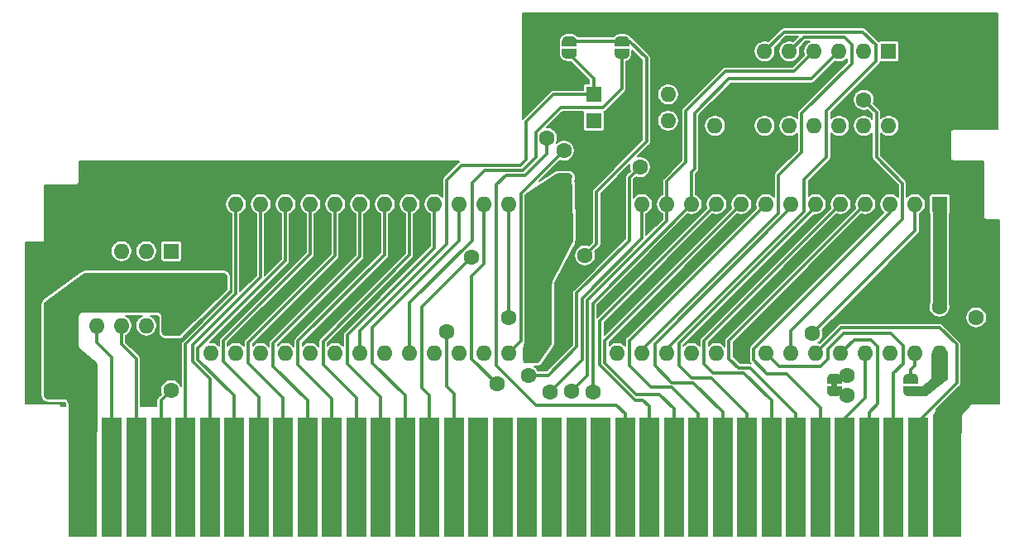
<source format=gbr>
%TF.GenerationSoftware,KiCad,Pcbnew,(5.1.9)-1*%
%TF.CreationDate,2022-04-25T20:02:03-07:00*%
%TF.ProjectId,NES-CN-ROM-256-05,4e45532d-434e-42d5-924f-4d2d3235362d,v01*%
%TF.SameCoordinates,Original*%
%TF.FileFunction,Copper,L1,Top*%
%TF.FilePolarity,Positive*%
%FSLAX46Y46*%
G04 Gerber Fmt 4.6, Leading zero omitted, Abs format (unit mm)*
G04 Created by KiCad (PCBNEW (5.1.9)-1) date 2022-04-25 20:02:03*
%MOMM*%
%LPD*%
G01*
G04 APERTURE LIST*
%TA.AperFunction,EtchedComponent*%
%ADD10C,0.100000*%
%TD*%
%TA.AperFunction,SMDPad,CuDef*%
%ADD11R,3.000000X12.300000*%
%TD*%
%TA.AperFunction,SMDPad,CuDef*%
%ADD12R,2.000000X12.300000*%
%TD*%
%TA.AperFunction,ComponentPad*%
%ADD13R,1.200000X1.200000*%
%TD*%
%TA.AperFunction,ComponentPad*%
%ADD14C,1.200000*%
%TD*%
%TA.AperFunction,ComponentPad*%
%ADD15O,1.600000X1.600000*%
%TD*%
%TA.AperFunction,ComponentPad*%
%ADD16C,1.600000*%
%TD*%
%TA.AperFunction,ComponentPad*%
%ADD17R,1.600000X1.600000*%
%TD*%
%TA.AperFunction,SMDPad,CuDef*%
%ADD18C,0.100000*%
%TD*%
%TA.AperFunction,ViaPad*%
%ADD19C,1.600000*%
%TD*%
%TA.AperFunction,Conductor*%
%ADD20C,1.400000*%
%TD*%
%TA.AperFunction,Conductor*%
%ADD21C,0.300000*%
%TD*%
%TA.AperFunction,Conductor*%
%ADD22C,0.200000*%
%TD*%
%TA.AperFunction,Conductor*%
%ADD23C,0.100000*%
%TD*%
G04 APERTURE END LIST*
D10*
%TO.C,JP1*%
G36*
X195650000Y-108200000D02*
G01*
X195650000Y-108700000D01*
X196250000Y-108700000D01*
X196250000Y-108200000D01*
X195650000Y-108200000D01*
G37*
%TD*%
D11*
%TO.P,EDGE1,1*%
%TO.N,GND*%
X207500000Y-117850000D03*
D12*
%TO.P,EDGE1,35*%
%TO.N,CIC_IN*%
X122000000Y-117850000D03*
%TO.P,EDGE1,34*%
%TO.N,CIC_OUT*%
X124500000Y-117850000D03*
%TO.P,EDGE1,33*%
%TO.N,PPU_AD3*%
X127000000Y-117850000D03*
%TO.P,EDGE1,32*%
%TO.N,PPU_AD2*%
X129500000Y-117850000D03*
%TO.P,EDGE1,31*%
%TO.N,PPU_AD1*%
X132000000Y-117850000D03*
%TO.P,EDGE1,30*%
%TO.N,PPU_AD0*%
X134500000Y-117850000D03*
%TO.P,EDGE1,29*%
%TO.N,PPU_A0*%
X137000000Y-117850000D03*
%TO.P,EDGE1,28*%
%TO.N,PPU_A1*%
X139500000Y-117850000D03*
%TO.P,EDGE1,27*%
%TO.N,PPU_A2*%
X142000000Y-117850000D03*
%TO.P,EDGE1,26*%
%TO.N,PPU_A3*%
X144500000Y-117850000D03*
%TO.P,EDGE1,25*%
%TO.N,PPU_A4*%
X147000000Y-117850000D03*
%TO.P,EDGE1,24*%
%TO.N,PPU_A5*%
X149500000Y-117850000D03*
%TO.P,EDGE1,23*%
%TO.N,PPU_A6*%
X152000000Y-117850000D03*
%TO.P,EDGE1,22*%
%TO.N,CIRAM_A10*%
X154500000Y-117850000D03*
%TO.P,EDGE1,21*%
%TO.N,PPU_RD*%
X157000000Y-117850000D03*
%TO.P,EDGE1,20*%
%TO.N,N/C*%
X159500000Y-117850000D03*
%TO.P,EDGE1,19*%
X162000000Y-117850000D03*
%TO.P,EDGE1,18*%
X164500000Y-117850000D03*
%TO.P,EDGE1,17*%
X167000000Y-117850000D03*
%TO.P,EDGE1,16*%
X169500000Y-117850000D03*
%TO.P,EDGE1,15*%
X172000000Y-117850000D03*
%TO.P,EDGE1,14*%
%TO.N,CPU_RW*%
X174500000Y-117850000D03*
%TO.P,EDGE1,13*%
%TO.N,CPU_A0*%
X177000000Y-117850000D03*
%TO.P,EDGE1,12*%
%TO.N,CPU_A1*%
X179500000Y-117850000D03*
%TO.P,EDGE1,11*%
%TO.N,CPU_A2*%
X182000000Y-117850000D03*
%TO.P,EDGE1,10*%
%TO.N,CPU_A3*%
X184500000Y-117850000D03*
%TO.P,EDGE1,9*%
%TO.N,CPU_A4*%
X187000000Y-117850000D03*
%TO.P,EDGE1,8*%
%TO.N,CPU_A5*%
X189500000Y-117850000D03*
%TO.P,EDGE1,7*%
%TO.N,CPU_A6*%
X192000000Y-117850000D03*
%TO.P,EDGE1,6*%
%TO.N,CPU_A7*%
X194500000Y-117850000D03*
%TO.P,EDGE1,5*%
%TO.N,CPU_A8*%
X197000000Y-117850000D03*
%TO.P,EDGE1,4*%
%TO.N,CPU_A9*%
X199500000Y-117850000D03*
%TO.P,EDGE1,3*%
%TO.N,CPU_A10*%
X202000000Y-117850000D03*
%TO.P,EDGE1,2*%
%TO.N,CPU_A11*%
X204500000Y-117850000D03*
D11*
%TO.P,EDGE1,36*%
%TO.N,+5V*%
X119000000Y-117850000D03*
%TD*%
D13*
%TO.P,C1,1*%
%TO.N,+5V*%
X168350000Y-87550000D03*
D14*
%TO.P,C1,2*%
%TO.N,GND*%
X169850000Y-87550000D03*
%TD*%
D15*
%TO.P,C2,2*%
%TO.N,GND*%
X116800000Y-94900000D03*
D16*
%TO.P,C2,1*%
%TO.N,+5V*%
X116800000Y-102400000D03*
%TD*%
%TO.P,C3,1*%
%TO.N,+5V*%
X210450000Y-101550000D03*
D15*
%TO.P,C3,2*%
%TO.N,GND*%
X210450000Y-94050000D03*
%TD*%
%TO.P,D1,2*%
%TO.N,Net-(D1-Pad2)*%
X178920000Y-78700000D03*
D17*
%TO.P,D1,1*%
%TO.N,PPU_A10*%
X171300000Y-78700000D03*
%TD*%
%TO.P,D2,1*%
%TO.N,PPU_A12*%
X171300000Y-81400000D03*
D15*
%TO.P,D2,2*%
%TO.N,Net-(D2-Pad2)*%
X178920000Y-81400000D03*
%TD*%
%TO.P,U2,16*%
%TO.N,+5V*%
X201500000Y-81920000D03*
%TO.P,U2,8*%
%TO.N,GND*%
X183720000Y-74300000D03*
%TO.P,U2,15*%
%TO.N,N/C*%
X198960000Y-81920000D03*
%TO.P,U2,7*%
%TO.N,GND*%
X186260000Y-74300000D03*
%TO.P,U2,14*%
%TO.N,/CHR_A13*%
X196420000Y-81920000D03*
%TO.P,U2,6*%
%TO.N,CPU_D5*%
X188800000Y-74300000D03*
%TO.P,U2,13*%
%TO.N,/CHR_A14*%
X193880000Y-81920000D03*
%TO.P,U2,5*%
%TO.N,CPU_D4*%
X191340000Y-74300000D03*
%TO.P,U2,12*%
%TO.N,Net-(D2-Pad2)*%
X191340000Y-81920000D03*
%TO.P,U2,4*%
%TO.N,CPU_D1*%
X193880000Y-74300000D03*
%TO.P,U2,11*%
%TO.N,Net-(D1-Pad2)*%
X188800000Y-81920000D03*
%TO.P,U2,3*%
%TO.N,CPU_D0*%
X196420000Y-74300000D03*
%TO.P,U2,10*%
%TO.N,GND*%
X186260000Y-81920000D03*
%TO.P,U2,2*%
%TO.N,ROMSEL*%
X198960000Y-74300000D03*
%TO.P,U2,9*%
%TO.N,CPU_RW*%
X183720000Y-81920000D03*
D17*
%TO.P,U2,1*%
%TO.N,+5V*%
X201500000Y-74300000D03*
%TD*%
%TO.P,U3,1*%
%TO.N,N/C*%
X128050000Y-94750000D03*
D15*
%TO.P,U3,5*%
%TO.N,CIC_IN*%
X120430000Y-102370000D03*
%TO.P,U3,2*%
%TO.N,CIC_CLK*%
X125510000Y-94750000D03*
%TO.P,U3,6*%
%TO.N,CIC_OUT*%
X122970000Y-102370000D03*
%TO.P,U3,3*%
%TO.N,N/C*%
X122970000Y-94750000D03*
%TO.P,U3,7*%
%TO.N,CIC_RST*%
X125510000Y-102370000D03*
%TO.P,U3,4*%
%TO.N,GND*%
X120430000Y-94750000D03*
%TO.P,U3,8*%
%TO.N,+5V*%
X128050000Y-102370000D03*
%TD*%
D17*
%TO.P,U4,1*%
%TO.N,+5V*%
X165150000Y-89950000D03*
D15*
%TO.P,U4,15*%
%TO.N,PPU_AD3*%
X132130000Y-105190000D03*
%TO.P,U4,2*%
%TO.N,PPU_A12*%
X162610000Y-89950000D03*
%TO.P,U4,16*%
%TO.N,PPU_AD4*%
X134670000Y-105190000D03*
%TO.P,U4,3*%
%TO.N,PPU_A7*%
X160070000Y-89950000D03*
%TO.P,U4,17*%
%TO.N,PPU_AD5*%
X137210000Y-105190000D03*
%TO.P,U4,4*%
%TO.N,PPU_A6*%
X157530000Y-89950000D03*
%TO.P,U4,18*%
%TO.N,PPU_AD6*%
X139750000Y-105190000D03*
%TO.P,U4,5*%
%TO.N,PPU_A5*%
X154990000Y-89950000D03*
%TO.P,U4,19*%
%TO.N,PPU_AD7*%
X142290000Y-105190000D03*
%TO.P,U4,6*%
%TO.N,PPU_A4*%
X152450000Y-89950000D03*
%TO.P,U4,20*%
%TO.N,PPU_A13*%
X144830000Y-105190000D03*
%TO.P,U4,7*%
%TO.N,PPU_A3*%
X149910000Y-89950000D03*
%TO.P,U4,21*%
%TO.N,PPU_A10*%
X147370000Y-105190000D03*
%TO.P,U4,8*%
%TO.N,PPU_A2*%
X147370000Y-89950000D03*
%TO.P,U4,22*%
%TO.N,PPU_RD*%
X149910000Y-105190000D03*
%TO.P,U4,9*%
%TO.N,PPU_A1*%
X144830000Y-89950000D03*
%TO.P,U4,23*%
%TO.N,PPU_A11*%
X152450000Y-105190000D03*
%TO.P,U4,10*%
%TO.N,PPU_A0*%
X142290000Y-89950000D03*
%TO.P,U4,24*%
%TO.N,PPU_A9*%
X154990000Y-105190000D03*
%TO.P,U4,11*%
%TO.N,PPU_AD0*%
X139750000Y-89950000D03*
%TO.P,U4,25*%
%TO.N,PPU_A8*%
X157530000Y-105190000D03*
%TO.P,U4,12*%
%TO.N,PPU_AD1*%
X137210000Y-89950000D03*
%TO.P,U4,26*%
%TO.N,/CHR_A13*%
X160070000Y-105190000D03*
%TO.P,U4,13*%
%TO.N,PPU_AD2*%
X134670000Y-89950000D03*
%TO.P,U4,27*%
%TO.N,/CHR_A14*%
X162610000Y-105190000D03*
%TO.P,U4,14*%
%TO.N,GND*%
X132130000Y-89950000D03*
%TO.P,U4,28*%
%TO.N,+5V*%
X165150000Y-105190000D03*
%TD*%
%TO.P,U5,28*%
%TO.N,+5V*%
X206720000Y-105190000D03*
%TO.P,U5,14*%
%TO.N,GND*%
X173700000Y-89950000D03*
%TO.P,U5,27*%
%TO.N,/PRG_A14*%
X204180000Y-105190000D03*
%TO.P,U5,13*%
%TO.N,CPU_D2*%
X176240000Y-89950000D03*
%TO.P,U5,26*%
%TO.N,CPU_A13*%
X201640000Y-105190000D03*
%TO.P,U5,12*%
%TO.N,CPU_D1*%
X178780000Y-89950000D03*
%TO.P,U5,25*%
%TO.N,CPU_A8*%
X199100000Y-105190000D03*
%TO.P,U5,11*%
%TO.N,CPU_D0*%
X181320000Y-89950000D03*
%TO.P,U5,24*%
%TO.N,CPU_A9*%
X196560000Y-105190000D03*
%TO.P,U5,10*%
%TO.N,CPU_A0*%
X183860000Y-89950000D03*
%TO.P,U5,23*%
%TO.N,CPU_A11*%
X194020000Y-105190000D03*
%TO.P,U5,9*%
%TO.N,CPU_A1*%
X186400000Y-89950000D03*
%TO.P,U5,22*%
%TO.N,ROMSEL*%
X191480000Y-105190000D03*
%TO.P,U5,8*%
%TO.N,CPU_A2*%
X188940000Y-89950000D03*
%TO.P,U5,21*%
%TO.N,CPU_A10*%
X188940000Y-105190000D03*
%TO.P,U5,7*%
%TO.N,CPU_A3*%
X191480000Y-89950000D03*
%TO.P,U5,20*%
%TO.N,GND*%
X186400000Y-105190000D03*
%TO.P,U5,6*%
%TO.N,CPU_A4*%
X194020000Y-89950000D03*
%TO.P,U5,19*%
%TO.N,CPU_D7*%
X183860000Y-105190000D03*
%TO.P,U5,5*%
%TO.N,CPU_A5*%
X196560000Y-89950000D03*
%TO.P,U5,18*%
%TO.N,CPU_D6*%
X181320000Y-105190000D03*
%TO.P,U5,4*%
%TO.N,CPU_A6*%
X199100000Y-89950000D03*
%TO.P,U5,17*%
%TO.N,CPU_D5*%
X178780000Y-105190000D03*
%TO.P,U5,3*%
%TO.N,CPU_A7*%
X201640000Y-89950000D03*
%TO.P,U5,16*%
%TO.N,CPU_D4*%
X176240000Y-105190000D03*
%TO.P,U5,2*%
%TO.N,CPU_A12*%
X204180000Y-89950000D03*
%TO.P,U5,15*%
%TO.N,CPU_D3*%
X173700000Y-105190000D03*
D17*
%TO.P,U5,1*%
%TO.N,+5V*%
X206720000Y-89950000D03*
%TD*%
%TA.AperFunction,SMDPad,CuDef*%
D18*
%TO.P,JP1,2*%
%TO.N,/PRG_A14*%
G36*
X195200602Y-107800000D02*
G01*
X195200602Y-107775466D01*
X195205412Y-107726635D01*
X195214984Y-107678510D01*
X195229228Y-107631555D01*
X195248005Y-107586222D01*
X195271136Y-107542949D01*
X195298396Y-107502150D01*
X195329524Y-107464221D01*
X195364221Y-107429524D01*
X195402150Y-107398396D01*
X195442949Y-107371136D01*
X195486222Y-107348005D01*
X195531555Y-107329228D01*
X195578510Y-107314984D01*
X195626635Y-107305412D01*
X195675466Y-107300602D01*
X195700000Y-107300602D01*
X195700000Y-107300000D01*
X196200000Y-107300000D01*
X196200000Y-107300602D01*
X196224534Y-107300602D01*
X196273365Y-107305412D01*
X196321490Y-107314984D01*
X196368445Y-107329228D01*
X196413778Y-107348005D01*
X196457051Y-107371136D01*
X196497850Y-107398396D01*
X196535779Y-107429524D01*
X196570476Y-107464221D01*
X196601604Y-107502150D01*
X196628864Y-107542949D01*
X196651995Y-107586222D01*
X196670772Y-107631555D01*
X196685016Y-107678510D01*
X196694588Y-107726635D01*
X196699398Y-107775466D01*
X196699398Y-107800000D01*
X196700000Y-107800000D01*
X196700000Y-108300000D01*
X195200000Y-108300000D01*
X195200000Y-107800000D01*
X195200602Y-107800000D01*
G37*
%TD.AperFunction*%
%TA.AperFunction,SMDPad,CuDef*%
%TO.P,JP1,1*%
%TO.N,CPU_A14*%
G36*
X196700000Y-108600000D02*
G01*
X196700000Y-109100000D01*
X196699398Y-109100000D01*
X196699398Y-109124534D01*
X196694588Y-109173365D01*
X196685016Y-109221490D01*
X196670772Y-109268445D01*
X196651995Y-109313778D01*
X196628864Y-109357051D01*
X196601604Y-109397850D01*
X196570476Y-109435779D01*
X196535779Y-109470476D01*
X196497850Y-109501604D01*
X196457051Y-109528864D01*
X196413778Y-109551995D01*
X196368445Y-109570772D01*
X196321490Y-109585016D01*
X196273365Y-109594588D01*
X196224534Y-109599398D01*
X196200000Y-109599398D01*
X196200000Y-109600000D01*
X195700000Y-109600000D01*
X195700000Y-109599398D01*
X195675466Y-109599398D01*
X195626635Y-109594588D01*
X195578510Y-109585016D01*
X195531555Y-109570772D01*
X195486222Y-109551995D01*
X195442949Y-109528864D01*
X195402150Y-109501604D01*
X195364221Y-109470476D01*
X195329524Y-109435779D01*
X195298396Y-109397850D01*
X195271136Y-109357051D01*
X195248005Y-109313778D01*
X195229228Y-109268445D01*
X195214984Y-109221490D01*
X195205412Y-109173365D01*
X195200602Y-109124534D01*
X195200602Y-109100000D01*
X195200000Y-109100000D01*
X195200000Y-108600000D01*
X196700000Y-108600000D01*
G37*
%TD.AperFunction*%
%TD*%
%TA.AperFunction,SMDPad,CuDef*%
%TO.P,JP2,1*%
%TO.N,+5V*%
G36*
X204500000Y-108600000D02*
G01*
X204500000Y-109100000D01*
X204499398Y-109100000D01*
X204499398Y-109124534D01*
X204494588Y-109173365D01*
X204485016Y-109221490D01*
X204470772Y-109268445D01*
X204451995Y-109313778D01*
X204428864Y-109357051D01*
X204401604Y-109397850D01*
X204370476Y-109435779D01*
X204335779Y-109470476D01*
X204297850Y-109501604D01*
X204257051Y-109528864D01*
X204213778Y-109551995D01*
X204168445Y-109570772D01*
X204121490Y-109585016D01*
X204073365Y-109594588D01*
X204024534Y-109599398D01*
X204000000Y-109599398D01*
X204000000Y-109600000D01*
X203500000Y-109600000D01*
X203500000Y-109599398D01*
X203475466Y-109599398D01*
X203426635Y-109594588D01*
X203378510Y-109585016D01*
X203331555Y-109570772D01*
X203286222Y-109551995D01*
X203242949Y-109528864D01*
X203202150Y-109501604D01*
X203164221Y-109470476D01*
X203129524Y-109435779D01*
X203098396Y-109397850D01*
X203071136Y-109357051D01*
X203048005Y-109313778D01*
X203029228Y-109268445D01*
X203014984Y-109221490D01*
X203005412Y-109173365D01*
X203000602Y-109124534D01*
X203000602Y-109100000D01*
X203000000Y-109100000D01*
X203000000Y-108600000D01*
X204500000Y-108600000D01*
G37*
%TD.AperFunction*%
%TA.AperFunction,SMDPad,CuDef*%
%TO.P,JP2,2*%
%TO.N,/PRG_A14*%
G36*
X203000602Y-107800000D02*
G01*
X203000602Y-107775466D01*
X203005412Y-107726635D01*
X203014984Y-107678510D01*
X203029228Y-107631555D01*
X203048005Y-107586222D01*
X203071136Y-107542949D01*
X203098396Y-107502150D01*
X203129524Y-107464221D01*
X203164221Y-107429524D01*
X203202150Y-107398396D01*
X203242949Y-107371136D01*
X203286222Y-107348005D01*
X203331555Y-107329228D01*
X203378510Y-107314984D01*
X203426635Y-107305412D01*
X203475466Y-107300602D01*
X203500000Y-107300602D01*
X203500000Y-107300000D01*
X204000000Y-107300000D01*
X204000000Y-107300602D01*
X204024534Y-107300602D01*
X204073365Y-107305412D01*
X204121490Y-107314984D01*
X204168445Y-107329228D01*
X204213778Y-107348005D01*
X204257051Y-107371136D01*
X204297850Y-107398396D01*
X204335779Y-107429524D01*
X204370476Y-107464221D01*
X204401604Y-107502150D01*
X204428864Y-107542949D01*
X204451995Y-107586222D01*
X204470772Y-107631555D01*
X204485016Y-107678510D01*
X204494588Y-107726635D01*
X204499398Y-107775466D01*
X204499398Y-107800000D01*
X204500000Y-107800000D01*
X204500000Y-108300000D01*
X203000000Y-108300000D01*
X203000000Y-107800000D01*
X203000602Y-107800000D01*
G37*
%TD.AperFunction*%
%TD*%
%TA.AperFunction,SMDPad,CuDef*%
%TO.P,JP3,1*%
%TO.N,PPU_A10*%
G36*
X169550000Y-74050000D02*
G01*
X169550000Y-74550000D01*
X169549398Y-74550000D01*
X169549398Y-74574534D01*
X169544588Y-74623365D01*
X169535016Y-74671490D01*
X169520772Y-74718445D01*
X169501995Y-74763778D01*
X169478864Y-74807051D01*
X169451604Y-74847850D01*
X169420476Y-74885779D01*
X169385779Y-74920476D01*
X169347850Y-74951604D01*
X169307051Y-74978864D01*
X169263778Y-75001995D01*
X169218445Y-75020772D01*
X169171490Y-75035016D01*
X169123365Y-75044588D01*
X169074534Y-75049398D01*
X169050000Y-75049398D01*
X169050000Y-75050000D01*
X168550000Y-75050000D01*
X168550000Y-75049398D01*
X168525466Y-75049398D01*
X168476635Y-75044588D01*
X168428510Y-75035016D01*
X168381555Y-75020772D01*
X168336222Y-75001995D01*
X168292949Y-74978864D01*
X168252150Y-74951604D01*
X168214221Y-74920476D01*
X168179524Y-74885779D01*
X168148396Y-74847850D01*
X168121136Y-74807051D01*
X168098005Y-74763778D01*
X168079228Y-74718445D01*
X168064984Y-74671490D01*
X168055412Y-74623365D01*
X168050602Y-74574534D01*
X168050602Y-74550000D01*
X168050000Y-74550000D01*
X168050000Y-74050000D01*
X169550000Y-74050000D01*
G37*
%TD.AperFunction*%
%TA.AperFunction,SMDPad,CuDef*%
%TO.P,JP3,2*%
%TO.N,CIRAM_A10*%
G36*
X168050602Y-73250000D02*
G01*
X168050602Y-73225466D01*
X168055412Y-73176635D01*
X168064984Y-73128510D01*
X168079228Y-73081555D01*
X168098005Y-73036222D01*
X168121136Y-72992949D01*
X168148396Y-72952150D01*
X168179524Y-72914221D01*
X168214221Y-72879524D01*
X168252150Y-72848396D01*
X168292949Y-72821136D01*
X168336222Y-72798005D01*
X168381555Y-72779228D01*
X168428510Y-72764984D01*
X168476635Y-72755412D01*
X168525466Y-72750602D01*
X168550000Y-72750602D01*
X168550000Y-72750000D01*
X169050000Y-72750000D01*
X169050000Y-72750602D01*
X169074534Y-72750602D01*
X169123365Y-72755412D01*
X169171490Y-72764984D01*
X169218445Y-72779228D01*
X169263778Y-72798005D01*
X169307051Y-72821136D01*
X169347850Y-72848396D01*
X169385779Y-72879524D01*
X169420476Y-72914221D01*
X169451604Y-72952150D01*
X169478864Y-72992949D01*
X169501995Y-73036222D01*
X169520772Y-73081555D01*
X169535016Y-73128510D01*
X169544588Y-73176635D01*
X169549398Y-73225466D01*
X169549398Y-73250000D01*
X169550000Y-73250000D01*
X169550000Y-73750000D01*
X168050000Y-73750000D01*
X168050000Y-73250000D01*
X168050602Y-73250000D01*
G37*
%TD.AperFunction*%
%TD*%
%TA.AperFunction,SMDPad,CuDef*%
%TO.P,JP4,1*%
%TO.N,PPU_A11*%
G36*
X174950000Y-74050000D02*
G01*
X174950000Y-74550000D01*
X174949398Y-74550000D01*
X174949398Y-74574534D01*
X174944588Y-74623365D01*
X174935016Y-74671490D01*
X174920772Y-74718445D01*
X174901995Y-74763778D01*
X174878864Y-74807051D01*
X174851604Y-74847850D01*
X174820476Y-74885779D01*
X174785779Y-74920476D01*
X174747850Y-74951604D01*
X174707051Y-74978864D01*
X174663778Y-75001995D01*
X174618445Y-75020772D01*
X174571490Y-75035016D01*
X174523365Y-75044588D01*
X174474534Y-75049398D01*
X174450000Y-75049398D01*
X174450000Y-75050000D01*
X173950000Y-75050000D01*
X173950000Y-75049398D01*
X173925466Y-75049398D01*
X173876635Y-75044588D01*
X173828510Y-75035016D01*
X173781555Y-75020772D01*
X173736222Y-75001995D01*
X173692949Y-74978864D01*
X173652150Y-74951604D01*
X173614221Y-74920476D01*
X173579524Y-74885779D01*
X173548396Y-74847850D01*
X173521136Y-74807051D01*
X173498005Y-74763778D01*
X173479228Y-74718445D01*
X173464984Y-74671490D01*
X173455412Y-74623365D01*
X173450602Y-74574534D01*
X173450602Y-74550000D01*
X173450000Y-74550000D01*
X173450000Y-74050000D01*
X174950000Y-74050000D01*
G37*
%TD.AperFunction*%
%TA.AperFunction,SMDPad,CuDef*%
%TO.P,JP4,2*%
%TO.N,CIRAM_A10*%
G36*
X173450602Y-73250000D02*
G01*
X173450602Y-73225466D01*
X173455412Y-73176635D01*
X173464984Y-73128510D01*
X173479228Y-73081555D01*
X173498005Y-73036222D01*
X173521136Y-72992949D01*
X173548396Y-72952150D01*
X173579524Y-72914221D01*
X173614221Y-72879524D01*
X173652150Y-72848396D01*
X173692949Y-72821136D01*
X173736222Y-72798005D01*
X173781555Y-72779228D01*
X173828510Y-72764984D01*
X173876635Y-72755412D01*
X173925466Y-72750602D01*
X173950000Y-72750602D01*
X173950000Y-72750000D01*
X174450000Y-72750000D01*
X174450000Y-72750602D01*
X174474534Y-72750602D01*
X174523365Y-72755412D01*
X174571490Y-72764984D01*
X174618445Y-72779228D01*
X174663778Y-72798005D01*
X174707051Y-72821136D01*
X174747850Y-72848396D01*
X174785779Y-72879524D01*
X174820476Y-72914221D01*
X174851604Y-72952150D01*
X174878864Y-72992949D01*
X174901995Y-73036222D01*
X174920772Y-73081555D01*
X174935016Y-73128510D01*
X174944588Y-73176635D01*
X174949398Y-73225466D01*
X174949398Y-73250000D01*
X174950000Y-73250000D01*
X174950000Y-73750000D01*
X173450000Y-73750000D01*
X173450000Y-73250000D01*
X173450602Y-73250000D01*
G37*
%TD.AperFunction*%
%TD*%
D19*
%TO.N,+5V*%
X132700000Y-98050000D03*
X206700000Y-100450000D03*
X165650000Y-99200000D03*
%TO.N,GND*%
X197850000Y-87100000D03*
%TO.N,PPU_A12*%
X162600000Y-101550000D03*
%TO.N,CPU_RW*%
X166500000Y-83150000D03*
%TO.N,PPU_RD*%
X156250000Y-103000000D03*
%TO.N,CIRAM_A10*%
X158800000Y-95400000D03*
X170400000Y-95200000D03*
%TO.N,PPU_AD3*%
X128050000Y-109000000D03*
%TO.N,PPU_A7*%
X161400000Y-108350000D03*
%TO.N,ROMSEL*%
X198950000Y-79250000D03*
%TO.N,CPU_D0*%
X171200000Y-109150000D03*
%TO.N,CPU_D1*%
X169050000Y-109100000D03*
%TO.N,CPU_D2*%
X166850000Y-109150000D03*
%TO.N,CPU_A14*%
X197200000Y-109500000D03*
%TO.N,CPU_A12*%
X193700000Y-103200000D03*
%TO.N,/PRG_A14*%
X197200000Y-107450000D03*
%TO.N,/CHR_A13*%
X164600000Y-107450000D03*
X176050000Y-86150000D03*
%TO.N,/CHR_A14*%
X168250000Y-84450000D03*
%TD*%
D20*
%TO.N,+5V*%
X206700000Y-89970000D02*
X206720000Y-89950000D01*
X206700000Y-100450000D02*
X206700000Y-89970000D01*
X119000000Y-117850000D02*
X119000000Y-108700000D01*
X116800000Y-106500000D02*
X116800000Y-102400000D01*
X119000000Y-108700000D02*
X116800000Y-106500000D01*
D21*
%TO.N,GND*%
X211600001Y-95200001D02*
X210450000Y-94050000D01*
X211600001Y-108569655D02*
X211600001Y-95200001D01*
X207500000Y-112669656D02*
X211600001Y-108569655D01*
X207500000Y-117850000D02*
X207500000Y-112669656D01*
%TO.N,PPU_A10*%
X147370000Y-105190000D02*
X147370000Y-102930000D01*
X147370000Y-102930000D02*
X156250000Y-94050000D01*
X156250000Y-94050000D02*
X156250000Y-87500000D01*
X156250000Y-87500000D02*
X157800000Y-85950000D01*
X157800000Y-85950000D02*
X163800000Y-85950000D01*
X163800000Y-85950000D02*
X164400000Y-85350000D01*
X164400000Y-85350000D02*
X164400000Y-81500000D01*
X167200000Y-78700000D02*
X171300000Y-78700000D01*
X164400000Y-81500000D02*
X167200000Y-78700000D01*
X171300000Y-77050000D02*
X168800000Y-74550000D01*
X171300000Y-78700000D02*
X171300000Y-77050000D01*
%TO.N,PPU_A12*%
X162600000Y-89960000D02*
X162610000Y-89950000D01*
X162600000Y-101550000D02*
X162600000Y-89960000D01*
%TO.N,CPU_A11*%
X196610021Y-102599979D02*
X194020000Y-105190000D01*
X206749979Y-102599979D02*
X196610021Y-102599979D01*
X208450000Y-104300000D02*
X206749979Y-102599979D01*
X208450000Y-108250000D02*
X208450000Y-104300000D01*
X204500000Y-112200000D02*
X208450000Y-108250000D01*
X204500000Y-117850000D02*
X204500000Y-112200000D01*
%TO.N,CPU_A10*%
X194550000Y-106550000D02*
X190300000Y-106550000D01*
X195300000Y-104747998D02*
X195300000Y-105800000D01*
X190300000Y-106550000D02*
X188940000Y-105190000D01*
X196847998Y-103200000D02*
X195300000Y-104747998D01*
X201700000Y-103200000D02*
X196847998Y-103200000D01*
X202950000Y-104450000D02*
X201700000Y-103200000D01*
X195300000Y-105800000D02*
X194550000Y-106550000D01*
X202950000Y-106300000D02*
X202950000Y-104450000D01*
X202000000Y-107250000D02*
X202950000Y-106300000D01*
X202000000Y-117850000D02*
X202000000Y-107250000D01*
%TO.N,CPU_A9*%
X199500000Y-117850000D02*
X199500000Y-111250000D01*
X199500000Y-111250000D02*
X200400000Y-110350000D01*
X200400000Y-110350000D02*
X200400000Y-104787998D01*
X200400000Y-104787998D02*
X200400000Y-104650000D01*
X200400000Y-104787998D02*
X200400000Y-104550000D01*
X200400000Y-104550000D02*
X199650000Y-103800000D01*
X197950000Y-103800000D02*
X196560000Y-105190000D01*
X199650000Y-103800000D02*
X197950000Y-103800000D01*
%TO.N,CPU_A8*%
X199100000Y-105190000D02*
X199100000Y-109750000D01*
X197000000Y-111850000D02*
X197000000Y-117850000D01*
X199100000Y-109750000D02*
X197000000Y-111850000D01*
%TO.N,CPU_A7*%
X201640000Y-90787998D02*
X201640000Y-89950000D01*
X187650000Y-104777998D02*
X201640000Y-90787998D01*
X187650000Y-105900000D02*
X187650000Y-104777998D01*
X189050000Y-107300000D02*
X187650000Y-105900000D01*
X191050000Y-107300000D02*
X189050000Y-107300000D01*
X194500000Y-110750000D02*
X191050000Y-107300000D01*
X194500000Y-117850000D02*
X194500000Y-110750000D01*
%TO.N,CPU_A6*%
X192000000Y-117850000D02*
X192000000Y-111400000D01*
X192000000Y-111400000D02*
X187300000Y-106700000D01*
X187300000Y-106700000D02*
X186100000Y-106700000D01*
X186100000Y-106700000D02*
X185150000Y-105750000D01*
X185150000Y-103900000D02*
X199100000Y-89950000D01*
X185150000Y-105750000D02*
X185150000Y-103900000D01*
%TO.N,CPU_A5*%
X189500000Y-117850000D02*
X189500000Y-110050000D01*
X189500000Y-110050000D02*
X186650000Y-107200000D01*
X186650000Y-107200000D02*
X183500000Y-107200000D01*
X183500000Y-107200000D02*
X182600000Y-106300000D01*
X182600000Y-103910000D02*
X196560000Y-89950000D01*
X182600000Y-106300000D02*
X182600000Y-103910000D01*
%TO.N,CPU_A4*%
X187000000Y-117850000D02*
X187000000Y-111400000D01*
X180050000Y-104207122D02*
X194020000Y-90237122D01*
X187000000Y-111400000D02*
X183300000Y-107700000D01*
X183300000Y-107700000D02*
X181300000Y-107700000D01*
X194020000Y-90237122D02*
X194020000Y-89950000D01*
X181300000Y-107700000D02*
X180050000Y-106450000D01*
X180050000Y-106450000D02*
X180050000Y-104207122D01*
%TO.N,CPU_A3*%
X184500000Y-117850000D02*
X184500000Y-111200000D01*
X184500000Y-111200000D02*
X181500000Y-108200000D01*
X181500000Y-108200000D02*
X179250000Y-108200000D01*
X177550000Y-106500000D02*
X177550000Y-104257122D01*
X179250000Y-108200000D02*
X177550000Y-106500000D01*
X177550000Y-104257122D02*
X191480000Y-90327122D01*
X191480000Y-90327122D02*
X191480000Y-89950000D01*
%TO.N,CPU_A2*%
X182000000Y-111400000D02*
X179300000Y-108700000D01*
X182000000Y-117850000D02*
X182000000Y-111400000D01*
X179300000Y-108700000D02*
X177200000Y-108700000D01*
X177200000Y-108700000D02*
X174950000Y-106450000D01*
X174950000Y-106450000D02*
X174950000Y-103900000D01*
X174990000Y-103900000D02*
X188940000Y-89950000D01*
X174950000Y-103900000D02*
X174990000Y-103900000D01*
%TO.N,CPU_A1*%
X179500000Y-117850000D02*
X179500000Y-110900000D01*
X179500000Y-110900000D02*
X178000000Y-109400000D01*
X178000000Y-109400000D02*
X175657122Y-109400000D01*
X175657122Y-109400000D02*
X172450011Y-106192889D01*
X172450011Y-103899989D02*
X186400000Y-89950000D01*
X172450011Y-106192889D02*
X172450011Y-103899989D01*
%TO.N,CPU_A0*%
X177000000Y-117850000D02*
X177000000Y-110650000D01*
X171950000Y-106400000D02*
X171950000Y-101860000D01*
X177000000Y-110650000D02*
X176350000Y-110000000D01*
X176350000Y-110000000D02*
X175550000Y-110000000D01*
X175550000Y-110000000D02*
X171950000Y-106400000D01*
X171950000Y-101860000D02*
X183860000Y-89950000D01*
%TO.N,CPU_RW*%
X161350000Y-106450000D02*
X161350000Y-89400000D01*
X165400000Y-110500000D02*
X161350000Y-106450000D01*
X173600000Y-110500000D02*
X165400000Y-110500000D01*
X174500000Y-111400000D02*
X173600000Y-110500000D01*
X174500000Y-117850000D02*
X174500000Y-111400000D01*
X161350000Y-89400000D02*
X161350000Y-88837466D01*
X161350000Y-88837466D02*
X161350000Y-87950000D01*
X161350000Y-87950000D02*
X162350000Y-86950000D01*
X162350000Y-86950000D02*
X164300000Y-86950000D01*
X164300000Y-86950000D02*
X166500000Y-84750000D01*
X166500000Y-84750000D02*
X166500000Y-83150000D01*
%TO.N,PPU_RD*%
X157000000Y-117850000D02*
X157000000Y-109350000D01*
X157000000Y-109350000D02*
X156250000Y-108600000D01*
X156250000Y-108600000D02*
X156250000Y-103000000D01*
%TO.N,CIRAM_A10*%
X154500000Y-117850000D02*
X154500000Y-109500000D01*
X154500000Y-109500000D02*
X153750000Y-108750000D01*
X153750000Y-108750000D02*
X153750000Y-101800000D01*
X171600000Y-88650000D02*
X176700000Y-83550000D01*
X174947592Y-73250000D02*
X174200000Y-73250000D01*
X176700000Y-75002408D02*
X174947592Y-73250000D01*
X176700000Y-83550000D02*
X176700000Y-75002408D01*
X168800000Y-73250000D02*
X174200000Y-73250000D01*
X153750000Y-101800000D02*
X153750000Y-100450000D01*
X153750000Y-100450000D02*
X158800000Y-95400000D01*
X171600000Y-94000000D02*
X171600000Y-88650000D01*
X170400000Y-95200000D02*
X171600000Y-94000000D01*
%TO.N,PPU_A6*%
X152000000Y-117850000D02*
X152000000Y-109550000D01*
X152000000Y-109550000D02*
X148650000Y-106200000D01*
X148650000Y-106200000D02*
X148650000Y-102550000D01*
X157530000Y-93670000D02*
X157530000Y-89950000D01*
X148650000Y-102550000D02*
X157530000Y-93670000D01*
%TO.N,PPU_A5*%
X149500000Y-117850000D02*
X149500000Y-109700000D01*
X149500000Y-109700000D02*
X146100000Y-106300000D01*
X146100000Y-106300000D02*
X146100000Y-103300000D01*
X154990000Y-94410000D02*
X154990000Y-89950000D01*
X146100000Y-103300000D02*
X154990000Y-94410000D01*
%TO.N,PPU_A4*%
X147000000Y-117850000D02*
X147000000Y-109800000D01*
X147000000Y-109800000D02*
X143600000Y-106400000D01*
X143600000Y-106400000D02*
X143600000Y-104000000D01*
X152450000Y-95150000D02*
X152450000Y-89950000D01*
X143600000Y-104000000D02*
X152450000Y-95150000D01*
%TO.N,PPU_A3*%
X149910000Y-95090000D02*
X149910000Y-89950000D01*
X141050000Y-103950000D02*
X149910000Y-95090000D01*
X144500000Y-109850000D02*
X141050000Y-106400000D01*
X141050000Y-106400000D02*
X141050000Y-103950000D01*
X144500000Y-117850000D02*
X144500000Y-109850000D01*
%TO.N,PPU_A2*%
X147370000Y-95280000D02*
X147370000Y-89950000D01*
X138500000Y-104150000D02*
X147370000Y-95280000D01*
X138500000Y-106550000D02*
X138500000Y-104150000D01*
X142000000Y-110050000D02*
X138500000Y-106550000D01*
X142000000Y-117850000D02*
X142000000Y-110050000D01*
%TO.N,PPU_A1*%
X139500000Y-117850000D02*
X139500000Y-109800000D01*
X139500000Y-109800000D02*
X135950000Y-106250000D01*
X135950000Y-106250000D02*
X135950000Y-104100000D01*
X144830000Y-95220000D02*
X144830000Y-89950000D01*
X135950000Y-104100000D02*
X144830000Y-95220000D01*
%TO.N,PPU_A0*%
X142290000Y-95010000D02*
X142290000Y-89950000D01*
X133400000Y-106050000D02*
X133400000Y-103900000D01*
X133400000Y-103900000D02*
X142290000Y-95010000D01*
X137000000Y-109650000D02*
X133400000Y-106050000D01*
X137000000Y-117850000D02*
X137000000Y-109650000D01*
%TO.N,PPU_AD0*%
X139750000Y-95750000D02*
X139750000Y-89950000D01*
X130800000Y-104700000D02*
X139750000Y-95750000D01*
X130800000Y-105850000D02*
X130800000Y-104700000D01*
X134500000Y-109550000D02*
X130800000Y-105850000D01*
X134500000Y-117850000D02*
X134500000Y-109550000D01*
%TO.N,PPU_AD1*%
X132000000Y-117850000D02*
X132000000Y-107800000D01*
X132000000Y-107800000D02*
X130250000Y-106050000D01*
X130250000Y-106050000D02*
X130250000Y-104350000D01*
X137210000Y-97390000D02*
X137210000Y-89950000D01*
X130250000Y-104350000D02*
X137210000Y-97390000D01*
%TO.N,PPU_AD2*%
X129500000Y-117850000D02*
X129500000Y-104300000D01*
X134670000Y-99130000D02*
X134670000Y-89950000D01*
X129500000Y-104300000D02*
X134670000Y-99130000D01*
%TO.N,PPU_AD3*%
X127000000Y-110050000D02*
X128050000Y-109000000D01*
X127000000Y-117850000D02*
X127000000Y-110050000D01*
%TO.N,CIC_OUT*%
X124500000Y-117850000D02*
X124500000Y-105800000D01*
X122970000Y-104270000D02*
X122970000Y-102370000D01*
X124500000Y-105800000D02*
X122970000Y-104270000D01*
%TO.N,CIC_IN*%
X122000000Y-117850000D02*
X122000000Y-105650000D01*
X120430000Y-104080000D02*
X120430000Y-102370000D01*
X122000000Y-105650000D02*
X120430000Y-104080000D01*
%TO.N,PPU_A11*%
X172250000Y-80050000D02*
X174200000Y-78100000D01*
X158850000Y-93647996D02*
X158850000Y-87750000D01*
X165349998Y-82597998D02*
X167897996Y-80050000D01*
X165349998Y-85150002D02*
X165349998Y-82597998D01*
X164050000Y-86450000D02*
X165349998Y-85150002D01*
X160150000Y-86450000D02*
X164050000Y-86450000D01*
X152450000Y-100047996D02*
X158850000Y-93647996D01*
X152450000Y-105190000D02*
X152450000Y-100047996D01*
X158850000Y-87750000D02*
X160150000Y-86450000D01*
X174200000Y-78100000D02*
X174200000Y-74550000D01*
X167897996Y-80050000D02*
X172250000Y-80050000D01*
%TO.N,PPU_A7*%
X160070000Y-96032004D02*
X160070000Y-89950000D01*
X161400000Y-108350000D02*
X158800000Y-105750000D01*
X158800000Y-97302004D02*
X160070000Y-96032004D01*
X158800000Y-105750000D02*
X158800000Y-97302004D01*
%TO.N,ROMSEL*%
X198950000Y-79250000D02*
X200250000Y-80550000D01*
X200250000Y-80550000D02*
X200250000Y-85150000D01*
X200250000Y-85150000D02*
X202900000Y-87800000D01*
X202900000Y-87800000D02*
X202900000Y-91500000D01*
X191480000Y-102920000D02*
X191480000Y-105190000D01*
X202900000Y-91500000D02*
X191480000Y-102920000D01*
%TO.N,CPU_D0*%
X171200000Y-100070000D02*
X181320000Y-89950000D01*
X171200000Y-109150000D02*
X171200000Y-100070000D01*
X181320000Y-89950000D02*
X181320000Y-86630000D01*
X181320000Y-86630000D02*
X181650000Y-86300000D01*
X181650000Y-86300000D02*
X181650000Y-80600000D01*
X181650000Y-80600000D02*
X185150000Y-77100000D01*
X193620000Y-77100000D02*
X196420000Y-74300000D01*
X185150000Y-77100000D02*
X193620000Y-77100000D01*
%TO.N,CPU_D1*%
X178780000Y-91670000D02*
X178780000Y-89950000D01*
X170650000Y-99800000D02*
X178780000Y-91670000D01*
X170650000Y-107500000D02*
X170650000Y-99800000D01*
X169050000Y-109100000D02*
X170650000Y-107500000D01*
X191830000Y-76350000D02*
X193880000Y-74300000D01*
X184800000Y-76350000D02*
X191830000Y-76350000D01*
X180750000Y-80400000D02*
X184800000Y-76350000D01*
X180750000Y-85650000D02*
X180750000Y-80400000D01*
X178780000Y-87620000D02*
X180750000Y-85650000D01*
X178780000Y-89950000D02*
X178780000Y-87620000D01*
%TO.N,CPU_D2*%
X166850000Y-109150000D02*
X170100000Y-105900000D01*
X170100000Y-105900000D02*
X170100000Y-99600000D01*
X176240000Y-93460000D02*
X176240000Y-89950000D01*
X170100000Y-99600000D02*
X176240000Y-93460000D01*
%TO.N,CPU_D4*%
X176240000Y-105190000D02*
X176240000Y-104860000D01*
X176240000Y-104860000D02*
X190200000Y-90900000D01*
X190200000Y-90900000D02*
X190200000Y-87000000D01*
X190200000Y-87000000D02*
X192600000Y-84600000D01*
X192600000Y-84600000D02*
X192600000Y-80650000D01*
X192600000Y-80650000D02*
X197700000Y-75550000D01*
X197700000Y-75550000D02*
X197700000Y-73600000D01*
X197700000Y-73600000D02*
X196950000Y-72850000D01*
X192790000Y-72850000D02*
X191340000Y-74300000D01*
X196950000Y-72850000D02*
X192790000Y-72850000D01*
%TO.N,CPU_D5*%
X178780000Y-105190000D02*
X178780000Y-104770000D01*
X178780000Y-104770000D02*
X192850000Y-90700000D01*
X192850000Y-90700000D02*
X192850000Y-87400000D01*
X192850000Y-87400000D02*
X195150000Y-85100000D01*
X195150000Y-85100000D02*
X195150000Y-80350000D01*
X195150000Y-80350000D02*
X200200000Y-75300000D01*
X200200000Y-75300000D02*
X200200000Y-73650000D01*
X200200000Y-73650000D02*
X198850000Y-72300000D01*
X190800000Y-72300000D02*
X188800000Y-74300000D01*
X198850000Y-72300000D02*
X190800000Y-72300000D01*
%TO.N,CPU_A14*%
X197200000Y-109500000D02*
X197200000Y-109350000D01*
X196950000Y-109100000D02*
X195950000Y-109100000D01*
X197200000Y-109350000D02*
X196950000Y-109100000D01*
%TO.N,CPU_A12*%
X193700000Y-103200000D02*
X204200000Y-92700000D01*
X204200000Y-89970000D02*
X204180000Y-89950000D01*
X204200000Y-92700000D02*
X204200000Y-89970000D01*
%TO.N,/PRG_A14*%
X196850000Y-107800000D02*
X197200000Y-107450000D01*
X195950000Y-107800000D02*
X196850000Y-107800000D01*
X203750000Y-107800000D02*
X203750000Y-106900000D01*
X204180000Y-106470000D02*
X204180000Y-105190000D01*
X203750000Y-106900000D02*
X204180000Y-106470000D01*
%TO.N,/CHR_A13*%
X164600000Y-107450000D02*
X166650000Y-107450000D01*
X166650000Y-107450000D02*
X169550000Y-104550000D01*
X169550000Y-104550000D02*
X169550000Y-99050000D01*
X169550000Y-99050000D02*
X174950000Y-93650000D01*
X174950000Y-87250000D02*
X176050000Y-86150000D01*
X174950000Y-93650000D02*
X174950000Y-87250000D01*
%TO.N,/CHR_A14*%
X168250000Y-84450000D02*
X163850000Y-88850000D01*
X163850000Y-103950000D02*
X162610000Y-105190000D01*
X163850000Y-88850000D02*
X163850000Y-103950000D01*
%TD*%
D22*
%TO.N,+5V*%
X168810486Y-86868153D02*
X168907376Y-86917261D01*
X168984463Y-86993804D01*
X169034259Y-87090345D01*
X169043367Y-87145569D01*
X168984586Y-87287480D01*
X168950000Y-87461358D01*
X168950000Y-87638642D01*
X168984586Y-87812520D01*
X169052430Y-87976310D01*
X169058763Y-87985788D01*
X169099179Y-93684519D01*
X169089065Y-93773672D01*
X169058042Y-93857857D01*
X167010418Y-97857866D01*
X167005663Y-97868689D01*
X166968763Y-97968277D01*
X166963232Y-97991220D01*
X166950699Y-98096684D01*
X166950000Y-98108485D01*
X166950000Y-104057846D01*
X166934244Y-104165306D01*
X166888297Y-104263728D01*
X165754381Y-105985600D01*
X165670993Y-106075635D01*
X165570327Y-106129876D01*
X165449276Y-106150000D01*
X164457872Y-106150000D01*
X164342229Y-106131684D01*
X164245009Y-106082148D01*
X164167852Y-106004991D01*
X164118316Y-105907771D01*
X164100000Y-105792128D01*
X164100000Y-104781410D01*
X164113586Y-104681462D01*
X164153359Y-104588767D01*
X164171621Y-104558330D01*
X164177770Y-104546311D01*
X164225570Y-104434908D01*
X164232761Y-104408946D01*
X164249089Y-104288826D01*
X164250000Y-104275357D01*
X164250000Y-104156262D01*
X164267757Y-104123041D01*
X164272771Y-104106513D01*
X164293489Y-104038215D01*
X164300000Y-103972105D01*
X164300000Y-103972094D01*
X164302176Y-103950000D01*
X164300000Y-103927906D01*
X164300000Y-89075661D01*
X164325010Y-89029491D01*
X164415753Y-88946069D01*
X167536518Y-86910788D01*
X167634340Y-86865520D01*
X167741008Y-86850000D01*
X168695344Y-86850000D01*
X168810486Y-86868153D01*
%TA.AperFunction,Conductor*%
D23*
G36*
X168810486Y-86868153D02*
G01*
X168907376Y-86917261D01*
X168984463Y-86993804D01*
X169034259Y-87090345D01*
X169043367Y-87145569D01*
X168984586Y-87287480D01*
X168950000Y-87461358D01*
X168950000Y-87638642D01*
X168984586Y-87812520D01*
X169052430Y-87976310D01*
X169058763Y-87985788D01*
X169099179Y-93684519D01*
X169089065Y-93773672D01*
X169058042Y-93857857D01*
X167010418Y-97857866D01*
X167005663Y-97868689D01*
X166968763Y-97968277D01*
X166963232Y-97991220D01*
X166950699Y-98096684D01*
X166950000Y-98108485D01*
X166950000Y-104057846D01*
X166934244Y-104165306D01*
X166888297Y-104263728D01*
X165754381Y-105985600D01*
X165670993Y-106075635D01*
X165570327Y-106129876D01*
X165449276Y-106150000D01*
X164457872Y-106150000D01*
X164342229Y-106131684D01*
X164245009Y-106082148D01*
X164167852Y-106004991D01*
X164118316Y-105907771D01*
X164100000Y-105792128D01*
X164100000Y-104781410D01*
X164113586Y-104681462D01*
X164153359Y-104588767D01*
X164171621Y-104558330D01*
X164177770Y-104546311D01*
X164225570Y-104434908D01*
X164232761Y-104408946D01*
X164249089Y-104288826D01*
X164250000Y-104275357D01*
X164250000Y-104156262D01*
X164267757Y-104123041D01*
X164272771Y-104106513D01*
X164293489Y-104038215D01*
X164300000Y-103972105D01*
X164300000Y-103972094D01*
X164302176Y-103950000D01*
X164300000Y-103927906D01*
X164300000Y-89075661D01*
X164325010Y-89029491D01*
X164415753Y-88946069D01*
X167536518Y-86910788D01*
X167634340Y-86865520D01*
X167741008Y-86850000D01*
X168695344Y-86850000D01*
X168810486Y-86868153D01*
G37*
%TD.AperFunction*%
%TD*%
D22*
%TO.N,+5V*%
X206863066Y-104637253D02*
X206957379Y-104694653D01*
X207368447Y-105037210D01*
X207441086Y-105118370D01*
X207484153Y-105210319D01*
X207500000Y-105318083D01*
X207500000Y-107579365D01*
X207483828Y-107688202D01*
X207439908Y-107780884D01*
X207365918Y-107862315D01*
X205467648Y-109415445D01*
X205356531Y-109478228D01*
X205230775Y-109500000D01*
X204192954Y-109500000D01*
X204096033Y-109487240D01*
X204011825Y-109452360D01*
X203934279Y-109392857D01*
X203577674Y-109036252D01*
X203530708Y-108965962D01*
X203516174Y-108892893D01*
X203530708Y-108819825D01*
X203572096Y-108757882D01*
X203634038Y-108716494D01*
X203716958Y-108700000D01*
X204735764Y-108700000D01*
X204753172Y-108698473D01*
X204907454Y-108671199D01*
X204926331Y-108665911D01*
X204940160Y-108659262D01*
X205075740Y-108580746D01*
X205090040Y-108570701D01*
X205754275Y-108011345D01*
X205764661Y-108001224D01*
X205851060Y-107903851D01*
X205866928Y-107879663D01*
X205921839Y-107761634D01*
X205930119Y-107733916D01*
X205948948Y-107605108D01*
X205950000Y-107590644D01*
X205950000Y-105392954D01*
X205962760Y-105296033D01*
X205997640Y-105211825D01*
X206057143Y-105134279D01*
X206474888Y-104716534D01*
X206563610Y-104650836D01*
X206660577Y-104616387D01*
X206763377Y-104611724D01*
X206863066Y-104637253D01*
%TA.AperFunction,Conductor*%
D23*
G36*
X206863066Y-104637253D02*
G01*
X206957379Y-104694653D01*
X207368447Y-105037210D01*
X207441086Y-105118370D01*
X207484153Y-105210319D01*
X207500000Y-105318083D01*
X207500000Y-107579365D01*
X207483828Y-107688202D01*
X207439908Y-107780884D01*
X207365918Y-107862315D01*
X205467648Y-109415445D01*
X205356531Y-109478228D01*
X205230775Y-109500000D01*
X204192954Y-109500000D01*
X204096033Y-109487240D01*
X204011825Y-109452360D01*
X203934279Y-109392857D01*
X203577674Y-109036252D01*
X203530708Y-108965962D01*
X203516174Y-108892893D01*
X203530708Y-108819825D01*
X203572096Y-108757882D01*
X203634038Y-108716494D01*
X203716958Y-108700000D01*
X204735764Y-108700000D01*
X204753172Y-108698473D01*
X204907454Y-108671199D01*
X204926331Y-108665911D01*
X204940160Y-108659262D01*
X205075740Y-108580746D01*
X205090040Y-108570701D01*
X205754275Y-108011345D01*
X205764661Y-108001224D01*
X205851060Y-107903851D01*
X205866928Y-107879663D01*
X205921839Y-107761634D01*
X205930119Y-107733916D01*
X205948948Y-107605108D01*
X205950000Y-107590644D01*
X205950000Y-105392954D01*
X205962760Y-105296033D01*
X205997640Y-105211825D01*
X206057143Y-105134279D01*
X206474888Y-104716534D01*
X206563610Y-104650836D01*
X206660577Y-104616387D01*
X206763377Y-104611724D01*
X206863066Y-104637253D01*
G37*
%TD.AperFunction*%
%TD*%
D22*
%TO.N,+5V*%
X133507771Y-97068316D02*
X133604991Y-97117852D01*
X133682148Y-97195009D01*
X133731684Y-97292229D01*
X133750000Y-97407872D01*
X133750000Y-98501420D01*
X133736567Y-98600814D01*
X133699895Y-98686829D01*
X133637478Y-98765342D01*
X128965951Y-103248120D01*
X128889434Y-103304772D01*
X128807073Y-103337897D01*
X128712631Y-103350000D01*
X127507872Y-103350000D01*
X127392229Y-103331684D01*
X127295009Y-103282148D01*
X127217852Y-103204991D01*
X127168316Y-103107771D01*
X127150000Y-102992128D01*
X127150000Y-101500000D01*
X127148769Y-101484356D01*
X127126744Y-101345298D01*
X127121794Y-101326330D01*
X127117076Y-101315543D01*
X127053159Y-101190098D01*
X127042590Y-101173588D01*
X127034769Y-101164786D01*
X126935214Y-101065231D01*
X126920060Y-101052795D01*
X126909902Y-101046841D01*
X126784457Y-100982924D01*
X126766202Y-100975779D01*
X126754702Y-100973256D01*
X126615644Y-100951231D01*
X126600000Y-100950000D01*
X119050000Y-100950000D01*
X119034356Y-100951231D01*
X118895298Y-100973256D01*
X118876330Y-100978206D01*
X118865543Y-100982924D01*
X118740098Y-101046841D01*
X118723588Y-101057410D01*
X118714786Y-101065231D01*
X118615231Y-101164786D01*
X118602795Y-101179940D01*
X118596841Y-101190098D01*
X118532924Y-101315543D01*
X118525779Y-101333798D01*
X118523256Y-101345298D01*
X118501231Y-101484356D01*
X118500000Y-101500000D01*
X118500000Y-104386359D01*
X118501090Y-104401081D01*
X118520595Y-104532129D01*
X118525367Y-104551142D01*
X118529169Y-104560295D01*
X118585992Y-104679984D01*
X118596094Y-104696783D01*
X118602397Y-104704433D01*
X118691612Y-104802385D01*
X118702330Y-104812534D01*
X120265507Y-106087758D01*
X120339720Y-106169238D01*
X120383776Y-106262036D01*
X120400000Y-106371040D01*
X120400000Y-113192128D01*
X120381684Y-113307771D01*
X120332148Y-113404991D01*
X120254991Y-113482148D01*
X120157771Y-113531684D01*
X120042128Y-113550000D01*
X117957872Y-113550000D01*
X117842229Y-113531684D01*
X117745009Y-113482148D01*
X117667852Y-113404991D01*
X117618316Y-113307771D01*
X117600000Y-113192128D01*
X117600000Y-110400000D01*
X117598769Y-110384356D01*
X117576744Y-110245298D01*
X117571794Y-110226330D01*
X117567076Y-110215543D01*
X117503159Y-110090098D01*
X117492590Y-110073588D01*
X117484769Y-110064786D01*
X117385214Y-109965231D01*
X117370060Y-109952795D01*
X117359902Y-109946841D01*
X117234457Y-109882924D01*
X117216202Y-109875779D01*
X117204702Y-109873256D01*
X117065644Y-109851231D01*
X117050000Y-109850000D01*
X115457872Y-109850000D01*
X115342229Y-109831684D01*
X115245009Y-109782148D01*
X115167852Y-109704991D01*
X115118316Y-109607771D01*
X115100000Y-109492128D01*
X115100000Y-100235562D01*
X115118106Y-100120567D01*
X115167094Y-100023768D01*
X115249031Y-99941080D01*
X119083909Y-97122676D01*
X119188907Y-97068633D01*
X119305514Y-97050000D01*
X133392128Y-97050000D01*
X133507771Y-97068316D01*
%TA.AperFunction,Conductor*%
D23*
G36*
X133507771Y-97068316D02*
G01*
X133604991Y-97117852D01*
X133682148Y-97195009D01*
X133731684Y-97292229D01*
X133750000Y-97407872D01*
X133750000Y-98501420D01*
X133736567Y-98600814D01*
X133699895Y-98686829D01*
X133637478Y-98765342D01*
X128965951Y-103248120D01*
X128889434Y-103304772D01*
X128807073Y-103337897D01*
X128712631Y-103350000D01*
X127507872Y-103350000D01*
X127392229Y-103331684D01*
X127295009Y-103282148D01*
X127217852Y-103204991D01*
X127168316Y-103107771D01*
X127150000Y-102992128D01*
X127150000Y-101500000D01*
X127148769Y-101484356D01*
X127126744Y-101345298D01*
X127121794Y-101326330D01*
X127117076Y-101315543D01*
X127053159Y-101190098D01*
X127042590Y-101173588D01*
X127034769Y-101164786D01*
X126935214Y-101065231D01*
X126920060Y-101052795D01*
X126909902Y-101046841D01*
X126784457Y-100982924D01*
X126766202Y-100975779D01*
X126754702Y-100973256D01*
X126615644Y-100951231D01*
X126600000Y-100950000D01*
X119050000Y-100950000D01*
X119034356Y-100951231D01*
X118895298Y-100973256D01*
X118876330Y-100978206D01*
X118865543Y-100982924D01*
X118740098Y-101046841D01*
X118723588Y-101057410D01*
X118714786Y-101065231D01*
X118615231Y-101164786D01*
X118602795Y-101179940D01*
X118596841Y-101190098D01*
X118532924Y-101315543D01*
X118525779Y-101333798D01*
X118523256Y-101345298D01*
X118501231Y-101484356D01*
X118500000Y-101500000D01*
X118500000Y-104386359D01*
X118501090Y-104401081D01*
X118520595Y-104532129D01*
X118525367Y-104551142D01*
X118529169Y-104560295D01*
X118585992Y-104679984D01*
X118596094Y-104696783D01*
X118602397Y-104704433D01*
X118691612Y-104802385D01*
X118702330Y-104812534D01*
X120265507Y-106087758D01*
X120339720Y-106169238D01*
X120383776Y-106262036D01*
X120400000Y-106371040D01*
X120400000Y-113192128D01*
X120381684Y-113307771D01*
X120332148Y-113404991D01*
X120254991Y-113482148D01*
X120157771Y-113531684D01*
X120042128Y-113550000D01*
X117957872Y-113550000D01*
X117842229Y-113531684D01*
X117745009Y-113482148D01*
X117667852Y-113404991D01*
X117618316Y-113307771D01*
X117600000Y-113192128D01*
X117600000Y-110400000D01*
X117598769Y-110384356D01*
X117576744Y-110245298D01*
X117571794Y-110226330D01*
X117567076Y-110215543D01*
X117503159Y-110090098D01*
X117492590Y-110073588D01*
X117484769Y-110064786D01*
X117385214Y-109965231D01*
X117370060Y-109952795D01*
X117359902Y-109946841D01*
X117234457Y-109882924D01*
X117216202Y-109875779D01*
X117204702Y-109873256D01*
X117065644Y-109851231D01*
X117050000Y-109850000D01*
X115457872Y-109850000D01*
X115342229Y-109831684D01*
X115245009Y-109782148D01*
X115167852Y-109704991D01*
X115118316Y-109607771D01*
X115100000Y-109492128D01*
X115100000Y-100235562D01*
X115118106Y-100120567D01*
X115167094Y-100023768D01*
X115249031Y-99941080D01*
X119083909Y-97122676D01*
X119188907Y-97068633D01*
X119305514Y-97050000D01*
X133392128Y-97050000D01*
X133507771Y-97068316D01*
G37*
%TD.AperFunction*%
%TD*%
D22*
%TO.N,GND*%
X212625000Y-82275000D02*
X208115961Y-82275000D01*
X208100000Y-82273428D01*
X208084040Y-82275000D01*
X208084039Y-82275000D01*
X208036289Y-82279703D01*
X207975026Y-82298287D01*
X207918566Y-82328465D01*
X207869079Y-82369079D01*
X207828465Y-82418566D01*
X207798287Y-82475026D01*
X207779703Y-82536289D01*
X207773428Y-82600000D01*
X207775001Y-82615971D01*
X207775000Y-85184039D01*
X207773428Y-85200000D01*
X207779703Y-85263711D01*
X207798287Y-85324974D01*
X207828465Y-85381434D01*
X207844701Y-85401217D01*
X207869079Y-85430921D01*
X207918566Y-85471535D01*
X207975026Y-85501713D01*
X208036289Y-85520297D01*
X208100000Y-85526572D01*
X208115960Y-85525000D01*
X211175001Y-85525000D01*
X211175000Y-91184039D01*
X211173428Y-91200000D01*
X211179703Y-91263711D01*
X211198287Y-91324974D01*
X211228465Y-91381434D01*
X211253374Y-91411785D01*
X211269079Y-91430921D01*
X211318566Y-91471535D01*
X211375026Y-91501713D01*
X211436289Y-91520297D01*
X211500000Y-91526572D01*
X211515960Y-91525000D01*
X212775001Y-91525000D01*
X212775000Y-110375000D01*
X210015961Y-110375000D01*
X210000000Y-110373428D01*
X209984040Y-110375000D01*
X209984039Y-110375000D01*
X209936289Y-110379703D01*
X209875026Y-110398287D01*
X209818566Y-110428465D01*
X209769079Y-110469079D01*
X209728465Y-110518566D01*
X209698287Y-110575026D01*
X209679703Y-110636289D01*
X209673428Y-110700000D01*
X209675001Y-110715971D01*
X209675001Y-110717125D01*
X209673127Y-110717901D01*
X209650520Y-110730954D01*
X209557322Y-110802467D01*
X209547487Y-110811091D01*
X209061091Y-111297487D01*
X209052467Y-111307322D01*
X208980954Y-111400520D01*
X208967901Y-111423127D01*
X208922945Y-111531659D01*
X208916188Y-111556876D01*
X208900855Y-111673344D01*
X208900000Y-111686396D01*
X208900000Y-113192128D01*
X208881684Y-113307771D01*
X208832148Y-113404991D01*
X208754991Y-113482148D01*
X208657771Y-113531684D01*
X208542128Y-113550000D01*
X206457872Y-113550000D01*
X206342229Y-113531684D01*
X206245009Y-113482148D01*
X206167852Y-113404991D01*
X206118316Y-113307771D01*
X206100000Y-113192128D01*
X206100000Y-111643609D01*
X206116061Y-111535143D01*
X206162868Y-111435976D01*
X206333205Y-111180470D01*
X206343154Y-111161364D01*
X206380746Y-111065065D01*
X206386050Y-111046193D01*
X206387415Y-111022757D01*
X206383269Y-110953127D01*
X208752573Y-108583823D01*
X208769737Y-108569737D01*
X208783824Y-108552572D01*
X208783828Y-108552568D01*
X208825971Y-108501217D01*
X208867757Y-108423041D01*
X208870842Y-108412871D01*
X208893489Y-108338215D01*
X208900000Y-108272105D01*
X208900000Y-108272094D01*
X208902176Y-108250000D01*
X208900000Y-108227906D01*
X208900000Y-104322094D01*
X208902176Y-104300000D01*
X208900000Y-104277906D01*
X208900000Y-104277895D01*
X208893489Y-104211785D01*
X208867757Y-104126959D01*
X208847048Y-104088215D01*
X208825971Y-104048783D01*
X208783828Y-103997432D01*
X208783824Y-103997428D01*
X208769737Y-103980263D01*
X208752572Y-103966176D01*
X207083808Y-102297413D01*
X207069716Y-102280242D01*
X207001195Y-102224008D01*
X206923020Y-102182222D01*
X206838194Y-102156490D01*
X206772084Y-102149979D01*
X206772073Y-102149979D01*
X206749979Y-102147803D01*
X206727885Y-102149979D01*
X196632115Y-102149979D01*
X196610021Y-102147803D01*
X196587927Y-102149979D01*
X196587916Y-102149979D01*
X196521806Y-102156490D01*
X196457587Y-102175971D01*
X196436980Y-102182222D01*
X196358804Y-102224008D01*
X196307453Y-102266151D01*
X196307449Y-102266155D01*
X196290284Y-102280242D01*
X196276197Y-102297407D01*
X194411904Y-104161701D01*
X194340858Y-104132273D01*
X194297584Y-104123665D01*
X194401209Y-104054425D01*
X194554425Y-103901209D01*
X194674807Y-103721045D01*
X194757727Y-103520858D01*
X194800000Y-103308341D01*
X194800000Y-103091659D01*
X194757727Y-102879142D01*
X194728299Y-102808096D01*
X197194736Y-100341659D01*
X205600000Y-100341659D01*
X205600000Y-100558341D01*
X205642273Y-100770858D01*
X205725193Y-100971045D01*
X205845575Y-101151209D01*
X205998791Y-101304425D01*
X206178955Y-101424807D01*
X206379142Y-101507727D01*
X206591659Y-101550000D01*
X206808341Y-101550000D01*
X207020858Y-101507727D01*
X207180360Y-101441659D01*
X209350000Y-101441659D01*
X209350000Y-101658341D01*
X209392273Y-101870858D01*
X209475193Y-102071045D01*
X209595575Y-102251209D01*
X209748791Y-102404425D01*
X209928955Y-102524807D01*
X210129142Y-102607727D01*
X210341659Y-102650000D01*
X210558341Y-102650000D01*
X210770858Y-102607727D01*
X210971045Y-102524807D01*
X211151209Y-102404425D01*
X211304425Y-102251209D01*
X211424807Y-102071045D01*
X211507727Y-101870858D01*
X211550000Y-101658341D01*
X211550000Y-101441659D01*
X211507727Y-101229142D01*
X211424807Y-101028955D01*
X211304425Y-100848791D01*
X211151209Y-100695575D01*
X210971045Y-100575193D01*
X210770858Y-100492273D01*
X210558341Y-100450000D01*
X210341659Y-100450000D01*
X210129142Y-100492273D01*
X209928955Y-100575193D01*
X209748791Y-100695575D01*
X209595575Y-100848791D01*
X209475193Y-101028955D01*
X209392273Y-101229142D01*
X209350000Y-101441659D01*
X207180360Y-101441659D01*
X207221045Y-101424807D01*
X207401209Y-101304425D01*
X207554425Y-101151209D01*
X207674807Y-100971045D01*
X207757727Y-100770858D01*
X207800000Y-100558341D01*
X207800000Y-100341659D01*
X207757727Y-100129142D01*
X207700000Y-99989776D01*
X207700000Y-90990370D01*
X207733158Y-90963158D01*
X207770647Y-90917477D01*
X207798504Y-90865360D01*
X207815659Y-90808810D01*
X207821451Y-90750000D01*
X207821451Y-89150000D01*
X207815659Y-89091190D01*
X207798504Y-89034640D01*
X207770647Y-88982523D01*
X207733158Y-88936842D01*
X207687477Y-88899353D01*
X207635360Y-88871496D01*
X207578810Y-88854341D01*
X207520000Y-88848549D01*
X205920000Y-88848549D01*
X205861190Y-88854341D01*
X205804640Y-88871496D01*
X205752523Y-88899353D01*
X205706842Y-88936842D01*
X205669353Y-88982523D01*
X205641496Y-89034640D01*
X205624341Y-89091190D01*
X205618549Y-89150000D01*
X205618549Y-90750000D01*
X205624341Y-90808810D01*
X205641496Y-90865360D01*
X205669353Y-90917477D01*
X205700001Y-90954822D01*
X205700000Y-99989776D01*
X205642273Y-100129142D01*
X205600000Y-100341659D01*
X197194736Y-100341659D01*
X204502573Y-93033823D01*
X204519737Y-93019737D01*
X204533824Y-93002572D01*
X204533828Y-93002568D01*
X204575971Y-92951217D01*
X204590526Y-92923986D01*
X204617757Y-92873041D01*
X204643489Y-92788215D01*
X204650000Y-92722105D01*
X204650000Y-92722093D01*
X204652176Y-92700001D01*
X204650000Y-92677909D01*
X204650000Y-90945950D01*
X204701045Y-90924807D01*
X204881209Y-90804425D01*
X205034425Y-90651209D01*
X205154807Y-90471045D01*
X205237727Y-90270858D01*
X205280000Y-90058341D01*
X205280000Y-89841659D01*
X205237727Y-89629142D01*
X205154807Y-89428955D01*
X205034425Y-89248791D01*
X204881209Y-89095575D01*
X204701045Y-88975193D01*
X204500858Y-88892273D01*
X204288341Y-88850000D01*
X204071659Y-88850000D01*
X203859142Y-88892273D01*
X203658955Y-88975193D01*
X203478791Y-89095575D01*
X203350000Y-89224366D01*
X203350000Y-87822094D01*
X203352176Y-87800000D01*
X203350000Y-87777905D01*
X203350000Y-87777895D01*
X203343489Y-87711785D01*
X203317757Y-87626959D01*
X203289465Y-87574029D01*
X203275971Y-87548783D01*
X203233828Y-87497432D01*
X203233824Y-87497428D01*
X203219737Y-87480263D01*
X203202573Y-87466177D01*
X200700000Y-84963605D01*
X200700000Y-82675634D01*
X200798791Y-82774425D01*
X200978955Y-82894807D01*
X201179142Y-82977727D01*
X201391659Y-83020000D01*
X201608341Y-83020000D01*
X201820858Y-82977727D01*
X202021045Y-82894807D01*
X202201209Y-82774425D01*
X202354425Y-82621209D01*
X202474807Y-82441045D01*
X202557727Y-82240858D01*
X202600000Y-82028341D01*
X202600000Y-81811659D01*
X202557727Y-81599142D01*
X202474807Y-81398955D01*
X202354425Y-81218791D01*
X202201209Y-81065575D01*
X202021045Y-80945193D01*
X201820858Y-80862273D01*
X201608341Y-80820000D01*
X201391659Y-80820000D01*
X201179142Y-80862273D01*
X200978955Y-80945193D01*
X200798791Y-81065575D01*
X200700000Y-81164366D01*
X200700000Y-80572094D01*
X200702176Y-80550000D01*
X200700000Y-80527906D01*
X200700000Y-80527895D01*
X200693489Y-80461785D01*
X200667757Y-80376959D01*
X200642797Y-80330263D01*
X200625971Y-80298783D01*
X200583828Y-80247432D01*
X200583824Y-80247428D01*
X200569737Y-80230263D01*
X200552573Y-80216177D01*
X199978299Y-79641904D01*
X200007727Y-79570858D01*
X200050000Y-79358341D01*
X200050000Y-79141659D01*
X200007727Y-78929142D01*
X199924807Y-78728955D01*
X199804425Y-78548791D01*
X199651209Y-78395575D01*
X199471045Y-78275193D01*
X199270858Y-78192273D01*
X199058341Y-78150000D01*
X198841659Y-78150000D01*
X198629142Y-78192273D01*
X198428955Y-78275193D01*
X198248791Y-78395575D01*
X198095575Y-78548791D01*
X197975193Y-78728955D01*
X197892273Y-78929142D01*
X197850000Y-79141659D01*
X197850000Y-79358341D01*
X197892273Y-79570858D01*
X197975193Y-79771045D01*
X198095575Y-79951209D01*
X198248791Y-80104425D01*
X198428955Y-80224807D01*
X198629142Y-80307727D01*
X198841659Y-80350000D01*
X199058341Y-80350000D01*
X199270858Y-80307727D01*
X199341904Y-80278299D01*
X199800000Y-80736396D01*
X199800000Y-81204366D01*
X199661209Y-81065575D01*
X199481045Y-80945193D01*
X199280858Y-80862273D01*
X199068341Y-80820000D01*
X198851659Y-80820000D01*
X198639142Y-80862273D01*
X198438955Y-80945193D01*
X198258791Y-81065575D01*
X198105575Y-81218791D01*
X197985193Y-81398955D01*
X197902273Y-81599142D01*
X197860000Y-81811659D01*
X197860000Y-82028341D01*
X197902273Y-82240858D01*
X197985193Y-82441045D01*
X198105575Y-82621209D01*
X198258791Y-82774425D01*
X198438955Y-82894807D01*
X198639142Y-82977727D01*
X198851659Y-83020000D01*
X199068341Y-83020000D01*
X199280858Y-82977727D01*
X199481045Y-82894807D01*
X199661209Y-82774425D01*
X199800000Y-82635634D01*
X199800001Y-85127896D01*
X199797824Y-85150000D01*
X199806512Y-85238215D01*
X199832243Y-85323040D01*
X199874029Y-85401216D01*
X199916172Y-85452567D01*
X199916175Y-85452570D01*
X199930264Y-85469737D01*
X199947429Y-85483824D01*
X202450000Y-87986396D01*
X202450000Y-89204366D01*
X202341209Y-89095575D01*
X202161045Y-88975193D01*
X201960858Y-88892273D01*
X201748341Y-88850000D01*
X201531659Y-88850000D01*
X201319142Y-88892273D01*
X201118955Y-88975193D01*
X200938791Y-89095575D01*
X200785575Y-89248791D01*
X200665193Y-89428955D01*
X200582273Y-89629142D01*
X200540000Y-89841659D01*
X200540000Y-90058341D01*
X200582273Y-90270858D01*
X200665193Y-90471045D01*
X200785575Y-90651209D01*
X200938791Y-90804425D01*
X200967796Y-90823806D01*
X187347429Y-104444174D01*
X187330264Y-104458261D01*
X187316177Y-104475426D01*
X187316172Y-104475431D01*
X187274029Y-104526782D01*
X187232243Y-104604958D01*
X187206512Y-104689783D01*
X187197824Y-104777998D01*
X187200001Y-104800102D01*
X187200000Y-105877905D01*
X187197824Y-105900000D01*
X187200000Y-105922094D01*
X187200000Y-105922104D01*
X187206511Y-105988214D01*
X187223563Y-106044425D01*
X187232243Y-106073040D01*
X187274029Y-106151216D01*
X187308722Y-106193489D01*
X187330263Y-106219737D01*
X187347434Y-106233829D01*
X187368139Y-106254534D01*
X187322105Y-106250000D01*
X187322094Y-106250000D01*
X187300000Y-106247824D01*
X187277906Y-106250000D01*
X186286396Y-106250000D01*
X185600000Y-105563605D01*
X185600000Y-104086395D01*
X198708097Y-90978299D01*
X198779142Y-91007727D01*
X198991659Y-91050000D01*
X199208341Y-91050000D01*
X199420858Y-91007727D01*
X199621045Y-90924807D01*
X199801209Y-90804425D01*
X199954425Y-90651209D01*
X200074807Y-90471045D01*
X200157727Y-90270858D01*
X200200000Y-90058341D01*
X200200000Y-89841659D01*
X200157727Y-89629142D01*
X200074807Y-89428955D01*
X199954425Y-89248791D01*
X199801209Y-89095575D01*
X199621045Y-88975193D01*
X199420858Y-88892273D01*
X199208341Y-88850000D01*
X198991659Y-88850000D01*
X198779142Y-88892273D01*
X198578955Y-88975193D01*
X198398791Y-89095575D01*
X198245575Y-89248791D01*
X198125193Y-89428955D01*
X198042273Y-89629142D01*
X198000000Y-89841659D01*
X198000000Y-90058341D01*
X198042273Y-90270858D01*
X198071701Y-90341903D01*
X184847429Y-103566176D01*
X184830264Y-103580263D01*
X184816177Y-103597428D01*
X184816172Y-103597433D01*
X184774029Y-103648784D01*
X184732243Y-103726960D01*
X184724594Y-103752176D01*
X184706512Y-103811785D01*
X184702313Y-103854425D01*
X184697824Y-103900000D01*
X184700001Y-103922104D01*
X184700001Y-104474367D01*
X184561209Y-104335575D01*
X184381045Y-104215193D01*
X184180858Y-104132273D01*
X183968341Y-104090000D01*
X183751659Y-104090000D01*
X183539142Y-104132273D01*
X183338955Y-104215193D01*
X183158791Y-104335575D01*
X183050000Y-104444366D01*
X183050000Y-104096395D01*
X196168097Y-90978299D01*
X196239142Y-91007727D01*
X196451659Y-91050000D01*
X196668341Y-91050000D01*
X196880858Y-91007727D01*
X197081045Y-90924807D01*
X197261209Y-90804425D01*
X197414425Y-90651209D01*
X197534807Y-90471045D01*
X197617727Y-90270858D01*
X197660000Y-90058341D01*
X197660000Y-89841659D01*
X197617727Y-89629142D01*
X197534807Y-89428955D01*
X197414425Y-89248791D01*
X197261209Y-89095575D01*
X197081045Y-88975193D01*
X196880858Y-88892273D01*
X196668341Y-88850000D01*
X196451659Y-88850000D01*
X196239142Y-88892273D01*
X196038955Y-88975193D01*
X195858791Y-89095575D01*
X195705575Y-89248791D01*
X195585193Y-89428955D01*
X195502273Y-89629142D01*
X195460000Y-89841659D01*
X195460000Y-90058341D01*
X195502273Y-90270858D01*
X195531701Y-90341903D01*
X182297429Y-103576176D01*
X182280264Y-103590263D01*
X182266177Y-103607428D01*
X182266172Y-103607433D01*
X182224029Y-103658784D01*
X182182243Y-103736960D01*
X182156512Y-103821785D01*
X182147824Y-103910000D01*
X182150001Y-103932104D01*
X182150001Y-104464367D01*
X182021209Y-104335575D01*
X181841045Y-104215193D01*
X181640858Y-104132273D01*
X181428341Y-104090000D01*
X181211659Y-104090000D01*
X180999142Y-104132273D01*
X180798955Y-104215193D01*
X180618791Y-104335575D01*
X180500000Y-104454366D01*
X180500000Y-104393517D01*
X193854823Y-91038695D01*
X193911659Y-91050000D01*
X194128341Y-91050000D01*
X194340858Y-91007727D01*
X194541045Y-90924807D01*
X194721209Y-90804425D01*
X194874425Y-90651209D01*
X194994807Y-90471045D01*
X195077727Y-90270858D01*
X195120000Y-90058341D01*
X195120000Y-89841659D01*
X195077727Y-89629142D01*
X194994807Y-89428955D01*
X194874425Y-89248791D01*
X194721209Y-89095575D01*
X194541045Y-88975193D01*
X194340858Y-88892273D01*
X194128341Y-88850000D01*
X193911659Y-88850000D01*
X193699142Y-88892273D01*
X193498955Y-88975193D01*
X193318791Y-89095575D01*
X193300000Y-89114366D01*
X193300000Y-87586395D01*
X195452573Y-85433823D01*
X195469737Y-85419737D01*
X195483824Y-85402572D01*
X195483828Y-85402568D01*
X195525971Y-85351217D01*
X195567757Y-85273041D01*
X195570587Y-85263711D01*
X195593489Y-85188215D01*
X195600000Y-85122105D01*
X195600000Y-85122095D01*
X195602176Y-85100001D01*
X195600000Y-85077907D01*
X195600000Y-82655634D01*
X195718791Y-82774425D01*
X195898955Y-82894807D01*
X196099142Y-82977727D01*
X196311659Y-83020000D01*
X196528341Y-83020000D01*
X196740858Y-82977727D01*
X196941045Y-82894807D01*
X197121209Y-82774425D01*
X197274425Y-82621209D01*
X197394807Y-82441045D01*
X197477727Y-82240858D01*
X197520000Y-82028341D01*
X197520000Y-81811659D01*
X197477727Y-81599142D01*
X197394807Y-81398955D01*
X197274425Y-81218791D01*
X197121209Y-81065575D01*
X196941045Y-80945193D01*
X196740858Y-80862273D01*
X196528341Y-80820000D01*
X196311659Y-80820000D01*
X196099142Y-80862273D01*
X195898955Y-80945193D01*
X195718791Y-81065575D01*
X195600000Y-81184366D01*
X195600000Y-80536395D01*
X200502573Y-75633823D01*
X200519737Y-75619737D01*
X200533824Y-75602572D01*
X200533828Y-75602568D01*
X200575971Y-75551218D01*
X200597561Y-75510825D01*
X200617757Y-75473041D01*
X200641230Y-75395663D01*
X200700000Y-75401451D01*
X202300000Y-75401451D01*
X202358810Y-75395659D01*
X202415360Y-75378504D01*
X202467477Y-75350647D01*
X202513158Y-75313158D01*
X202550647Y-75267477D01*
X202578504Y-75215360D01*
X202595659Y-75158810D01*
X202601451Y-75100000D01*
X202601451Y-73500000D01*
X202595659Y-73441190D01*
X202578504Y-73384640D01*
X202550647Y-73332523D01*
X202513158Y-73286842D01*
X202467477Y-73249353D01*
X202415360Y-73221496D01*
X202358810Y-73204341D01*
X202300000Y-73198549D01*
X200700000Y-73198549D01*
X200641190Y-73204341D01*
X200584640Y-73221496D01*
X200532523Y-73249353D01*
X200486842Y-73286842D01*
X200480710Y-73294314D01*
X199183829Y-71997434D01*
X199169737Y-71980263D01*
X199101216Y-71924029D01*
X199023041Y-71882243D01*
X198938215Y-71856511D01*
X198872105Y-71850000D01*
X198872094Y-71850000D01*
X198850000Y-71847824D01*
X198827906Y-71850000D01*
X190822094Y-71850000D01*
X190799999Y-71847824D01*
X190777905Y-71850000D01*
X190777895Y-71850000D01*
X190711785Y-71856511D01*
X190626959Y-71882243D01*
X190548783Y-71924029D01*
X190497432Y-71966172D01*
X190497428Y-71966176D01*
X190480263Y-71980263D01*
X190466176Y-71997428D01*
X189191904Y-73271701D01*
X189120858Y-73242273D01*
X188908341Y-73200000D01*
X188691659Y-73200000D01*
X188479142Y-73242273D01*
X188278955Y-73325193D01*
X188098791Y-73445575D01*
X187945575Y-73598791D01*
X187825193Y-73778955D01*
X187742273Y-73979142D01*
X187700000Y-74191659D01*
X187700000Y-74408341D01*
X187742273Y-74620858D01*
X187825193Y-74821045D01*
X187945575Y-75001209D01*
X188098791Y-75154425D01*
X188278955Y-75274807D01*
X188479142Y-75357727D01*
X188691659Y-75400000D01*
X188908341Y-75400000D01*
X189120858Y-75357727D01*
X189321045Y-75274807D01*
X189501209Y-75154425D01*
X189654425Y-75001209D01*
X189774807Y-74821045D01*
X189857727Y-74620858D01*
X189900000Y-74408341D01*
X189900000Y-74191659D01*
X189857727Y-73979142D01*
X189828299Y-73908096D01*
X190986396Y-72750000D01*
X192253604Y-72750000D01*
X191731904Y-73271701D01*
X191660858Y-73242273D01*
X191448341Y-73200000D01*
X191231659Y-73200000D01*
X191019142Y-73242273D01*
X190818955Y-73325193D01*
X190638791Y-73445575D01*
X190485575Y-73598791D01*
X190365193Y-73778955D01*
X190282273Y-73979142D01*
X190240000Y-74191659D01*
X190240000Y-74408341D01*
X190282273Y-74620858D01*
X190365193Y-74821045D01*
X190485575Y-75001209D01*
X190638791Y-75154425D01*
X190818955Y-75274807D01*
X191019142Y-75357727D01*
X191231659Y-75400000D01*
X191448341Y-75400000D01*
X191660858Y-75357727D01*
X191861045Y-75274807D01*
X192041209Y-75154425D01*
X192194425Y-75001209D01*
X192314807Y-74821045D01*
X192397727Y-74620858D01*
X192440000Y-74408341D01*
X192440000Y-74191659D01*
X192397727Y-73979142D01*
X192368299Y-73908096D01*
X192976396Y-73300000D01*
X193419776Y-73300000D01*
X193358955Y-73325193D01*
X193178791Y-73445575D01*
X193025575Y-73598791D01*
X192905193Y-73778955D01*
X192822273Y-73979142D01*
X192780000Y-74191659D01*
X192780000Y-74408341D01*
X192822273Y-74620858D01*
X192851701Y-74691903D01*
X191643605Y-75900000D01*
X184822094Y-75900000D01*
X184800000Y-75897824D01*
X184777905Y-75900000D01*
X184777895Y-75900000D01*
X184711785Y-75906511D01*
X184647635Y-75925971D01*
X184626959Y-75932243D01*
X184548783Y-75974029D01*
X184497432Y-76016172D01*
X184497428Y-76016176D01*
X184480263Y-76030263D01*
X184466176Y-76047428D01*
X180447429Y-80066176D01*
X180430264Y-80080263D01*
X180416177Y-80097428D01*
X180416172Y-80097433D01*
X180374029Y-80148784D01*
X180332243Y-80226960D01*
X180310087Y-80300000D01*
X180306512Y-80311785D01*
X180300805Y-80369737D01*
X180297824Y-80400000D01*
X180300001Y-80422104D01*
X180300000Y-85463604D01*
X178477429Y-87286176D01*
X178460264Y-87300263D01*
X178446177Y-87317428D01*
X178446172Y-87317433D01*
X178404029Y-87368784D01*
X178362243Y-87446960D01*
X178352141Y-87480263D01*
X178336512Y-87531785D01*
X178332352Y-87574029D01*
X178327824Y-87620000D01*
X178330001Y-87642104D01*
X178330000Y-88945765D01*
X178258955Y-88975193D01*
X178078791Y-89095575D01*
X177925575Y-89248791D01*
X177805193Y-89428955D01*
X177722273Y-89629142D01*
X177680000Y-89841659D01*
X177680000Y-90058341D01*
X177722273Y-90270858D01*
X177805193Y-90471045D01*
X177925575Y-90651209D01*
X178078791Y-90804425D01*
X178258955Y-90924807D01*
X178330000Y-90954235D01*
X178330000Y-91483604D01*
X176690000Y-93123604D01*
X176690000Y-90954235D01*
X176761045Y-90924807D01*
X176941209Y-90804425D01*
X177094425Y-90651209D01*
X177214807Y-90471045D01*
X177297727Y-90270858D01*
X177340000Y-90058341D01*
X177340000Y-89841659D01*
X177297727Y-89629142D01*
X177214807Y-89428955D01*
X177094425Y-89248791D01*
X176941209Y-89095575D01*
X176761045Y-88975193D01*
X176560858Y-88892273D01*
X176348341Y-88850000D01*
X176131659Y-88850000D01*
X175919142Y-88892273D01*
X175718955Y-88975193D01*
X175538791Y-89095575D01*
X175400000Y-89234366D01*
X175400000Y-87436395D01*
X175658096Y-87178299D01*
X175729142Y-87207727D01*
X175941659Y-87250000D01*
X176158341Y-87250000D01*
X176370858Y-87207727D01*
X176571045Y-87124807D01*
X176751209Y-87004425D01*
X176904425Y-86851209D01*
X177024807Y-86671045D01*
X177107727Y-86470858D01*
X177150000Y-86258341D01*
X177150000Y-86041659D01*
X177107727Y-85829142D01*
X177024807Y-85628955D01*
X176904425Y-85448791D01*
X176751209Y-85295575D01*
X176571045Y-85175193D01*
X176370858Y-85092273D01*
X176158341Y-85050000D01*
X175941659Y-85050000D01*
X175810258Y-85076138D01*
X177002573Y-83883823D01*
X177019737Y-83869737D01*
X177033824Y-83852572D01*
X177033828Y-83852568D01*
X177075971Y-83801217D01*
X177117757Y-83723041D01*
X177133530Y-83671045D01*
X177143489Y-83638215D01*
X177150000Y-83572105D01*
X177150000Y-83572095D01*
X177152176Y-83550001D01*
X177150000Y-83527907D01*
X177150000Y-81291659D01*
X177820000Y-81291659D01*
X177820000Y-81508341D01*
X177862273Y-81720858D01*
X177945193Y-81921045D01*
X178065575Y-82101209D01*
X178218791Y-82254425D01*
X178398955Y-82374807D01*
X178599142Y-82457727D01*
X178811659Y-82500000D01*
X179028341Y-82500000D01*
X179240858Y-82457727D01*
X179441045Y-82374807D01*
X179621209Y-82254425D01*
X179774425Y-82101209D01*
X179894807Y-81921045D01*
X179977727Y-81720858D01*
X180020000Y-81508341D01*
X180020000Y-81291659D01*
X179977727Y-81079142D01*
X179894807Y-80878955D01*
X179774425Y-80698791D01*
X179621209Y-80545575D01*
X179441045Y-80425193D01*
X179240858Y-80342273D01*
X179028341Y-80300000D01*
X178811659Y-80300000D01*
X178599142Y-80342273D01*
X178398955Y-80425193D01*
X178218791Y-80545575D01*
X178065575Y-80698791D01*
X177945193Y-80878955D01*
X177862273Y-81079142D01*
X177820000Y-81291659D01*
X177150000Y-81291659D01*
X177150000Y-78591659D01*
X177820000Y-78591659D01*
X177820000Y-78808341D01*
X177862273Y-79020858D01*
X177945193Y-79221045D01*
X178065575Y-79401209D01*
X178218791Y-79554425D01*
X178398955Y-79674807D01*
X178599142Y-79757727D01*
X178811659Y-79800000D01*
X179028341Y-79800000D01*
X179240858Y-79757727D01*
X179441045Y-79674807D01*
X179621209Y-79554425D01*
X179774425Y-79401209D01*
X179894807Y-79221045D01*
X179977727Y-79020858D01*
X180020000Y-78808341D01*
X180020000Y-78591659D01*
X179977727Y-78379142D01*
X179894807Y-78178955D01*
X179774425Y-77998791D01*
X179621209Y-77845575D01*
X179441045Y-77725193D01*
X179240858Y-77642273D01*
X179028341Y-77600000D01*
X178811659Y-77600000D01*
X178599142Y-77642273D01*
X178398955Y-77725193D01*
X178218791Y-77845575D01*
X178065575Y-77998791D01*
X177945193Y-78178955D01*
X177862273Y-78379142D01*
X177820000Y-78591659D01*
X177150000Y-78591659D01*
X177150000Y-75024501D01*
X177152176Y-75002407D01*
X177150000Y-74980313D01*
X177150000Y-74980303D01*
X177143489Y-74914193D01*
X177117757Y-74829367D01*
X177102710Y-74801216D01*
X177075971Y-74751191D01*
X177033828Y-74699840D01*
X177033824Y-74699836D01*
X177019737Y-74682671D01*
X177002572Y-74668584D01*
X175281421Y-72947434D01*
X175267329Y-72930263D01*
X175198808Y-72874029D01*
X175138107Y-72841583D01*
X175087153Y-72765325D01*
X175049664Y-72719644D01*
X174980356Y-72650336D01*
X174934675Y-72612847D01*
X174853176Y-72558391D01*
X174801057Y-72530533D01*
X174710501Y-72493024D01*
X174653952Y-72475870D01*
X174557819Y-72456748D01*
X174499009Y-72450956D01*
X174474450Y-72450956D01*
X174450000Y-72448548D01*
X173950000Y-72448548D01*
X173925550Y-72450956D01*
X173900991Y-72450956D01*
X173842181Y-72456748D01*
X173746048Y-72475870D01*
X173689499Y-72493024D01*
X173598943Y-72530533D01*
X173546824Y-72558391D01*
X173465325Y-72612847D01*
X173419644Y-72650336D01*
X173350336Y-72719644D01*
X173312847Y-72765325D01*
X173289678Y-72800000D01*
X169710322Y-72800000D01*
X169687153Y-72765325D01*
X169649664Y-72719644D01*
X169580356Y-72650336D01*
X169534675Y-72612847D01*
X169453176Y-72558391D01*
X169401057Y-72530533D01*
X169310501Y-72493024D01*
X169253952Y-72475870D01*
X169157819Y-72456748D01*
X169099009Y-72450956D01*
X169074450Y-72450956D01*
X169050000Y-72448548D01*
X168550000Y-72448548D01*
X168525550Y-72450956D01*
X168500991Y-72450956D01*
X168442181Y-72456748D01*
X168346048Y-72475870D01*
X168289499Y-72493024D01*
X168198943Y-72530533D01*
X168146824Y-72558391D01*
X168065325Y-72612847D01*
X168019644Y-72650336D01*
X167950336Y-72719644D01*
X167912847Y-72765325D01*
X167858391Y-72846824D01*
X167830533Y-72898943D01*
X167793024Y-72989499D01*
X167775870Y-73046048D01*
X167756748Y-73142181D01*
X167750956Y-73200991D01*
X167750956Y-73225550D01*
X167748548Y-73250000D01*
X167748548Y-73750000D01*
X167754340Y-73808810D01*
X167771495Y-73865361D01*
X167790010Y-73900000D01*
X167771495Y-73934639D01*
X167754340Y-73991190D01*
X167748548Y-74050000D01*
X167748548Y-74550000D01*
X167750956Y-74574450D01*
X167750956Y-74599009D01*
X167756748Y-74657819D01*
X167775870Y-74753952D01*
X167793024Y-74810501D01*
X167830533Y-74901057D01*
X167858391Y-74953176D01*
X167912847Y-75034675D01*
X167950336Y-75080356D01*
X168019644Y-75149664D01*
X168065325Y-75187153D01*
X168146824Y-75241609D01*
X168198943Y-75269467D01*
X168289499Y-75306976D01*
X168346048Y-75324130D01*
X168442181Y-75343252D01*
X168500991Y-75349044D01*
X168525550Y-75349044D01*
X168550000Y-75351452D01*
X168965057Y-75351452D01*
X170850001Y-77236397D01*
X170850001Y-77598549D01*
X170500000Y-77598549D01*
X170441190Y-77604341D01*
X170384640Y-77621496D01*
X170332523Y-77649353D01*
X170286842Y-77686842D01*
X170249353Y-77732523D01*
X170221496Y-77784640D01*
X170204341Y-77841190D01*
X170198549Y-77900000D01*
X170198549Y-78250000D01*
X167222094Y-78250000D01*
X167200000Y-78247824D01*
X167177905Y-78250000D01*
X167177895Y-78250000D01*
X167111785Y-78256511D01*
X167026959Y-78282243D01*
X166948783Y-78324029D01*
X166897432Y-78366172D01*
X166897428Y-78366176D01*
X166880263Y-78380263D01*
X166866176Y-78397428D01*
X164097429Y-81166176D01*
X164080264Y-81180263D01*
X164066177Y-81197428D01*
X164066172Y-81197433D01*
X164025000Y-81247601D01*
X164025000Y-70425000D01*
X212625001Y-70425000D01*
X212625000Y-82275000D01*
%TA.AperFunction,Conductor*%
D23*
G36*
X212625000Y-82275000D02*
G01*
X208115961Y-82275000D01*
X208100000Y-82273428D01*
X208084040Y-82275000D01*
X208084039Y-82275000D01*
X208036289Y-82279703D01*
X207975026Y-82298287D01*
X207918566Y-82328465D01*
X207869079Y-82369079D01*
X207828465Y-82418566D01*
X207798287Y-82475026D01*
X207779703Y-82536289D01*
X207773428Y-82600000D01*
X207775001Y-82615971D01*
X207775000Y-85184039D01*
X207773428Y-85200000D01*
X207779703Y-85263711D01*
X207798287Y-85324974D01*
X207828465Y-85381434D01*
X207844701Y-85401217D01*
X207869079Y-85430921D01*
X207918566Y-85471535D01*
X207975026Y-85501713D01*
X208036289Y-85520297D01*
X208100000Y-85526572D01*
X208115960Y-85525000D01*
X211175001Y-85525000D01*
X211175000Y-91184039D01*
X211173428Y-91200000D01*
X211179703Y-91263711D01*
X211198287Y-91324974D01*
X211228465Y-91381434D01*
X211253374Y-91411785D01*
X211269079Y-91430921D01*
X211318566Y-91471535D01*
X211375026Y-91501713D01*
X211436289Y-91520297D01*
X211500000Y-91526572D01*
X211515960Y-91525000D01*
X212775001Y-91525000D01*
X212775000Y-110375000D01*
X210015961Y-110375000D01*
X210000000Y-110373428D01*
X209984040Y-110375000D01*
X209984039Y-110375000D01*
X209936289Y-110379703D01*
X209875026Y-110398287D01*
X209818566Y-110428465D01*
X209769079Y-110469079D01*
X209728465Y-110518566D01*
X209698287Y-110575026D01*
X209679703Y-110636289D01*
X209673428Y-110700000D01*
X209675001Y-110715971D01*
X209675001Y-110717125D01*
X209673127Y-110717901D01*
X209650520Y-110730954D01*
X209557322Y-110802467D01*
X209547487Y-110811091D01*
X209061091Y-111297487D01*
X209052467Y-111307322D01*
X208980954Y-111400520D01*
X208967901Y-111423127D01*
X208922945Y-111531659D01*
X208916188Y-111556876D01*
X208900855Y-111673344D01*
X208900000Y-111686396D01*
X208900000Y-113192128D01*
X208881684Y-113307771D01*
X208832148Y-113404991D01*
X208754991Y-113482148D01*
X208657771Y-113531684D01*
X208542128Y-113550000D01*
X206457872Y-113550000D01*
X206342229Y-113531684D01*
X206245009Y-113482148D01*
X206167852Y-113404991D01*
X206118316Y-113307771D01*
X206100000Y-113192128D01*
X206100000Y-111643609D01*
X206116061Y-111535143D01*
X206162868Y-111435976D01*
X206333205Y-111180470D01*
X206343154Y-111161364D01*
X206380746Y-111065065D01*
X206386050Y-111046193D01*
X206387415Y-111022757D01*
X206383269Y-110953127D01*
X208752573Y-108583823D01*
X208769737Y-108569737D01*
X208783824Y-108552572D01*
X208783828Y-108552568D01*
X208825971Y-108501217D01*
X208867757Y-108423041D01*
X208870842Y-108412871D01*
X208893489Y-108338215D01*
X208900000Y-108272105D01*
X208900000Y-108272094D01*
X208902176Y-108250000D01*
X208900000Y-108227906D01*
X208900000Y-104322094D01*
X208902176Y-104300000D01*
X208900000Y-104277906D01*
X208900000Y-104277895D01*
X208893489Y-104211785D01*
X208867757Y-104126959D01*
X208847048Y-104088215D01*
X208825971Y-104048783D01*
X208783828Y-103997432D01*
X208783824Y-103997428D01*
X208769737Y-103980263D01*
X208752572Y-103966176D01*
X207083808Y-102297413D01*
X207069716Y-102280242D01*
X207001195Y-102224008D01*
X206923020Y-102182222D01*
X206838194Y-102156490D01*
X206772084Y-102149979D01*
X206772073Y-102149979D01*
X206749979Y-102147803D01*
X206727885Y-102149979D01*
X196632115Y-102149979D01*
X196610021Y-102147803D01*
X196587927Y-102149979D01*
X196587916Y-102149979D01*
X196521806Y-102156490D01*
X196457587Y-102175971D01*
X196436980Y-102182222D01*
X196358804Y-102224008D01*
X196307453Y-102266151D01*
X196307449Y-102266155D01*
X196290284Y-102280242D01*
X196276197Y-102297407D01*
X194411904Y-104161701D01*
X194340858Y-104132273D01*
X194297584Y-104123665D01*
X194401209Y-104054425D01*
X194554425Y-103901209D01*
X194674807Y-103721045D01*
X194757727Y-103520858D01*
X194800000Y-103308341D01*
X194800000Y-103091659D01*
X194757727Y-102879142D01*
X194728299Y-102808096D01*
X197194736Y-100341659D01*
X205600000Y-100341659D01*
X205600000Y-100558341D01*
X205642273Y-100770858D01*
X205725193Y-100971045D01*
X205845575Y-101151209D01*
X205998791Y-101304425D01*
X206178955Y-101424807D01*
X206379142Y-101507727D01*
X206591659Y-101550000D01*
X206808341Y-101550000D01*
X207020858Y-101507727D01*
X207180360Y-101441659D01*
X209350000Y-101441659D01*
X209350000Y-101658341D01*
X209392273Y-101870858D01*
X209475193Y-102071045D01*
X209595575Y-102251209D01*
X209748791Y-102404425D01*
X209928955Y-102524807D01*
X210129142Y-102607727D01*
X210341659Y-102650000D01*
X210558341Y-102650000D01*
X210770858Y-102607727D01*
X210971045Y-102524807D01*
X211151209Y-102404425D01*
X211304425Y-102251209D01*
X211424807Y-102071045D01*
X211507727Y-101870858D01*
X211550000Y-101658341D01*
X211550000Y-101441659D01*
X211507727Y-101229142D01*
X211424807Y-101028955D01*
X211304425Y-100848791D01*
X211151209Y-100695575D01*
X210971045Y-100575193D01*
X210770858Y-100492273D01*
X210558341Y-100450000D01*
X210341659Y-100450000D01*
X210129142Y-100492273D01*
X209928955Y-100575193D01*
X209748791Y-100695575D01*
X209595575Y-100848791D01*
X209475193Y-101028955D01*
X209392273Y-101229142D01*
X209350000Y-101441659D01*
X207180360Y-101441659D01*
X207221045Y-101424807D01*
X207401209Y-101304425D01*
X207554425Y-101151209D01*
X207674807Y-100971045D01*
X207757727Y-100770858D01*
X207800000Y-100558341D01*
X207800000Y-100341659D01*
X207757727Y-100129142D01*
X207700000Y-99989776D01*
X207700000Y-90990370D01*
X207733158Y-90963158D01*
X207770647Y-90917477D01*
X207798504Y-90865360D01*
X207815659Y-90808810D01*
X207821451Y-90750000D01*
X207821451Y-89150000D01*
X207815659Y-89091190D01*
X207798504Y-89034640D01*
X207770647Y-88982523D01*
X207733158Y-88936842D01*
X207687477Y-88899353D01*
X207635360Y-88871496D01*
X207578810Y-88854341D01*
X207520000Y-88848549D01*
X205920000Y-88848549D01*
X205861190Y-88854341D01*
X205804640Y-88871496D01*
X205752523Y-88899353D01*
X205706842Y-88936842D01*
X205669353Y-88982523D01*
X205641496Y-89034640D01*
X205624341Y-89091190D01*
X205618549Y-89150000D01*
X205618549Y-90750000D01*
X205624341Y-90808810D01*
X205641496Y-90865360D01*
X205669353Y-90917477D01*
X205700001Y-90954822D01*
X205700000Y-99989776D01*
X205642273Y-100129142D01*
X205600000Y-100341659D01*
X197194736Y-100341659D01*
X204502573Y-93033823D01*
X204519737Y-93019737D01*
X204533824Y-93002572D01*
X204533828Y-93002568D01*
X204575971Y-92951217D01*
X204590526Y-92923986D01*
X204617757Y-92873041D01*
X204643489Y-92788215D01*
X204650000Y-92722105D01*
X204650000Y-92722093D01*
X204652176Y-92700001D01*
X204650000Y-92677909D01*
X204650000Y-90945950D01*
X204701045Y-90924807D01*
X204881209Y-90804425D01*
X205034425Y-90651209D01*
X205154807Y-90471045D01*
X205237727Y-90270858D01*
X205280000Y-90058341D01*
X205280000Y-89841659D01*
X205237727Y-89629142D01*
X205154807Y-89428955D01*
X205034425Y-89248791D01*
X204881209Y-89095575D01*
X204701045Y-88975193D01*
X204500858Y-88892273D01*
X204288341Y-88850000D01*
X204071659Y-88850000D01*
X203859142Y-88892273D01*
X203658955Y-88975193D01*
X203478791Y-89095575D01*
X203350000Y-89224366D01*
X203350000Y-87822094D01*
X203352176Y-87800000D01*
X203350000Y-87777905D01*
X203350000Y-87777895D01*
X203343489Y-87711785D01*
X203317757Y-87626959D01*
X203289465Y-87574029D01*
X203275971Y-87548783D01*
X203233828Y-87497432D01*
X203233824Y-87497428D01*
X203219737Y-87480263D01*
X203202573Y-87466177D01*
X200700000Y-84963605D01*
X200700000Y-82675634D01*
X200798791Y-82774425D01*
X200978955Y-82894807D01*
X201179142Y-82977727D01*
X201391659Y-83020000D01*
X201608341Y-83020000D01*
X201820858Y-82977727D01*
X202021045Y-82894807D01*
X202201209Y-82774425D01*
X202354425Y-82621209D01*
X202474807Y-82441045D01*
X202557727Y-82240858D01*
X202600000Y-82028341D01*
X202600000Y-81811659D01*
X202557727Y-81599142D01*
X202474807Y-81398955D01*
X202354425Y-81218791D01*
X202201209Y-81065575D01*
X202021045Y-80945193D01*
X201820858Y-80862273D01*
X201608341Y-80820000D01*
X201391659Y-80820000D01*
X201179142Y-80862273D01*
X200978955Y-80945193D01*
X200798791Y-81065575D01*
X200700000Y-81164366D01*
X200700000Y-80572094D01*
X200702176Y-80550000D01*
X200700000Y-80527906D01*
X200700000Y-80527895D01*
X200693489Y-80461785D01*
X200667757Y-80376959D01*
X200642797Y-80330263D01*
X200625971Y-80298783D01*
X200583828Y-80247432D01*
X200583824Y-80247428D01*
X200569737Y-80230263D01*
X200552573Y-80216177D01*
X199978299Y-79641904D01*
X200007727Y-79570858D01*
X200050000Y-79358341D01*
X200050000Y-79141659D01*
X200007727Y-78929142D01*
X199924807Y-78728955D01*
X199804425Y-78548791D01*
X199651209Y-78395575D01*
X199471045Y-78275193D01*
X199270858Y-78192273D01*
X199058341Y-78150000D01*
X198841659Y-78150000D01*
X198629142Y-78192273D01*
X198428955Y-78275193D01*
X198248791Y-78395575D01*
X198095575Y-78548791D01*
X197975193Y-78728955D01*
X197892273Y-78929142D01*
X197850000Y-79141659D01*
X197850000Y-79358341D01*
X197892273Y-79570858D01*
X197975193Y-79771045D01*
X198095575Y-79951209D01*
X198248791Y-80104425D01*
X198428955Y-80224807D01*
X198629142Y-80307727D01*
X198841659Y-80350000D01*
X199058341Y-80350000D01*
X199270858Y-80307727D01*
X199341904Y-80278299D01*
X199800000Y-80736396D01*
X199800000Y-81204366D01*
X199661209Y-81065575D01*
X199481045Y-80945193D01*
X199280858Y-80862273D01*
X199068341Y-80820000D01*
X198851659Y-80820000D01*
X198639142Y-80862273D01*
X198438955Y-80945193D01*
X198258791Y-81065575D01*
X198105575Y-81218791D01*
X197985193Y-81398955D01*
X197902273Y-81599142D01*
X197860000Y-81811659D01*
X197860000Y-82028341D01*
X197902273Y-82240858D01*
X197985193Y-82441045D01*
X198105575Y-82621209D01*
X198258791Y-82774425D01*
X198438955Y-82894807D01*
X198639142Y-82977727D01*
X198851659Y-83020000D01*
X199068341Y-83020000D01*
X199280858Y-82977727D01*
X199481045Y-82894807D01*
X199661209Y-82774425D01*
X199800000Y-82635634D01*
X199800001Y-85127896D01*
X199797824Y-85150000D01*
X199806512Y-85238215D01*
X199832243Y-85323040D01*
X199874029Y-85401216D01*
X199916172Y-85452567D01*
X199916175Y-85452570D01*
X199930264Y-85469737D01*
X199947429Y-85483824D01*
X202450000Y-87986396D01*
X202450000Y-89204366D01*
X202341209Y-89095575D01*
X202161045Y-88975193D01*
X201960858Y-88892273D01*
X201748341Y-88850000D01*
X201531659Y-88850000D01*
X201319142Y-88892273D01*
X201118955Y-88975193D01*
X200938791Y-89095575D01*
X200785575Y-89248791D01*
X200665193Y-89428955D01*
X200582273Y-89629142D01*
X200540000Y-89841659D01*
X200540000Y-90058341D01*
X200582273Y-90270858D01*
X200665193Y-90471045D01*
X200785575Y-90651209D01*
X200938791Y-90804425D01*
X200967796Y-90823806D01*
X187347429Y-104444174D01*
X187330264Y-104458261D01*
X187316177Y-104475426D01*
X187316172Y-104475431D01*
X187274029Y-104526782D01*
X187232243Y-104604958D01*
X187206512Y-104689783D01*
X187197824Y-104777998D01*
X187200001Y-104800102D01*
X187200000Y-105877905D01*
X187197824Y-105900000D01*
X187200000Y-105922094D01*
X187200000Y-105922104D01*
X187206511Y-105988214D01*
X187223563Y-106044425D01*
X187232243Y-106073040D01*
X187274029Y-106151216D01*
X187308722Y-106193489D01*
X187330263Y-106219737D01*
X187347434Y-106233829D01*
X187368139Y-106254534D01*
X187322105Y-106250000D01*
X187322094Y-106250000D01*
X187300000Y-106247824D01*
X187277906Y-106250000D01*
X186286396Y-106250000D01*
X185600000Y-105563605D01*
X185600000Y-104086395D01*
X198708097Y-90978299D01*
X198779142Y-91007727D01*
X198991659Y-91050000D01*
X199208341Y-91050000D01*
X199420858Y-91007727D01*
X199621045Y-90924807D01*
X199801209Y-90804425D01*
X199954425Y-90651209D01*
X200074807Y-90471045D01*
X200157727Y-90270858D01*
X200200000Y-90058341D01*
X200200000Y-89841659D01*
X200157727Y-89629142D01*
X200074807Y-89428955D01*
X199954425Y-89248791D01*
X199801209Y-89095575D01*
X199621045Y-88975193D01*
X199420858Y-88892273D01*
X199208341Y-88850000D01*
X198991659Y-88850000D01*
X198779142Y-88892273D01*
X198578955Y-88975193D01*
X198398791Y-89095575D01*
X198245575Y-89248791D01*
X198125193Y-89428955D01*
X198042273Y-89629142D01*
X198000000Y-89841659D01*
X198000000Y-90058341D01*
X198042273Y-90270858D01*
X198071701Y-90341903D01*
X184847429Y-103566176D01*
X184830264Y-103580263D01*
X184816177Y-103597428D01*
X184816172Y-103597433D01*
X184774029Y-103648784D01*
X184732243Y-103726960D01*
X184724594Y-103752176D01*
X184706512Y-103811785D01*
X184702313Y-103854425D01*
X184697824Y-103900000D01*
X184700001Y-103922104D01*
X184700001Y-104474367D01*
X184561209Y-104335575D01*
X184381045Y-104215193D01*
X184180858Y-104132273D01*
X183968341Y-104090000D01*
X183751659Y-104090000D01*
X183539142Y-104132273D01*
X183338955Y-104215193D01*
X183158791Y-104335575D01*
X183050000Y-104444366D01*
X183050000Y-104096395D01*
X196168097Y-90978299D01*
X196239142Y-91007727D01*
X196451659Y-91050000D01*
X196668341Y-91050000D01*
X196880858Y-91007727D01*
X197081045Y-90924807D01*
X197261209Y-90804425D01*
X197414425Y-90651209D01*
X197534807Y-90471045D01*
X197617727Y-90270858D01*
X197660000Y-90058341D01*
X197660000Y-89841659D01*
X197617727Y-89629142D01*
X197534807Y-89428955D01*
X197414425Y-89248791D01*
X197261209Y-89095575D01*
X197081045Y-88975193D01*
X196880858Y-88892273D01*
X196668341Y-88850000D01*
X196451659Y-88850000D01*
X196239142Y-88892273D01*
X196038955Y-88975193D01*
X195858791Y-89095575D01*
X195705575Y-89248791D01*
X195585193Y-89428955D01*
X195502273Y-89629142D01*
X195460000Y-89841659D01*
X195460000Y-90058341D01*
X195502273Y-90270858D01*
X195531701Y-90341903D01*
X182297429Y-103576176D01*
X182280264Y-103590263D01*
X182266177Y-103607428D01*
X182266172Y-103607433D01*
X182224029Y-103658784D01*
X182182243Y-103736960D01*
X182156512Y-103821785D01*
X182147824Y-103910000D01*
X182150001Y-103932104D01*
X182150001Y-104464367D01*
X182021209Y-104335575D01*
X181841045Y-104215193D01*
X181640858Y-104132273D01*
X181428341Y-104090000D01*
X181211659Y-104090000D01*
X180999142Y-104132273D01*
X180798955Y-104215193D01*
X180618791Y-104335575D01*
X180500000Y-104454366D01*
X180500000Y-104393517D01*
X193854823Y-91038695D01*
X193911659Y-91050000D01*
X194128341Y-91050000D01*
X194340858Y-91007727D01*
X194541045Y-90924807D01*
X194721209Y-90804425D01*
X194874425Y-90651209D01*
X194994807Y-90471045D01*
X195077727Y-90270858D01*
X195120000Y-90058341D01*
X195120000Y-89841659D01*
X195077727Y-89629142D01*
X194994807Y-89428955D01*
X194874425Y-89248791D01*
X194721209Y-89095575D01*
X194541045Y-88975193D01*
X194340858Y-88892273D01*
X194128341Y-88850000D01*
X193911659Y-88850000D01*
X193699142Y-88892273D01*
X193498955Y-88975193D01*
X193318791Y-89095575D01*
X193300000Y-89114366D01*
X193300000Y-87586395D01*
X195452573Y-85433823D01*
X195469737Y-85419737D01*
X195483824Y-85402572D01*
X195483828Y-85402568D01*
X195525971Y-85351217D01*
X195567757Y-85273041D01*
X195570587Y-85263711D01*
X195593489Y-85188215D01*
X195600000Y-85122105D01*
X195600000Y-85122095D01*
X195602176Y-85100001D01*
X195600000Y-85077907D01*
X195600000Y-82655634D01*
X195718791Y-82774425D01*
X195898955Y-82894807D01*
X196099142Y-82977727D01*
X196311659Y-83020000D01*
X196528341Y-83020000D01*
X196740858Y-82977727D01*
X196941045Y-82894807D01*
X197121209Y-82774425D01*
X197274425Y-82621209D01*
X197394807Y-82441045D01*
X197477727Y-82240858D01*
X197520000Y-82028341D01*
X197520000Y-81811659D01*
X197477727Y-81599142D01*
X197394807Y-81398955D01*
X197274425Y-81218791D01*
X197121209Y-81065575D01*
X196941045Y-80945193D01*
X196740858Y-80862273D01*
X196528341Y-80820000D01*
X196311659Y-80820000D01*
X196099142Y-80862273D01*
X195898955Y-80945193D01*
X195718791Y-81065575D01*
X195600000Y-81184366D01*
X195600000Y-80536395D01*
X200502573Y-75633823D01*
X200519737Y-75619737D01*
X200533824Y-75602572D01*
X200533828Y-75602568D01*
X200575971Y-75551218D01*
X200597561Y-75510825D01*
X200617757Y-75473041D01*
X200641230Y-75395663D01*
X200700000Y-75401451D01*
X202300000Y-75401451D01*
X202358810Y-75395659D01*
X202415360Y-75378504D01*
X202467477Y-75350647D01*
X202513158Y-75313158D01*
X202550647Y-75267477D01*
X202578504Y-75215360D01*
X202595659Y-75158810D01*
X202601451Y-75100000D01*
X202601451Y-73500000D01*
X202595659Y-73441190D01*
X202578504Y-73384640D01*
X202550647Y-73332523D01*
X202513158Y-73286842D01*
X202467477Y-73249353D01*
X202415360Y-73221496D01*
X202358810Y-73204341D01*
X202300000Y-73198549D01*
X200700000Y-73198549D01*
X200641190Y-73204341D01*
X200584640Y-73221496D01*
X200532523Y-73249353D01*
X200486842Y-73286842D01*
X200480710Y-73294314D01*
X199183829Y-71997434D01*
X199169737Y-71980263D01*
X199101216Y-71924029D01*
X199023041Y-71882243D01*
X198938215Y-71856511D01*
X198872105Y-71850000D01*
X198872094Y-71850000D01*
X198850000Y-71847824D01*
X198827906Y-71850000D01*
X190822094Y-71850000D01*
X190799999Y-71847824D01*
X190777905Y-71850000D01*
X190777895Y-71850000D01*
X190711785Y-71856511D01*
X190626959Y-71882243D01*
X190548783Y-71924029D01*
X190497432Y-71966172D01*
X190497428Y-71966176D01*
X190480263Y-71980263D01*
X190466176Y-71997428D01*
X189191904Y-73271701D01*
X189120858Y-73242273D01*
X188908341Y-73200000D01*
X188691659Y-73200000D01*
X188479142Y-73242273D01*
X188278955Y-73325193D01*
X188098791Y-73445575D01*
X187945575Y-73598791D01*
X187825193Y-73778955D01*
X187742273Y-73979142D01*
X187700000Y-74191659D01*
X187700000Y-74408341D01*
X187742273Y-74620858D01*
X187825193Y-74821045D01*
X187945575Y-75001209D01*
X188098791Y-75154425D01*
X188278955Y-75274807D01*
X188479142Y-75357727D01*
X188691659Y-75400000D01*
X188908341Y-75400000D01*
X189120858Y-75357727D01*
X189321045Y-75274807D01*
X189501209Y-75154425D01*
X189654425Y-75001209D01*
X189774807Y-74821045D01*
X189857727Y-74620858D01*
X189900000Y-74408341D01*
X189900000Y-74191659D01*
X189857727Y-73979142D01*
X189828299Y-73908096D01*
X190986396Y-72750000D01*
X192253604Y-72750000D01*
X191731904Y-73271701D01*
X191660858Y-73242273D01*
X191448341Y-73200000D01*
X191231659Y-73200000D01*
X191019142Y-73242273D01*
X190818955Y-73325193D01*
X190638791Y-73445575D01*
X190485575Y-73598791D01*
X190365193Y-73778955D01*
X190282273Y-73979142D01*
X190240000Y-74191659D01*
X190240000Y-74408341D01*
X190282273Y-74620858D01*
X190365193Y-74821045D01*
X190485575Y-75001209D01*
X190638791Y-75154425D01*
X190818955Y-75274807D01*
X191019142Y-75357727D01*
X191231659Y-75400000D01*
X191448341Y-75400000D01*
X191660858Y-75357727D01*
X191861045Y-75274807D01*
X192041209Y-75154425D01*
X192194425Y-75001209D01*
X192314807Y-74821045D01*
X192397727Y-74620858D01*
X192440000Y-74408341D01*
X192440000Y-74191659D01*
X192397727Y-73979142D01*
X192368299Y-73908096D01*
X192976396Y-73300000D01*
X193419776Y-73300000D01*
X193358955Y-73325193D01*
X193178791Y-73445575D01*
X193025575Y-73598791D01*
X192905193Y-73778955D01*
X192822273Y-73979142D01*
X192780000Y-74191659D01*
X192780000Y-74408341D01*
X192822273Y-74620858D01*
X192851701Y-74691903D01*
X191643605Y-75900000D01*
X184822094Y-75900000D01*
X184800000Y-75897824D01*
X184777905Y-75900000D01*
X184777895Y-75900000D01*
X184711785Y-75906511D01*
X184647635Y-75925971D01*
X184626959Y-75932243D01*
X184548783Y-75974029D01*
X184497432Y-76016172D01*
X184497428Y-76016176D01*
X184480263Y-76030263D01*
X184466176Y-76047428D01*
X180447429Y-80066176D01*
X180430264Y-80080263D01*
X180416177Y-80097428D01*
X180416172Y-80097433D01*
X180374029Y-80148784D01*
X180332243Y-80226960D01*
X180310087Y-80300000D01*
X180306512Y-80311785D01*
X180300805Y-80369737D01*
X180297824Y-80400000D01*
X180300001Y-80422104D01*
X180300000Y-85463604D01*
X178477429Y-87286176D01*
X178460264Y-87300263D01*
X178446177Y-87317428D01*
X178446172Y-87317433D01*
X178404029Y-87368784D01*
X178362243Y-87446960D01*
X178352141Y-87480263D01*
X178336512Y-87531785D01*
X178332352Y-87574029D01*
X178327824Y-87620000D01*
X178330001Y-87642104D01*
X178330000Y-88945765D01*
X178258955Y-88975193D01*
X178078791Y-89095575D01*
X177925575Y-89248791D01*
X177805193Y-89428955D01*
X177722273Y-89629142D01*
X177680000Y-89841659D01*
X177680000Y-90058341D01*
X177722273Y-90270858D01*
X177805193Y-90471045D01*
X177925575Y-90651209D01*
X178078791Y-90804425D01*
X178258955Y-90924807D01*
X178330000Y-90954235D01*
X178330000Y-91483604D01*
X176690000Y-93123604D01*
X176690000Y-90954235D01*
X176761045Y-90924807D01*
X176941209Y-90804425D01*
X177094425Y-90651209D01*
X177214807Y-90471045D01*
X177297727Y-90270858D01*
X177340000Y-90058341D01*
X177340000Y-89841659D01*
X177297727Y-89629142D01*
X177214807Y-89428955D01*
X177094425Y-89248791D01*
X176941209Y-89095575D01*
X176761045Y-88975193D01*
X176560858Y-88892273D01*
X176348341Y-88850000D01*
X176131659Y-88850000D01*
X175919142Y-88892273D01*
X175718955Y-88975193D01*
X175538791Y-89095575D01*
X175400000Y-89234366D01*
X175400000Y-87436395D01*
X175658096Y-87178299D01*
X175729142Y-87207727D01*
X175941659Y-87250000D01*
X176158341Y-87250000D01*
X176370858Y-87207727D01*
X176571045Y-87124807D01*
X176751209Y-87004425D01*
X176904425Y-86851209D01*
X177024807Y-86671045D01*
X177107727Y-86470858D01*
X177150000Y-86258341D01*
X177150000Y-86041659D01*
X177107727Y-85829142D01*
X177024807Y-85628955D01*
X176904425Y-85448791D01*
X176751209Y-85295575D01*
X176571045Y-85175193D01*
X176370858Y-85092273D01*
X176158341Y-85050000D01*
X175941659Y-85050000D01*
X175810258Y-85076138D01*
X177002573Y-83883823D01*
X177019737Y-83869737D01*
X177033824Y-83852572D01*
X177033828Y-83852568D01*
X177075971Y-83801217D01*
X177117757Y-83723041D01*
X177133530Y-83671045D01*
X177143489Y-83638215D01*
X177150000Y-83572105D01*
X177150000Y-83572095D01*
X177152176Y-83550001D01*
X177150000Y-83527907D01*
X177150000Y-81291659D01*
X177820000Y-81291659D01*
X177820000Y-81508341D01*
X177862273Y-81720858D01*
X177945193Y-81921045D01*
X178065575Y-82101209D01*
X178218791Y-82254425D01*
X178398955Y-82374807D01*
X178599142Y-82457727D01*
X178811659Y-82500000D01*
X179028341Y-82500000D01*
X179240858Y-82457727D01*
X179441045Y-82374807D01*
X179621209Y-82254425D01*
X179774425Y-82101209D01*
X179894807Y-81921045D01*
X179977727Y-81720858D01*
X180020000Y-81508341D01*
X180020000Y-81291659D01*
X179977727Y-81079142D01*
X179894807Y-80878955D01*
X179774425Y-80698791D01*
X179621209Y-80545575D01*
X179441045Y-80425193D01*
X179240858Y-80342273D01*
X179028341Y-80300000D01*
X178811659Y-80300000D01*
X178599142Y-80342273D01*
X178398955Y-80425193D01*
X178218791Y-80545575D01*
X178065575Y-80698791D01*
X177945193Y-80878955D01*
X177862273Y-81079142D01*
X177820000Y-81291659D01*
X177150000Y-81291659D01*
X177150000Y-78591659D01*
X177820000Y-78591659D01*
X177820000Y-78808341D01*
X177862273Y-79020858D01*
X177945193Y-79221045D01*
X178065575Y-79401209D01*
X178218791Y-79554425D01*
X178398955Y-79674807D01*
X178599142Y-79757727D01*
X178811659Y-79800000D01*
X179028341Y-79800000D01*
X179240858Y-79757727D01*
X179441045Y-79674807D01*
X179621209Y-79554425D01*
X179774425Y-79401209D01*
X179894807Y-79221045D01*
X179977727Y-79020858D01*
X180020000Y-78808341D01*
X180020000Y-78591659D01*
X179977727Y-78379142D01*
X179894807Y-78178955D01*
X179774425Y-77998791D01*
X179621209Y-77845575D01*
X179441045Y-77725193D01*
X179240858Y-77642273D01*
X179028341Y-77600000D01*
X178811659Y-77600000D01*
X178599142Y-77642273D01*
X178398955Y-77725193D01*
X178218791Y-77845575D01*
X178065575Y-77998791D01*
X177945193Y-78178955D01*
X177862273Y-78379142D01*
X177820000Y-78591659D01*
X177150000Y-78591659D01*
X177150000Y-75024501D01*
X177152176Y-75002407D01*
X177150000Y-74980313D01*
X177150000Y-74980303D01*
X177143489Y-74914193D01*
X177117757Y-74829367D01*
X177102710Y-74801216D01*
X177075971Y-74751191D01*
X177033828Y-74699840D01*
X177033824Y-74699836D01*
X177019737Y-74682671D01*
X177002572Y-74668584D01*
X175281421Y-72947434D01*
X175267329Y-72930263D01*
X175198808Y-72874029D01*
X175138107Y-72841583D01*
X175087153Y-72765325D01*
X175049664Y-72719644D01*
X174980356Y-72650336D01*
X174934675Y-72612847D01*
X174853176Y-72558391D01*
X174801057Y-72530533D01*
X174710501Y-72493024D01*
X174653952Y-72475870D01*
X174557819Y-72456748D01*
X174499009Y-72450956D01*
X174474450Y-72450956D01*
X174450000Y-72448548D01*
X173950000Y-72448548D01*
X173925550Y-72450956D01*
X173900991Y-72450956D01*
X173842181Y-72456748D01*
X173746048Y-72475870D01*
X173689499Y-72493024D01*
X173598943Y-72530533D01*
X173546824Y-72558391D01*
X173465325Y-72612847D01*
X173419644Y-72650336D01*
X173350336Y-72719644D01*
X173312847Y-72765325D01*
X173289678Y-72800000D01*
X169710322Y-72800000D01*
X169687153Y-72765325D01*
X169649664Y-72719644D01*
X169580356Y-72650336D01*
X169534675Y-72612847D01*
X169453176Y-72558391D01*
X169401057Y-72530533D01*
X169310501Y-72493024D01*
X169253952Y-72475870D01*
X169157819Y-72456748D01*
X169099009Y-72450956D01*
X169074450Y-72450956D01*
X169050000Y-72448548D01*
X168550000Y-72448548D01*
X168525550Y-72450956D01*
X168500991Y-72450956D01*
X168442181Y-72456748D01*
X168346048Y-72475870D01*
X168289499Y-72493024D01*
X168198943Y-72530533D01*
X168146824Y-72558391D01*
X168065325Y-72612847D01*
X168019644Y-72650336D01*
X167950336Y-72719644D01*
X167912847Y-72765325D01*
X167858391Y-72846824D01*
X167830533Y-72898943D01*
X167793024Y-72989499D01*
X167775870Y-73046048D01*
X167756748Y-73142181D01*
X167750956Y-73200991D01*
X167750956Y-73225550D01*
X167748548Y-73250000D01*
X167748548Y-73750000D01*
X167754340Y-73808810D01*
X167771495Y-73865361D01*
X167790010Y-73900000D01*
X167771495Y-73934639D01*
X167754340Y-73991190D01*
X167748548Y-74050000D01*
X167748548Y-74550000D01*
X167750956Y-74574450D01*
X167750956Y-74599009D01*
X167756748Y-74657819D01*
X167775870Y-74753952D01*
X167793024Y-74810501D01*
X167830533Y-74901057D01*
X167858391Y-74953176D01*
X167912847Y-75034675D01*
X167950336Y-75080356D01*
X168019644Y-75149664D01*
X168065325Y-75187153D01*
X168146824Y-75241609D01*
X168198943Y-75269467D01*
X168289499Y-75306976D01*
X168346048Y-75324130D01*
X168442181Y-75343252D01*
X168500991Y-75349044D01*
X168525550Y-75349044D01*
X168550000Y-75351452D01*
X168965057Y-75351452D01*
X170850001Y-77236397D01*
X170850001Y-77598549D01*
X170500000Y-77598549D01*
X170441190Y-77604341D01*
X170384640Y-77621496D01*
X170332523Y-77649353D01*
X170286842Y-77686842D01*
X170249353Y-77732523D01*
X170221496Y-77784640D01*
X170204341Y-77841190D01*
X170198549Y-77900000D01*
X170198549Y-78250000D01*
X167222094Y-78250000D01*
X167200000Y-78247824D01*
X167177905Y-78250000D01*
X167177895Y-78250000D01*
X167111785Y-78256511D01*
X167026959Y-78282243D01*
X166948783Y-78324029D01*
X166897432Y-78366172D01*
X166897428Y-78366176D01*
X166880263Y-78380263D01*
X166866176Y-78397428D01*
X164097429Y-81166176D01*
X164080264Y-81180263D01*
X164066177Y-81197428D01*
X164066172Y-81197433D01*
X164025000Y-81247601D01*
X164025000Y-70425000D01*
X212625001Y-70425000D01*
X212625000Y-82275000D01*
G37*
%TD.AperFunction*%
D22*
X157497432Y-85616172D02*
X157497428Y-85616176D01*
X157480263Y-85630263D01*
X157466176Y-85647428D01*
X155947429Y-87166176D01*
X155930264Y-87180263D01*
X155916177Y-87197428D01*
X155916172Y-87197433D01*
X155874029Y-87248784D01*
X155832243Y-87326960D01*
X155806512Y-87411785D01*
X155797824Y-87500000D01*
X155800001Y-87522104D01*
X155800001Y-89204367D01*
X155691209Y-89095575D01*
X155511045Y-88975193D01*
X155310858Y-88892273D01*
X155098341Y-88850000D01*
X154881659Y-88850000D01*
X154669142Y-88892273D01*
X154468955Y-88975193D01*
X154288791Y-89095575D01*
X154135575Y-89248791D01*
X154015193Y-89428955D01*
X153932273Y-89629142D01*
X153890000Y-89841659D01*
X153890000Y-90058341D01*
X153932273Y-90270858D01*
X154015193Y-90471045D01*
X154135575Y-90651209D01*
X154288791Y-90804425D01*
X154468955Y-90924807D01*
X154540001Y-90954235D01*
X154540000Y-94223604D01*
X145797429Y-102966176D01*
X145780264Y-102980263D01*
X145766177Y-102997428D01*
X145766172Y-102997433D01*
X145724029Y-103048784D01*
X145682243Y-103126960D01*
X145665785Y-103181216D01*
X145656512Y-103211785D01*
X145652313Y-103254425D01*
X145647824Y-103300000D01*
X145650001Y-103322104D01*
X145650001Y-104454367D01*
X145531209Y-104335575D01*
X145351045Y-104215193D01*
X145150858Y-104132273D01*
X144938341Y-104090000D01*
X144721659Y-104090000D01*
X144509142Y-104132273D01*
X144308955Y-104215193D01*
X144128791Y-104335575D01*
X144050000Y-104414366D01*
X144050000Y-104186395D01*
X152752573Y-95483823D01*
X152769737Y-95469737D01*
X152783824Y-95452572D01*
X152783828Y-95452568D01*
X152825971Y-95401217D01*
X152867757Y-95323041D01*
X152874108Y-95302104D01*
X152893489Y-95238215D01*
X152900000Y-95172105D01*
X152900000Y-95172095D01*
X152902176Y-95150001D01*
X152900000Y-95127906D01*
X152900000Y-90954235D01*
X152971045Y-90924807D01*
X153151209Y-90804425D01*
X153304425Y-90651209D01*
X153424807Y-90471045D01*
X153507727Y-90270858D01*
X153550000Y-90058341D01*
X153550000Y-89841659D01*
X153507727Y-89629142D01*
X153424807Y-89428955D01*
X153304425Y-89248791D01*
X153151209Y-89095575D01*
X152971045Y-88975193D01*
X152770858Y-88892273D01*
X152558341Y-88850000D01*
X152341659Y-88850000D01*
X152129142Y-88892273D01*
X151928955Y-88975193D01*
X151748791Y-89095575D01*
X151595575Y-89248791D01*
X151475193Y-89428955D01*
X151392273Y-89629142D01*
X151350000Y-89841659D01*
X151350000Y-90058341D01*
X151392273Y-90270858D01*
X151475193Y-90471045D01*
X151595575Y-90651209D01*
X151748791Y-90804425D01*
X151928955Y-90924807D01*
X152000001Y-90954235D01*
X152000000Y-94963604D01*
X143297429Y-103666176D01*
X143280264Y-103680263D01*
X143266177Y-103697428D01*
X143266172Y-103697433D01*
X143224029Y-103748784D01*
X143182243Y-103826960D01*
X143156512Y-103911785D01*
X143147824Y-104000000D01*
X143150001Y-104022104D01*
X143150001Y-104497136D01*
X143144425Y-104488791D01*
X142991209Y-104335575D01*
X142811045Y-104215193D01*
X142610858Y-104132273D01*
X142398341Y-104090000D01*
X142181659Y-104090000D01*
X141969142Y-104132273D01*
X141768955Y-104215193D01*
X141588791Y-104335575D01*
X141500000Y-104424366D01*
X141500000Y-104136395D01*
X150212573Y-95423823D01*
X150229737Y-95409737D01*
X150243824Y-95392572D01*
X150243828Y-95392568D01*
X150285971Y-95341217D01*
X150327757Y-95263041D01*
X150334108Y-95242104D01*
X150353489Y-95178215D01*
X150360000Y-95112105D01*
X150360000Y-95112095D01*
X150362176Y-95090001D01*
X150360000Y-95067907D01*
X150360000Y-90954235D01*
X150431045Y-90924807D01*
X150611209Y-90804425D01*
X150764425Y-90651209D01*
X150884807Y-90471045D01*
X150967727Y-90270858D01*
X151010000Y-90058341D01*
X151010000Y-89841659D01*
X150967727Y-89629142D01*
X150884807Y-89428955D01*
X150764425Y-89248791D01*
X150611209Y-89095575D01*
X150431045Y-88975193D01*
X150230858Y-88892273D01*
X150018341Y-88850000D01*
X149801659Y-88850000D01*
X149589142Y-88892273D01*
X149388955Y-88975193D01*
X149208791Y-89095575D01*
X149055575Y-89248791D01*
X148935193Y-89428955D01*
X148852273Y-89629142D01*
X148810000Y-89841659D01*
X148810000Y-90058341D01*
X148852273Y-90270858D01*
X148935193Y-90471045D01*
X149055575Y-90651209D01*
X149208791Y-90804425D01*
X149388955Y-90924807D01*
X149460001Y-90954235D01*
X149460000Y-94903604D01*
X140747429Y-103616176D01*
X140730264Y-103630263D01*
X140716177Y-103647428D01*
X140716172Y-103647433D01*
X140674029Y-103698784D01*
X140632243Y-103776960D01*
X140608745Y-103854425D01*
X140606512Y-103861785D01*
X140603941Y-103887895D01*
X140597824Y-103950000D01*
X140600001Y-103972104D01*
X140600001Y-104484367D01*
X140451209Y-104335575D01*
X140271045Y-104215193D01*
X140070858Y-104132273D01*
X139858341Y-104090000D01*
X139641659Y-104090000D01*
X139429142Y-104132273D01*
X139228955Y-104215193D01*
X139048791Y-104335575D01*
X138950000Y-104434366D01*
X138950000Y-104336395D01*
X147672573Y-95613823D01*
X147689737Y-95599737D01*
X147703824Y-95582572D01*
X147703828Y-95582568D01*
X147745971Y-95531217D01*
X147787757Y-95453041D01*
X147788313Y-95451209D01*
X147813489Y-95368215D01*
X147820000Y-95302105D01*
X147820000Y-95302093D01*
X147822176Y-95280001D01*
X147820000Y-95257909D01*
X147820000Y-90954235D01*
X147891045Y-90924807D01*
X148071209Y-90804425D01*
X148224425Y-90651209D01*
X148344807Y-90471045D01*
X148427727Y-90270858D01*
X148470000Y-90058341D01*
X148470000Y-89841659D01*
X148427727Y-89629142D01*
X148344807Y-89428955D01*
X148224425Y-89248791D01*
X148071209Y-89095575D01*
X147891045Y-88975193D01*
X147690858Y-88892273D01*
X147478341Y-88850000D01*
X147261659Y-88850000D01*
X147049142Y-88892273D01*
X146848955Y-88975193D01*
X146668791Y-89095575D01*
X146515575Y-89248791D01*
X146395193Y-89428955D01*
X146312273Y-89629142D01*
X146270000Y-89841659D01*
X146270000Y-90058341D01*
X146312273Y-90270858D01*
X146395193Y-90471045D01*
X146515575Y-90651209D01*
X146668791Y-90804425D01*
X146848955Y-90924807D01*
X146920001Y-90954235D01*
X146920000Y-95093604D01*
X138197429Y-103816176D01*
X138180264Y-103830263D01*
X138166177Y-103847428D01*
X138166172Y-103847433D01*
X138124029Y-103898784D01*
X138082243Y-103976960D01*
X138063662Y-104038215D01*
X138056512Y-104061785D01*
X138050805Y-104119737D01*
X138047824Y-104150000D01*
X138050001Y-104172104D01*
X138050001Y-104474367D01*
X137911209Y-104335575D01*
X137731045Y-104215193D01*
X137530858Y-104132273D01*
X137318341Y-104090000D01*
X137101659Y-104090000D01*
X136889142Y-104132273D01*
X136688955Y-104215193D01*
X136508791Y-104335575D01*
X136400000Y-104444366D01*
X136400000Y-104286395D01*
X145132573Y-95553823D01*
X145149737Y-95539737D01*
X145163824Y-95522572D01*
X145163828Y-95522568D01*
X145205971Y-95471217D01*
X145227861Y-95430263D01*
X145247757Y-95393041D01*
X145273489Y-95308215D01*
X145280000Y-95242105D01*
X145280000Y-95242093D01*
X145282176Y-95220001D01*
X145280000Y-95197909D01*
X145280000Y-90954235D01*
X145351045Y-90924807D01*
X145531209Y-90804425D01*
X145684425Y-90651209D01*
X145804807Y-90471045D01*
X145887727Y-90270858D01*
X145930000Y-90058341D01*
X145930000Y-89841659D01*
X145887727Y-89629142D01*
X145804807Y-89428955D01*
X145684425Y-89248791D01*
X145531209Y-89095575D01*
X145351045Y-88975193D01*
X145150858Y-88892273D01*
X144938341Y-88850000D01*
X144721659Y-88850000D01*
X144509142Y-88892273D01*
X144308955Y-88975193D01*
X144128791Y-89095575D01*
X143975575Y-89248791D01*
X143855193Y-89428955D01*
X143772273Y-89629142D01*
X143730000Y-89841659D01*
X143730000Y-90058341D01*
X143772273Y-90270858D01*
X143855193Y-90471045D01*
X143975575Y-90651209D01*
X144128791Y-90804425D01*
X144308955Y-90924807D01*
X144380001Y-90954235D01*
X144380000Y-95033604D01*
X135647429Y-103766176D01*
X135630264Y-103780263D01*
X135616177Y-103797428D01*
X135616172Y-103797433D01*
X135574029Y-103848784D01*
X135532243Y-103926960D01*
X135516074Y-103980263D01*
X135506512Y-104011785D01*
X135502313Y-104054425D01*
X135497824Y-104100000D01*
X135500001Y-104122104D01*
X135500001Y-104464367D01*
X135371209Y-104335575D01*
X135191045Y-104215193D01*
X134990858Y-104132273D01*
X134778341Y-104090000D01*
X134561659Y-104090000D01*
X134349142Y-104132273D01*
X134148955Y-104215193D01*
X133968791Y-104335575D01*
X133850000Y-104454366D01*
X133850000Y-104086395D01*
X142592573Y-95343823D01*
X142609737Y-95329737D01*
X142623824Y-95312572D01*
X142623828Y-95312568D01*
X142665971Y-95261217D01*
X142707757Y-95183041D01*
X142711075Y-95172104D01*
X142733489Y-95098215D01*
X142740000Y-95032105D01*
X142740000Y-95032094D01*
X142742176Y-95010000D01*
X142740000Y-94987906D01*
X142740000Y-90954235D01*
X142811045Y-90924807D01*
X142991209Y-90804425D01*
X143144425Y-90651209D01*
X143264807Y-90471045D01*
X143347727Y-90270858D01*
X143390000Y-90058341D01*
X143390000Y-89841659D01*
X143347727Y-89629142D01*
X143264807Y-89428955D01*
X143144425Y-89248791D01*
X142991209Y-89095575D01*
X142811045Y-88975193D01*
X142610858Y-88892273D01*
X142398341Y-88850000D01*
X142181659Y-88850000D01*
X141969142Y-88892273D01*
X141768955Y-88975193D01*
X141588791Y-89095575D01*
X141435575Y-89248791D01*
X141315193Y-89428955D01*
X141232273Y-89629142D01*
X141190000Y-89841659D01*
X141190000Y-90058341D01*
X141232273Y-90270858D01*
X141315193Y-90471045D01*
X141435575Y-90651209D01*
X141588791Y-90804425D01*
X141768955Y-90924807D01*
X141840001Y-90954235D01*
X141840000Y-94823604D01*
X133097429Y-103566176D01*
X133080264Y-103580263D01*
X133066177Y-103597428D01*
X133066172Y-103597433D01*
X133024029Y-103648784D01*
X132982243Y-103726960D01*
X132974594Y-103752176D01*
X132956512Y-103811785D01*
X132952313Y-103854425D01*
X132947824Y-103900000D01*
X132950001Y-103922104D01*
X132950001Y-104454367D01*
X132831209Y-104335575D01*
X132651045Y-104215193D01*
X132450858Y-104132273D01*
X132238341Y-104090000D01*
X132046395Y-104090000D01*
X140052573Y-96083823D01*
X140069737Y-96069737D01*
X140083824Y-96052572D01*
X140083828Y-96052568D01*
X140125971Y-96001217D01*
X140167757Y-95923041D01*
X140168362Y-95921045D01*
X140193489Y-95838215D01*
X140200000Y-95772105D01*
X140200000Y-95772093D01*
X140202176Y-95750001D01*
X140200000Y-95727909D01*
X140200000Y-90954235D01*
X140271045Y-90924807D01*
X140451209Y-90804425D01*
X140604425Y-90651209D01*
X140724807Y-90471045D01*
X140807727Y-90270858D01*
X140850000Y-90058341D01*
X140850000Y-89841659D01*
X140807727Y-89629142D01*
X140724807Y-89428955D01*
X140604425Y-89248791D01*
X140451209Y-89095575D01*
X140271045Y-88975193D01*
X140070858Y-88892273D01*
X139858341Y-88850000D01*
X139641659Y-88850000D01*
X139429142Y-88892273D01*
X139228955Y-88975193D01*
X139048791Y-89095575D01*
X138895575Y-89248791D01*
X138775193Y-89428955D01*
X138692273Y-89629142D01*
X138650000Y-89841659D01*
X138650000Y-90058341D01*
X138692273Y-90270858D01*
X138775193Y-90471045D01*
X138895575Y-90651209D01*
X139048791Y-90804425D01*
X139228955Y-90924807D01*
X139300001Y-90954235D01*
X139300000Y-95563604D01*
X137660000Y-97203604D01*
X137660000Y-90954235D01*
X137731045Y-90924807D01*
X137911209Y-90804425D01*
X138064425Y-90651209D01*
X138184807Y-90471045D01*
X138267727Y-90270858D01*
X138310000Y-90058341D01*
X138310000Y-89841659D01*
X138267727Y-89629142D01*
X138184807Y-89428955D01*
X138064425Y-89248791D01*
X137911209Y-89095575D01*
X137731045Y-88975193D01*
X137530858Y-88892273D01*
X137318341Y-88850000D01*
X137101659Y-88850000D01*
X136889142Y-88892273D01*
X136688955Y-88975193D01*
X136508791Y-89095575D01*
X136355575Y-89248791D01*
X136235193Y-89428955D01*
X136152273Y-89629142D01*
X136110000Y-89841659D01*
X136110000Y-90058341D01*
X136152273Y-90270858D01*
X136235193Y-90471045D01*
X136355575Y-90651209D01*
X136508791Y-90804425D01*
X136688955Y-90924807D01*
X136760001Y-90954235D01*
X136760000Y-97203604D01*
X135120000Y-98843604D01*
X135120000Y-90954235D01*
X135191045Y-90924807D01*
X135371209Y-90804425D01*
X135524425Y-90651209D01*
X135644807Y-90471045D01*
X135727727Y-90270858D01*
X135770000Y-90058341D01*
X135770000Y-89841659D01*
X135727727Y-89629142D01*
X135644807Y-89428955D01*
X135524425Y-89248791D01*
X135371209Y-89095575D01*
X135191045Y-88975193D01*
X134990858Y-88892273D01*
X134778341Y-88850000D01*
X134561659Y-88850000D01*
X134349142Y-88892273D01*
X134148955Y-88975193D01*
X133968791Y-89095575D01*
X133815575Y-89248791D01*
X133695193Y-89428955D01*
X133612273Y-89629142D01*
X133570000Y-89841659D01*
X133570000Y-90058341D01*
X133612273Y-90270858D01*
X133695193Y-90471045D01*
X133815575Y-90651209D01*
X133968791Y-90804425D01*
X134148955Y-90924807D01*
X134220001Y-90954235D01*
X134220000Y-98943604D01*
X129197429Y-103966176D01*
X129180264Y-103980263D01*
X129166177Y-103997428D01*
X129166172Y-103997433D01*
X129124029Y-104048784D01*
X129082243Y-104126960D01*
X129056611Y-104211459D01*
X129056512Y-104211785D01*
X129050191Y-104275971D01*
X129047824Y-104300000D01*
X129050001Y-104322104D01*
X129050001Y-108539778D01*
X129024807Y-108478955D01*
X128904425Y-108298791D01*
X128751209Y-108145575D01*
X128571045Y-108025193D01*
X128370858Y-107942273D01*
X128158341Y-107900000D01*
X127941659Y-107900000D01*
X127729142Y-107942273D01*
X127528955Y-108025193D01*
X127348791Y-108145575D01*
X127195575Y-108298791D01*
X127075193Y-108478955D01*
X126992273Y-108679142D01*
X126950000Y-108891659D01*
X126950000Y-109108341D01*
X126992273Y-109320858D01*
X127021701Y-109391904D01*
X126697429Y-109716176D01*
X126680264Y-109730263D01*
X126666177Y-109747428D01*
X126666172Y-109747433D01*
X126624029Y-109798784D01*
X126582243Y-109876960D01*
X126563662Y-109938215D01*
X126556512Y-109961785D01*
X126550191Y-110025971D01*
X126547824Y-110050000D01*
X126550001Y-110072104D01*
X126550001Y-110607360D01*
X124950000Y-110606507D01*
X124950000Y-105822094D01*
X124952176Y-105800000D01*
X124950000Y-105777906D01*
X124950000Y-105777895D01*
X124943489Y-105711785D01*
X124917757Y-105626959D01*
X124888194Y-105571651D01*
X124875971Y-105548783D01*
X124833828Y-105497432D01*
X124833824Y-105497428D01*
X124819737Y-105480263D01*
X124802572Y-105466176D01*
X123420000Y-104083605D01*
X123420000Y-103374235D01*
X123491045Y-103344807D01*
X123671209Y-103224425D01*
X123824425Y-103071209D01*
X123944807Y-102891045D01*
X124027727Y-102690858D01*
X124070000Y-102478341D01*
X124070000Y-102261659D01*
X124027727Y-102049142D01*
X123944807Y-101848955D01*
X123824425Y-101668791D01*
X123671209Y-101515575D01*
X123491045Y-101395193D01*
X123381939Y-101350000D01*
X125098061Y-101350000D01*
X124988955Y-101395193D01*
X124808791Y-101515575D01*
X124655575Y-101668791D01*
X124535193Y-101848955D01*
X124452273Y-102049142D01*
X124410000Y-102261659D01*
X124410000Y-102478341D01*
X124452273Y-102690858D01*
X124535193Y-102891045D01*
X124655575Y-103071209D01*
X124808791Y-103224425D01*
X124988955Y-103344807D01*
X125189142Y-103427727D01*
X125401659Y-103470000D01*
X125618341Y-103470000D01*
X125830858Y-103427727D01*
X126031045Y-103344807D01*
X126211209Y-103224425D01*
X126364425Y-103071209D01*
X126484807Y-102891045D01*
X126567727Y-102690858D01*
X126610000Y-102478341D01*
X126610000Y-102261659D01*
X126567727Y-102049142D01*
X126484807Y-101848955D01*
X126364425Y-101668791D01*
X126211209Y-101515575D01*
X126031045Y-101395193D01*
X125921939Y-101350000D01*
X126576392Y-101350000D01*
X126645198Y-101360898D01*
X126685969Y-101381672D01*
X126718328Y-101414031D01*
X126739102Y-101454802D01*
X126750000Y-101523608D01*
X126750000Y-103000000D01*
X126753694Y-103046931D01*
X126775719Y-103185989D01*
X126783288Y-103220489D01*
X126804723Y-103275254D01*
X126868640Y-103400699D01*
X126886501Y-103431174D01*
X126923810Y-103476635D01*
X127023365Y-103576190D01*
X127049769Y-103599654D01*
X127099301Y-103631360D01*
X127224746Y-103695277D01*
X127257106Y-103709432D01*
X127314011Y-103724281D01*
X127453069Y-103746306D01*
X127500000Y-103750000D01*
X128719015Y-103750000D01*
X128757150Y-103747566D01*
X128870629Y-103733023D01*
X128944436Y-103713789D01*
X129050580Y-103671099D01*
X129117151Y-103633875D01*
X129209099Y-103565798D01*
X129238300Y-103541150D01*
X133919285Y-99049296D01*
X133946405Y-99019526D01*
X134021416Y-98925171D01*
X134062547Y-98856138D01*
X134109821Y-98745256D01*
X134131153Y-98667779D01*
X134147297Y-98548326D01*
X134150000Y-98508146D01*
X134150000Y-97400000D01*
X134146306Y-97353069D01*
X134124281Y-97214011D01*
X134116712Y-97179511D01*
X134095277Y-97124746D01*
X134031360Y-96999301D01*
X134013499Y-96968826D01*
X133976190Y-96923365D01*
X133876635Y-96823810D01*
X133850231Y-96800346D01*
X133800699Y-96768640D01*
X133675254Y-96704723D01*
X133642894Y-96690568D01*
X133585989Y-96675719D01*
X133446931Y-96653694D01*
X133400000Y-96650000D01*
X119297577Y-96650000D01*
X119250241Y-96653758D01*
X119110012Y-96676165D01*
X119074731Y-96684007D01*
X119020055Y-96705666D01*
X118893791Y-96770655D01*
X118853422Y-96795660D01*
X115005846Y-99623397D01*
X114970412Y-99653970D01*
X114871883Y-99753401D01*
X114848875Y-99779483D01*
X114817304Y-99829101D01*
X114754097Y-99953998D01*
X114740220Y-99985882D01*
X114725423Y-100042800D01*
X114703651Y-100181076D01*
X114700000Y-100227737D01*
X114700000Y-109500000D01*
X114703694Y-109546931D01*
X114725719Y-109685989D01*
X114733288Y-109720489D01*
X114754723Y-109775254D01*
X114818640Y-109900699D01*
X114836501Y-109931174D01*
X114873810Y-109976635D01*
X114973365Y-110076190D01*
X114999769Y-110099654D01*
X115049301Y-110131360D01*
X115174746Y-110195277D01*
X115207106Y-110209432D01*
X115264011Y-110224281D01*
X115403069Y-110246306D01*
X115450000Y-110250000D01*
X117026392Y-110250000D01*
X117095198Y-110260898D01*
X117135969Y-110281672D01*
X117168328Y-110314031D01*
X117189102Y-110354802D01*
X117200000Y-110423608D01*
X117200000Y-110602373D01*
X116821861Y-110602172D01*
X116820297Y-110586289D01*
X116801713Y-110525026D01*
X116771535Y-110468566D01*
X116730921Y-110419079D01*
X116681434Y-110378465D01*
X116624974Y-110348287D01*
X116563711Y-110329703D01*
X116515961Y-110325000D01*
X116515960Y-110325000D01*
X116500000Y-110323428D01*
X116484039Y-110325000D01*
X113125000Y-110325000D01*
X113125000Y-94641659D01*
X121870000Y-94641659D01*
X121870000Y-94858341D01*
X121912273Y-95070858D01*
X121995193Y-95271045D01*
X122115575Y-95451209D01*
X122268791Y-95604425D01*
X122448955Y-95724807D01*
X122649142Y-95807727D01*
X122861659Y-95850000D01*
X123078341Y-95850000D01*
X123290858Y-95807727D01*
X123491045Y-95724807D01*
X123671209Y-95604425D01*
X123824425Y-95451209D01*
X123944807Y-95271045D01*
X124027727Y-95070858D01*
X124070000Y-94858341D01*
X124070000Y-94641659D01*
X124410000Y-94641659D01*
X124410000Y-94858341D01*
X124452273Y-95070858D01*
X124535193Y-95271045D01*
X124655575Y-95451209D01*
X124808791Y-95604425D01*
X124988955Y-95724807D01*
X125189142Y-95807727D01*
X125401659Y-95850000D01*
X125618341Y-95850000D01*
X125830858Y-95807727D01*
X126031045Y-95724807D01*
X126211209Y-95604425D01*
X126364425Y-95451209D01*
X126484807Y-95271045D01*
X126567727Y-95070858D01*
X126610000Y-94858341D01*
X126610000Y-94641659D01*
X126567727Y-94429142D01*
X126484807Y-94228955D01*
X126364425Y-94048791D01*
X126265634Y-93950000D01*
X126948549Y-93950000D01*
X126948549Y-95550000D01*
X126954341Y-95608810D01*
X126971496Y-95665360D01*
X126999353Y-95717477D01*
X127036842Y-95763158D01*
X127082523Y-95800647D01*
X127134640Y-95828504D01*
X127191190Y-95845659D01*
X127250000Y-95851451D01*
X128850000Y-95851451D01*
X128908810Y-95845659D01*
X128965360Y-95828504D01*
X129017477Y-95800647D01*
X129063158Y-95763158D01*
X129100647Y-95717477D01*
X129128504Y-95665360D01*
X129145659Y-95608810D01*
X129151451Y-95550000D01*
X129151451Y-93950000D01*
X129145659Y-93891190D01*
X129128504Y-93834640D01*
X129100647Y-93782523D01*
X129063158Y-93736842D01*
X129017477Y-93699353D01*
X128965360Y-93671496D01*
X128908810Y-93654341D01*
X128850000Y-93648549D01*
X127250000Y-93648549D01*
X127191190Y-93654341D01*
X127134640Y-93671496D01*
X127082523Y-93699353D01*
X127036842Y-93736842D01*
X126999353Y-93782523D01*
X126971496Y-93834640D01*
X126954341Y-93891190D01*
X126948549Y-93950000D01*
X126265634Y-93950000D01*
X126211209Y-93895575D01*
X126031045Y-93775193D01*
X125830858Y-93692273D01*
X125618341Y-93650000D01*
X125401659Y-93650000D01*
X125189142Y-93692273D01*
X124988955Y-93775193D01*
X124808791Y-93895575D01*
X124655575Y-94048791D01*
X124535193Y-94228955D01*
X124452273Y-94429142D01*
X124410000Y-94641659D01*
X124070000Y-94641659D01*
X124027727Y-94429142D01*
X123944807Y-94228955D01*
X123824425Y-94048791D01*
X123671209Y-93895575D01*
X123491045Y-93775193D01*
X123290858Y-93692273D01*
X123078341Y-93650000D01*
X122861659Y-93650000D01*
X122649142Y-93692273D01*
X122448955Y-93775193D01*
X122268791Y-93895575D01*
X122115575Y-94048791D01*
X121995193Y-94228955D01*
X121912273Y-94429142D01*
X121870000Y-94641659D01*
X113125000Y-94641659D01*
X113125000Y-93875000D01*
X114784040Y-93875000D01*
X114800000Y-93876572D01*
X114863711Y-93870297D01*
X114924974Y-93851713D01*
X114981434Y-93821535D01*
X115030921Y-93780921D01*
X115071535Y-93731434D01*
X115101713Y-93674974D01*
X115120297Y-93613711D01*
X115125000Y-93565961D01*
X115126572Y-93550000D01*
X115125000Y-93534039D01*
X115125000Y-87975000D01*
X118284040Y-87975000D01*
X118300000Y-87976572D01*
X118363711Y-87970297D01*
X118424974Y-87951713D01*
X118481434Y-87921535D01*
X118530921Y-87880921D01*
X118571535Y-87831434D01*
X118601713Y-87774974D01*
X118620297Y-87713711D01*
X118625000Y-87665961D01*
X118626572Y-87650000D01*
X118625000Y-87634039D01*
X118625000Y-85575000D01*
X157547600Y-85575000D01*
X157497432Y-85616172D01*
%TA.AperFunction,Conductor*%
D23*
G36*
X157497432Y-85616172D02*
G01*
X157497428Y-85616176D01*
X157480263Y-85630263D01*
X157466176Y-85647428D01*
X155947429Y-87166176D01*
X155930264Y-87180263D01*
X155916177Y-87197428D01*
X155916172Y-87197433D01*
X155874029Y-87248784D01*
X155832243Y-87326960D01*
X155806512Y-87411785D01*
X155797824Y-87500000D01*
X155800001Y-87522104D01*
X155800001Y-89204367D01*
X155691209Y-89095575D01*
X155511045Y-88975193D01*
X155310858Y-88892273D01*
X155098341Y-88850000D01*
X154881659Y-88850000D01*
X154669142Y-88892273D01*
X154468955Y-88975193D01*
X154288791Y-89095575D01*
X154135575Y-89248791D01*
X154015193Y-89428955D01*
X153932273Y-89629142D01*
X153890000Y-89841659D01*
X153890000Y-90058341D01*
X153932273Y-90270858D01*
X154015193Y-90471045D01*
X154135575Y-90651209D01*
X154288791Y-90804425D01*
X154468955Y-90924807D01*
X154540001Y-90954235D01*
X154540000Y-94223604D01*
X145797429Y-102966176D01*
X145780264Y-102980263D01*
X145766177Y-102997428D01*
X145766172Y-102997433D01*
X145724029Y-103048784D01*
X145682243Y-103126960D01*
X145665785Y-103181216D01*
X145656512Y-103211785D01*
X145652313Y-103254425D01*
X145647824Y-103300000D01*
X145650001Y-103322104D01*
X145650001Y-104454367D01*
X145531209Y-104335575D01*
X145351045Y-104215193D01*
X145150858Y-104132273D01*
X144938341Y-104090000D01*
X144721659Y-104090000D01*
X144509142Y-104132273D01*
X144308955Y-104215193D01*
X144128791Y-104335575D01*
X144050000Y-104414366D01*
X144050000Y-104186395D01*
X152752573Y-95483823D01*
X152769737Y-95469737D01*
X152783824Y-95452572D01*
X152783828Y-95452568D01*
X152825971Y-95401217D01*
X152867757Y-95323041D01*
X152874108Y-95302104D01*
X152893489Y-95238215D01*
X152900000Y-95172105D01*
X152900000Y-95172095D01*
X152902176Y-95150001D01*
X152900000Y-95127906D01*
X152900000Y-90954235D01*
X152971045Y-90924807D01*
X153151209Y-90804425D01*
X153304425Y-90651209D01*
X153424807Y-90471045D01*
X153507727Y-90270858D01*
X153550000Y-90058341D01*
X153550000Y-89841659D01*
X153507727Y-89629142D01*
X153424807Y-89428955D01*
X153304425Y-89248791D01*
X153151209Y-89095575D01*
X152971045Y-88975193D01*
X152770858Y-88892273D01*
X152558341Y-88850000D01*
X152341659Y-88850000D01*
X152129142Y-88892273D01*
X151928955Y-88975193D01*
X151748791Y-89095575D01*
X151595575Y-89248791D01*
X151475193Y-89428955D01*
X151392273Y-89629142D01*
X151350000Y-89841659D01*
X151350000Y-90058341D01*
X151392273Y-90270858D01*
X151475193Y-90471045D01*
X151595575Y-90651209D01*
X151748791Y-90804425D01*
X151928955Y-90924807D01*
X152000001Y-90954235D01*
X152000000Y-94963604D01*
X143297429Y-103666176D01*
X143280264Y-103680263D01*
X143266177Y-103697428D01*
X143266172Y-103697433D01*
X143224029Y-103748784D01*
X143182243Y-103826960D01*
X143156512Y-103911785D01*
X143147824Y-104000000D01*
X143150001Y-104022104D01*
X143150001Y-104497136D01*
X143144425Y-104488791D01*
X142991209Y-104335575D01*
X142811045Y-104215193D01*
X142610858Y-104132273D01*
X142398341Y-104090000D01*
X142181659Y-104090000D01*
X141969142Y-104132273D01*
X141768955Y-104215193D01*
X141588791Y-104335575D01*
X141500000Y-104424366D01*
X141500000Y-104136395D01*
X150212573Y-95423823D01*
X150229737Y-95409737D01*
X150243824Y-95392572D01*
X150243828Y-95392568D01*
X150285971Y-95341217D01*
X150327757Y-95263041D01*
X150334108Y-95242104D01*
X150353489Y-95178215D01*
X150360000Y-95112105D01*
X150360000Y-95112095D01*
X150362176Y-95090001D01*
X150360000Y-95067907D01*
X150360000Y-90954235D01*
X150431045Y-90924807D01*
X150611209Y-90804425D01*
X150764425Y-90651209D01*
X150884807Y-90471045D01*
X150967727Y-90270858D01*
X151010000Y-90058341D01*
X151010000Y-89841659D01*
X150967727Y-89629142D01*
X150884807Y-89428955D01*
X150764425Y-89248791D01*
X150611209Y-89095575D01*
X150431045Y-88975193D01*
X150230858Y-88892273D01*
X150018341Y-88850000D01*
X149801659Y-88850000D01*
X149589142Y-88892273D01*
X149388955Y-88975193D01*
X149208791Y-89095575D01*
X149055575Y-89248791D01*
X148935193Y-89428955D01*
X148852273Y-89629142D01*
X148810000Y-89841659D01*
X148810000Y-90058341D01*
X148852273Y-90270858D01*
X148935193Y-90471045D01*
X149055575Y-90651209D01*
X149208791Y-90804425D01*
X149388955Y-90924807D01*
X149460001Y-90954235D01*
X149460000Y-94903604D01*
X140747429Y-103616176D01*
X140730264Y-103630263D01*
X140716177Y-103647428D01*
X140716172Y-103647433D01*
X140674029Y-103698784D01*
X140632243Y-103776960D01*
X140608745Y-103854425D01*
X140606512Y-103861785D01*
X140603941Y-103887895D01*
X140597824Y-103950000D01*
X140600001Y-103972104D01*
X140600001Y-104484367D01*
X140451209Y-104335575D01*
X140271045Y-104215193D01*
X140070858Y-104132273D01*
X139858341Y-104090000D01*
X139641659Y-104090000D01*
X139429142Y-104132273D01*
X139228955Y-104215193D01*
X139048791Y-104335575D01*
X138950000Y-104434366D01*
X138950000Y-104336395D01*
X147672573Y-95613823D01*
X147689737Y-95599737D01*
X147703824Y-95582572D01*
X147703828Y-95582568D01*
X147745971Y-95531217D01*
X147787757Y-95453041D01*
X147788313Y-95451209D01*
X147813489Y-95368215D01*
X147820000Y-95302105D01*
X147820000Y-95302093D01*
X147822176Y-95280001D01*
X147820000Y-95257909D01*
X147820000Y-90954235D01*
X147891045Y-90924807D01*
X148071209Y-90804425D01*
X148224425Y-90651209D01*
X148344807Y-90471045D01*
X148427727Y-90270858D01*
X148470000Y-90058341D01*
X148470000Y-89841659D01*
X148427727Y-89629142D01*
X148344807Y-89428955D01*
X148224425Y-89248791D01*
X148071209Y-89095575D01*
X147891045Y-88975193D01*
X147690858Y-88892273D01*
X147478341Y-88850000D01*
X147261659Y-88850000D01*
X147049142Y-88892273D01*
X146848955Y-88975193D01*
X146668791Y-89095575D01*
X146515575Y-89248791D01*
X146395193Y-89428955D01*
X146312273Y-89629142D01*
X146270000Y-89841659D01*
X146270000Y-90058341D01*
X146312273Y-90270858D01*
X146395193Y-90471045D01*
X146515575Y-90651209D01*
X146668791Y-90804425D01*
X146848955Y-90924807D01*
X146920001Y-90954235D01*
X146920000Y-95093604D01*
X138197429Y-103816176D01*
X138180264Y-103830263D01*
X138166177Y-103847428D01*
X138166172Y-103847433D01*
X138124029Y-103898784D01*
X138082243Y-103976960D01*
X138063662Y-104038215D01*
X138056512Y-104061785D01*
X138050805Y-104119737D01*
X138047824Y-104150000D01*
X138050001Y-104172104D01*
X138050001Y-104474367D01*
X137911209Y-104335575D01*
X137731045Y-104215193D01*
X137530858Y-104132273D01*
X137318341Y-104090000D01*
X137101659Y-104090000D01*
X136889142Y-104132273D01*
X136688955Y-104215193D01*
X136508791Y-104335575D01*
X136400000Y-104444366D01*
X136400000Y-104286395D01*
X145132573Y-95553823D01*
X145149737Y-95539737D01*
X145163824Y-95522572D01*
X145163828Y-95522568D01*
X145205971Y-95471217D01*
X145227861Y-95430263D01*
X145247757Y-95393041D01*
X145273489Y-95308215D01*
X145280000Y-95242105D01*
X145280000Y-95242093D01*
X145282176Y-95220001D01*
X145280000Y-95197909D01*
X145280000Y-90954235D01*
X145351045Y-90924807D01*
X145531209Y-90804425D01*
X145684425Y-90651209D01*
X145804807Y-90471045D01*
X145887727Y-90270858D01*
X145930000Y-90058341D01*
X145930000Y-89841659D01*
X145887727Y-89629142D01*
X145804807Y-89428955D01*
X145684425Y-89248791D01*
X145531209Y-89095575D01*
X145351045Y-88975193D01*
X145150858Y-88892273D01*
X144938341Y-88850000D01*
X144721659Y-88850000D01*
X144509142Y-88892273D01*
X144308955Y-88975193D01*
X144128791Y-89095575D01*
X143975575Y-89248791D01*
X143855193Y-89428955D01*
X143772273Y-89629142D01*
X143730000Y-89841659D01*
X143730000Y-90058341D01*
X143772273Y-90270858D01*
X143855193Y-90471045D01*
X143975575Y-90651209D01*
X144128791Y-90804425D01*
X144308955Y-90924807D01*
X144380001Y-90954235D01*
X144380000Y-95033604D01*
X135647429Y-103766176D01*
X135630264Y-103780263D01*
X135616177Y-103797428D01*
X135616172Y-103797433D01*
X135574029Y-103848784D01*
X135532243Y-103926960D01*
X135516074Y-103980263D01*
X135506512Y-104011785D01*
X135502313Y-104054425D01*
X135497824Y-104100000D01*
X135500001Y-104122104D01*
X135500001Y-104464367D01*
X135371209Y-104335575D01*
X135191045Y-104215193D01*
X134990858Y-104132273D01*
X134778341Y-104090000D01*
X134561659Y-104090000D01*
X134349142Y-104132273D01*
X134148955Y-104215193D01*
X133968791Y-104335575D01*
X133850000Y-104454366D01*
X133850000Y-104086395D01*
X142592573Y-95343823D01*
X142609737Y-95329737D01*
X142623824Y-95312572D01*
X142623828Y-95312568D01*
X142665971Y-95261217D01*
X142707757Y-95183041D01*
X142711075Y-95172104D01*
X142733489Y-95098215D01*
X142740000Y-95032105D01*
X142740000Y-95032094D01*
X142742176Y-95010000D01*
X142740000Y-94987906D01*
X142740000Y-90954235D01*
X142811045Y-90924807D01*
X142991209Y-90804425D01*
X143144425Y-90651209D01*
X143264807Y-90471045D01*
X143347727Y-90270858D01*
X143390000Y-90058341D01*
X143390000Y-89841659D01*
X143347727Y-89629142D01*
X143264807Y-89428955D01*
X143144425Y-89248791D01*
X142991209Y-89095575D01*
X142811045Y-88975193D01*
X142610858Y-88892273D01*
X142398341Y-88850000D01*
X142181659Y-88850000D01*
X141969142Y-88892273D01*
X141768955Y-88975193D01*
X141588791Y-89095575D01*
X141435575Y-89248791D01*
X141315193Y-89428955D01*
X141232273Y-89629142D01*
X141190000Y-89841659D01*
X141190000Y-90058341D01*
X141232273Y-90270858D01*
X141315193Y-90471045D01*
X141435575Y-90651209D01*
X141588791Y-90804425D01*
X141768955Y-90924807D01*
X141840001Y-90954235D01*
X141840000Y-94823604D01*
X133097429Y-103566176D01*
X133080264Y-103580263D01*
X133066177Y-103597428D01*
X133066172Y-103597433D01*
X133024029Y-103648784D01*
X132982243Y-103726960D01*
X132974594Y-103752176D01*
X132956512Y-103811785D01*
X132952313Y-103854425D01*
X132947824Y-103900000D01*
X132950001Y-103922104D01*
X132950001Y-104454367D01*
X132831209Y-104335575D01*
X132651045Y-104215193D01*
X132450858Y-104132273D01*
X132238341Y-104090000D01*
X132046395Y-104090000D01*
X140052573Y-96083823D01*
X140069737Y-96069737D01*
X140083824Y-96052572D01*
X140083828Y-96052568D01*
X140125971Y-96001217D01*
X140167757Y-95923041D01*
X140168362Y-95921045D01*
X140193489Y-95838215D01*
X140200000Y-95772105D01*
X140200000Y-95772093D01*
X140202176Y-95750001D01*
X140200000Y-95727909D01*
X140200000Y-90954235D01*
X140271045Y-90924807D01*
X140451209Y-90804425D01*
X140604425Y-90651209D01*
X140724807Y-90471045D01*
X140807727Y-90270858D01*
X140850000Y-90058341D01*
X140850000Y-89841659D01*
X140807727Y-89629142D01*
X140724807Y-89428955D01*
X140604425Y-89248791D01*
X140451209Y-89095575D01*
X140271045Y-88975193D01*
X140070858Y-88892273D01*
X139858341Y-88850000D01*
X139641659Y-88850000D01*
X139429142Y-88892273D01*
X139228955Y-88975193D01*
X139048791Y-89095575D01*
X138895575Y-89248791D01*
X138775193Y-89428955D01*
X138692273Y-89629142D01*
X138650000Y-89841659D01*
X138650000Y-90058341D01*
X138692273Y-90270858D01*
X138775193Y-90471045D01*
X138895575Y-90651209D01*
X139048791Y-90804425D01*
X139228955Y-90924807D01*
X139300001Y-90954235D01*
X139300000Y-95563604D01*
X137660000Y-97203604D01*
X137660000Y-90954235D01*
X137731045Y-90924807D01*
X137911209Y-90804425D01*
X138064425Y-90651209D01*
X138184807Y-90471045D01*
X138267727Y-90270858D01*
X138310000Y-90058341D01*
X138310000Y-89841659D01*
X138267727Y-89629142D01*
X138184807Y-89428955D01*
X138064425Y-89248791D01*
X137911209Y-89095575D01*
X137731045Y-88975193D01*
X137530858Y-88892273D01*
X137318341Y-88850000D01*
X137101659Y-88850000D01*
X136889142Y-88892273D01*
X136688955Y-88975193D01*
X136508791Y-89095575D01*
X136355575Y-89248791D01*
X136235193Y-89428955D01*
X136152273Y-89629142D01*
X136110000Y-89841659D01*
X136110000Y-90058341D01*
X136152273Y-90270858D01*
X136235193Y-90471045D01*
X136355575Y-90651209D01*
X136508791Y-90804425D01*
X136688955Y-90924807D01*
X136760001Y-90954235D01*
X136760000Y-97203604D01*
X135120000Y-98843604D01*
X135120000Y-90954235D01*
X135191045Y-90924807D01*
X135371209Y-90804425D01*
X135524425Y-90651209D01*
X135644807Y-90471045D01*
X135727727Y-90270858D01*
X135770000Y-90058341D01*
X135770000Y-89841659D01*
X135727727Y-89629142D01*
X135644807Y-89428955D01*
X135524425Y-89248791D01*
X135371209Y-89095575D01*
X135191045Y-88975193D01*
X134990858Y-88892273D01*
X134778341Y-88850000D01*
X134561659Y-88850000D01*
X134349142Y-88892273D01*
X134148955Y-88975193D01*
X133968791Y-89095575D01*
X133815575Y-89248791D01*
X133695193Y-89428955D01*
X133612273Y-89629142D01*
X133570000Y-89841659D01*
X133570000Y-90058341D01*
X133612273Y-90270858D01*
X133695193Y-90471045D01*
X133815575Y-90651209D01*
X133968791Y-90804425D01*
X134148955Y-90924807D01*
X134220001Y-90954235D01*
X134220000Y-98943604D01*
X129197429Y-103966176D01*
X129180264Y-103980263D01*
X129166177Y-103997428D01*
X129166172Y-103997433D01*
X129124029Y-104048784D01*
X129082243Y-104126960D01*
X129056611Y-104211459D01*
X129056512Y-104211785D01*
X129050191Y-104275971D01*
X129047824Y-104300000D01*
X129050001Y-104322104D01*
X129050001Y-108539778D01*
X129024807Y-108478955D01*
X128904425Y-108298791D01*
X128751209Y-108145575D01*
X128571045Y-108025193D01*
X128370858Y-107942273D01*
X128158341Y-107900000D01*
X127941659Y-107900000D01*
X127729142Y-107942273D01*
X127528955Y-108025193D01*
X127348791Y-108145575D01*
X127195575Y-108298791D01*
X127075193Y-108478955D01*
X126992273Y-108679142D01*
X126950000Y-108891659D01*
X126950000Y-109108341D01*
X126992273Y-109320858D01*
X127021701Y-109391904D01*
X126697429Y-109716176D01*
X126680264Y-109730263D01*
X126666177Y-109747428D01*
X126666172Y-109747433D01*
X126624029Y-109798784D01*
X126582243Y-109876960D01*
X126563662Y-109938215D01*
X126556512Y-109961785D01*
X126550191Y-110025971D01*
X126547824Y-110050000D01*
X126550001Y-110072104D01*
X126550001Y-110607360D01*
X124950000Y-110606507D01*
X124950000Y-105822094D01*
X124952176Y-105800000D01*
X124950000Y-105777906D01*
X124950000Y-105777895D01*
X124943489Y-105711785D01*
X124917757Y-105626959D01*
X124888194Y-105571651D01*
X124875971Y-105548783D01*
X124833828Y-105497432D01*
X124833824Y-105497428D01*
X124819737Y-105480263D01*
X124802572Y-105466176D01*
X123420000Y-104083605D01*
X123420000Y-103374235D01*
X123491045Y-103344807D01*
X123671209Y-103224425D01*
X123824425Y-103071209D01*
X123944807Y-102891045D01*
X124027727Y-102690858D01*
X124070000Y-102478341D01*
X124070000Y-102261659D01*
X124027727Y-102049142D01*
X123944807Y-101848955D01*
X123824425Y-101668791D01*
X123671209Y-101515575D01*
X123491045Y-101395193D01*
X123381939Y-101350000D01*
X125098061Y-101350000D01*
X124988955Y-101395193D01*
X124808791Y-101515575D01*
X124655575Y-101668791D01*
X124535193Y-101848955D01*
X124452273Y-102049142D01*
X124410000Y-102261659D01*
X124410000Y-102478341D01*
X124452273Y-102690858D01*
X124535193Y-102891045D01*
X124655575Y-103071209D01*
X124808791Y-103224425D01*
X124988955Y-103344807D01*
X125189142Y-103427727D01*
X125401659Y-103470000D01*
X125618341Y-103470000D01*
X125830858Y-103427727D01*
X126031045Y-103344807D01*
X126211209Y-103224425D01*
X126364425Y-103071209D01*
X126484807Y-102891045D01*
X126567727Y-102690858D01*
X126610000Y-102478341D01*
X126610000Y-102261659D01*
X126567727Y-102049142D01*
X126484807Y-101848955D01*
X126364425Y-101668791D01*
X126211209Y-101515575D01*
X126031045Y-101395193D01*
X125921939Y-101350000D01*
X126576392Y-101350000D01*
X126645198Y-101360898D01*
X126685969Y-101381672D01*
X126718328Y-101414031D01*
X126739102Y-101454802D01*
X126750000Y-101523608D01*
X126750000Y-103000000D01*
X126753694Y-103046931D01*
X126775719Y-103185989D01*
X126783288Y-103220489D01*
X126804723Y-103275254D01*
X126868640Y-103400699D01*
X126886501Y-103431174D01*
X126923810Y-103476635D01*
X127023365Y-103576190D01*
X127049769Y-103599654D01*
X127099301Y-103631360D01*
X127224746Y-103695277D01*
X127257106Y-103709432D01*
X127314011Y-103724281D01*
X127453069Y-103746306D01*
X127500000Y-103750000D01*
X128719015Y-103750000D01*
X128757150Y-103747566D01*
X128870629Y-103733023D01*
X128944436Y-103713789D01*
X129050580Y-103671099D01*
X129117151Y-103633875D01*
X129209099Y-103565798D01*
X129238300Y-103541150D01*
X133919285Y-99049296D01*
X133946405Y-99019526D01*
X134021416Y-98925171D01*
X134062547Y-98856138D01*
X134109821Y-98745256D01*
X134131153Y-98667779D01*
X134147297Y-98548326D01*
X134150000Y-98508146D01*
X134150000Y-97400000D01*
X134146306Y-97353069D01*
X134124281Y-97214011D01*
X134116712Y-97179511D01*
X134095277Y-97124746D01*
X134031360Y-96999301D01*
X134013499Y-96968826D01*
X133976190Y-96923365D01*
X133876635Y-96823810D01*
X133850231Y-96800346D01*
X133800699Y-96768640D01*
X133675254Y-96704723D01*
X133642894Y-96690568D01*
X133585989Y-96675719D01*
X133446931Y-96653694D01*
X133400000Y-96650000D01*
X119297577Y-96650000D01*
X119250241Y-96653758D01*
X119110012Y-96676165D01*
X119074731Y-96684007D01*
X119020055Y-96705666D01*
X118893791Y-96770655D01*
X118853422Y-96795660D01*
X115005846Y-99623397D01*
X114970412Y-99653970D01*
X114871883Y-99753401D01*
X114848875Y-99779483D01*
X114817304Y-99829101D01*
X114754097Y-99953998D01*
X114740220Y-99985882D01*
X114725423Y-100042800D01*
X114703651Y-100181076D01*
X114700000Y-100227737D01*
X114700000Y-109500000D01*
X114703694Y-109546931D01*
X114725719Y-109685989D01*
X114733288Y-109720489D01*
X114754723Y-109775254D01*
X114818640Y-109900699D01*
X114836501Y-109931174D01*
X114873810Y-109976635D01*
X114973365Y-110076190D01*
X114999769Y-110099654D01*
X115049301Y-110131360D01*
X115174746Y-110195277D01*
X115207106Y-110209432D01*
X115264011Y-110224281D01*
X115403069Y-110246306D01*
X115450000Y-110250000D01*
X117026392Y-110250000D01*
X117095198Y-110260898D01*
X117135969Y-110281672D01*
X117168328Y-110314031D01*
X117189102Y-110354802D01*
X117200000Y-110423608D01*
X117200000Y-110602373D01*
X116821861Y-110602172D01*
X116820297Y-110586289D01*
X116801713Y-110525026D01*
X116771535Y-110468566D01*
X116730921Y-110419079D01*
X116681434Y-110378465D01*
X116624974Y-110348287D01*
X116563711Y-110329703D01*
X116515961Y-110325000D01*
X116515960Y-110325000D01*
X116500000Y-110323428D01*
X116484039Y-110325000D01*
X113125000Y-110325000D01*
X113125000Y-94641659D01*
X121870000Y-94641659D01*
X121870000Y-94858341D01*
X121912273Y-95070858D01*
X121995193Y-95271045D01*
X122115575Y-95451209D01*
X122268791Y-95604425D01*
X122448955Y-95724807D01*
X122649142Y-95807727D01*
X122861659Y-95850000D01*
X123078341Y-95850000D01*
X123290858Y-95807727D01*
X123491045Y-95724807D01*
X123671209Y-95604425D01*
X123824425Y-95451209D01*
X123944807Y-95271045D01*
X124027727Y-95070858D01*
X124070000Y-94858341D01*
X124070000Y-94641659D01*
X124410000Y-94641659D01*
X124410000Y-94858341D01*
X124452273Y-95070858D01*
X124535193Y-95271045D01*
X124655575Y-95451209D01*
X124808791Y-95604425D01*
X124988955Y-95724807D01*
X125189142Y-95807727D01*
X125401659Y-95850000D01*
X125618341Y-95850000D01*
X125830858Y-95807727D01*
X126031045Y-95724807D01*
X126211209Y-95604425D01*
X126364425Y-95451209D01*
X126484807Y-95271045D01*
X126567727Y-95070858D01*
X126610000Y-94858341D01*
X126610000Y-94641659D01*
X126567727Y-94429142D01*
X126484807Y-94228955D01*
X126364425Y-94048791D01*
X126265634Y-93950000D01*
X126948549Y-93950000D01*
X126948549Y-95550000D01*
X126954341Y-95608810D01*
X126971496Y-95665360D01*
X126999353Y-95717477D01*
X127036842Y-95763158D01*
X127082523Y-95800647D01*
X127134640Y-95828504D01*
X127191190Y-95845659D01*
X127250000Y-95851451D01*
X128850000Y-95851451D01*
X128908810Y-95845659D01*
X128965360Y-95828504D01*
X129017477Y-95800647D01*
X129063158Y-95763158D01*
X129100647Y-95717477D01*
X129128504Y-95665360D01*
X129145659Y-95608810D01*
X129151451Y-95550000D01*
X129151451Y-93950000D01*
X129145659Y-93891190D01*
X129128504Y-93834640D01*
X129100647Y-93782523D01*
X129063158Y-93736842D01*
X129017477Y-93699353D01*
X128965360Y-93671496D01*
X128908810Y-93654341D01*
X128850000Y-93648549D01*
X127250000Y-93648549D01*
X127191190Y-93654341D01*
X127134640Y-93671496D01*
X127082523Y-93699353D01*
X127036842Y-93736842D01*
X126999353Y-93782523D01*
X126971496Y-93834640D01*
X126954341Y-93891190D01*
X126948549Y-93950000D01*
X126265634Y-93950000D01*
X126211209Y-93895575D01*
X126031045Y-93775193D01*
X125830858Y-93692273D01*
X125618341Y-93650000D01*
X125401659Y-93650000D01*
X125189142Y-93692273D01*
X124988955Y-93775193D01*
X124808791Y-93895575D01*
X124655575Y-94048791D01*
X124535193Y-94228955D01*
X124452273Y-94429142D01*
X124410000Y-94641659D01*
X124070000Y-94641659D01*
X124027727Y-94429142D01*
X123944807Y-94228955D01*
X123824425Y-94048791D01*
X123671209Y-93895575D01*
X123491045Y-93775193D01*
X123290858Y-93692273D01*
X123078341Y-93650000D01*
X122861659Y-93650000D01*
X122649142Y-93692273D01*
X122448955Y-93775193D01*
X122268791Y-93895575D01*
X122115575Y-94048791D01*
X121995193Y-94228955D01*
X121912273Y-94429142D01*
X121870000Y-94641659D01*
X113125000Y-94641659D01*
X113125000Y-93875000D01*
X114784040Y-93875000D01*
X114800000Y-93876572D01*
X114863711Y-93870297D01*
X114924974Y-93851713D01*
X114981434Y-93821535D01*
X115030921Y-93780921D01*
X115071535Y-93731434D01*
X115101713Y-93674974D01*
X115120297Y-93613711D01*
X115125000Y-93565961D01*
X115126572Y-93550000D01*
X115125000Y-93534039D01*
X115125000Y-87975000D01*
X118284040Y-87975000D01*
X118300000Y-87976572D01*
X118363711Y-87970297D01*
X118424974Y-87951713D01*
X118481434Y-87921535D01*
X118530921Y-87880921D01*
X118571535Y-87831434D01*
X118601713Y-87774974D01*
X118620297Y-87713711D01*
X118625000Y-87665961D01*
X118626572Y-87650000D01*
X118625000Y-87634039D01*
X118625000Y-85575000D01*
X157547600Y-85575000D01*
X157497432Y-85616172D01*
G37*
%TD.AperFunction*%
D22*
X176250001Y-75188805D02*
X176250000Y-83363604D01*
X171297429Y-88316176D01*
X171280264Y-88330263D01*
X171266177Y-88347428D01*
X171266172Y-88347433D01*
X171224029Y-88398784D01*
X171182243Y-88476960D01*
X171156512Y-88561785D01*
X171147824Y-88650000D01*
X171150001Y-88672104D01*
X171150000Y-93813604D01*
X170791903Y-94171701D01*
X170720858Y-94142273D01*
X170508341Y-94100000D01*
X170291659Y-94100000D01*
X170079142Y-94142273D01*
X169878955Y-94225193D01*
X169698791Y-94345575D01*
X169545575Y-94498791D01*
X169425193Y-94678955D01*
X169342273Y-94879142D01*
X169300000Y-95091659D01*
X169300000Y-95308341D01*
X169342273Y-95520858D01*
X169425193Y-95721045D01*
X169545575Y-95901209D01*
X169698791Y-96054425D01*
X169878955Y-96174807D01*
X170079142Y-96257727D01*
X170291659Y-96300000D01*
X170508341Y-96300000D01*
X170720858Y-96257727D01*
X170921045Y-96174807D01*
X171101209Y-96054425D01*
X171254425Y-95901209D01*
X171374807Y-95721045D01*
X171457727Y-95520858D01*
X171500000Y-95308341D01*
X171500000Y-95091659D01*
X171457727Y-94879142D01*
X171428299Y-94808097D01*
X171902573Y-94333823D01*
X171919737Y-94319737D01*
X171933824Y-94302572D01*
X171933828Y-94302568D01*
X171975971Y-94251217D01*
X172017757Y-94173041D01*
X172027090Y-94142273D01*
X172043489Y-94088215D01*
X172050000Y-94022105D01*
X172050000Y-94022093D01*
X172052176Y-94000001D01*
X172050000Y-93977909D01*
X172050000Y-88836395D01*
X174976138Y-85910258D01*
X174950000Y-86041659D01*
X174950000Y-86258341D01*
X174992273Y-86470858D01*
X175021701Y-86541904D01*
X174647429Y-86916176D01*
X174630264Y-86930263D01*
X174616177Y-86947428D01*
X174616172Y-86947433D01*
X174574029Y-86998784D01*
X174532243Y-87076960D01*
X174506512Y-87161785D01*
X174497824Y-87250000D01*
X174500001Y-87272104D01*
X174500000Y-93463604D01*
X169247429Y-98716176D01*
X169230264Y-98730263D01*
X169216177Y-98747428D01*
X169216172Y-98747433D01*
X169174029Y-98798784D01*
X169132243Y-98876960D01*
X169106512Y-98961785D01*
X169097824Y-99050000D01*
X169100001Y-99072104D01*
X169100000Y-104363604D01*
X166463605Y-107000000D01*
X165604235Y-107000000D01*
X165574807Y-106928955D01*
X165454425Y-106748791D01*
X165301209Y-106595575D01*
X165233001Y-106550000D01*
X165457530Y-106550000D01*
X165506728Y-106545938D01*
X165652326Y-106521733D01*
X165691174Y-106512584D01*
X165745432Y-106489896D01*
X165875367Y-106419884D01*
X165909165Y-106398658D01*
X165953164Y-106359635D01*
X166053457Y-106251348D01*
X166083907Y-106212493D01*
X167226378Y-104477630D01*
X167247665Y-104439536D01*
X167302896Y-104321226D01*
X167327884Y-104237845D01*
X167346826Y-104108659D01*
X167350000Y-104065137D01*
X167350000Y-98126249D01*
X167356230Y-98073823D01*
X167374572Y-98024320D01*
X169416841Y-94034773D01*
X169431292Y-94001805D01*
X169468563Y-93900664D01*
X169485156Y-93830750D01*
X169497307Y-93723647D01*
X169499211Y-93687700D01*
X169453161Y-87194681D01*
X169449170Y-87147989D01*
X169426361Y-87009696D01*
X169418688Y-86975651D01*
X169396982Y-86920993D01*
X169332731Y-86796427D01*
X169314958Y-86766397D01*
X169277488Y-86721068D01*
X169178029Y-86622311D01*
X169151875Y-86599202D01*
X169102277Y-86567601D01*
X168977258Y-86504236D01*
X168945267Y-86490297D01*
X168888352Y-86475488D01*
X168749901Y-86453660D01*
X168703180Y-86450000D01*
X167733772Y-86450000D01*
X167690579Y-86453126D01*
X167562353Y-86471782D01*
X167479553Y-86496396D01*
X167361958Y-86550815D01*
X167324071Y-86571792D01*
X165715602Y-87620793D01*
X167858097Y-85478299D01*
X167929142Y-85507727D01*
X168141659Y-85550000D01*
X168358341Y-85550000D01*
X168570858Y-85507727D01*
X168771045Y-85424807D01*
X168951209Y-85304425D01*
X169104425Y-85151209D01*
X169224807Y-84971045D01*
X169307727Y-84770858D01*
X169350000Y-84558341D01*
X169350000Y-84341659D01*
X169307727Y-84129142D01*
X169224807Y-83928955D01*
X169104425Y-83748791D01*
X168951209Y-83595575D01*
X168771045Y-83475193D01*
X168570858Y-83392273D01*
X168358341Y-83350000D01*
X168141659Y-83350000D01*
X167929142Y-83392273D01*
X167728955Y-83475193D01*
X167548791Y-83595575D01*
X167475858Y-83668508D01*
X167557727Y-83470858D01*
X167600000Y-83258341D01*
X167600000Y-83041659D01*
X167557727Y-82829142D01*
X167474807Y-82628955D01*
X167354425Y-82448791D01*
X167201209Y-82295575D01*
X167021045Y-82175193D01*
X166820858Y-82092273D01*
X166608341Y-82050000D01*
X166534391Y-82050000D01*
X168084392Y-80500000D01*
X170216836Y-80500000D01*
X170204341Y-80541190D01*
X170198549Y-80600000D01*
X170198549Y-82200000D01*
X170204341Y-82258810D01*
X170221496Y-82315360D01*
X170249353Y-82367477D01*
X170286842Y-82413158D01*
X170332523Y-82450647D01*
X170384640Y-82478504D01*
X170441190Y-82495659D01*
X170500000Y-82501451D01*
X172100000Y-82501451D01*
X172158810Y-82495659D01*
X172215360Y-82478504D01*
X172267477Y-82450647D01*
X172313158Y-82413158D01*
X172350647Y-82367477D01*
X172378504Y-82315360D01*
X172395659Y-82258810D01*
X172401451Y-82200000D01*
X172401451Y-80600000D01*
X172395659Y-80541190D01*
X172378504Y-80484640D01*
X172376953Y-80481738D01*
X172423041Y-80467757D01*
X172501216Y-80425971D01*
X172569737Y-80369737D01*
X172583829Y-80352566D01*
X174502573Y-78433823D01*
X174519737Y-78419737D01*
X174533824Y-78402572D01*
X174533828Y-78402568D01*
X174575971Y-78351217D01*
X174612838Y-78282243D01*
X174617757Y-78273041D01*
X174643489Y-78188215D01*
X174650000Y-78122105D01*
X174650000Y-78122093D01*
X174652176Y-78100001D01*
X174650000Y-78077909D01*
X174650000Y-75324916D01*
X174653952Y-75324130D01*
X174710501Y-75306976D01*
X174801057Y-75269467D01*
X174853176Y-75241609D01*
X174934675Y-75187153D01*
X174980356Y-75149664D01*
X175049664Y-75080356D01*
X175087153Y-75034675D01*
X175141609Y-74953176D01*
X175169467Y-74901057D01*
X175206976Y-74810501D01*
X175224130Y-74753952D01*
X175243252Y-74657819D01*
X175249044Y-74599009D01*
X175249044Y-74574450D01*
X175251452Y-74550000D01*
X175251452Y-74190255D01*
X176250001Y-75188805D01*
%TA.AperFunction,Conductor*%
D23*
G36*
X176250001Y-75188805D02*
G01*
X176250000Y-83363604D01*
X171297429Y-88316176D01*
X171280264Y-88330263D01*
X171266177Y-88347428D01*
X171266172Y-88347433D01*
X171224029Y-88398784D01*
X171182243Y-88476960D01*
X171156512Y-88561785D01*
X171147824Y-88650000D01*
X171150001Y-88672104D01*
X171150000Y-93813604D01*
X170791903Y-94171701D01*
X170720858Y-94142273D01*
X170508341Y-94100000D01*
X170291659Y-94100000D01*
X170079142Y-94142273D01*
X169878955Y-94225193D01*
X169698791Y-94345575D01*
X169545575Y-94498791D01*
X169425193Y-94678955D01*
X169342273Y-94879142D01*
X169300000Y-95091659D01*
X169300000Y-95308341D01*
X169342273Y-95520858D01*
X169425193Y-95721045D01*
X169545575Y-95901209D01*
X169698791Y-96054425D01*
X169878955Y-96174807D01*
X170079142Y-96257727D01*
X170291659Y-96300000D01*
X170508341Y-96300000D01*
X170720858Y-96257727D01*
X170921045Y-96174807D01*
X171101209Y-96054425D01*
X171254425Y-95901209D01*
X171374807Y-95721045D01*
X171457727Y-95520858D01*
X171500000Y-95308341D01*
X171500000Y-95091659D01*
X171457727Y-94879142D01*
X171428299Y-94808097D01*
X171902573Y-94333823D01*
X171919737Y-94319737D01*
X171933824Y-94302572D01*
X171933828Y-94302568D01*
X171975971Y-94251217D01*
X172017757Y-94173041D01*
X172027090Y-94142273D01*
X172043489Y-94088215D01*
X172050000Y-94022105D01*
X172050000Y-94022093D01*
X172052176Y-94000001D01*
X172050000Y-93977909D01*
X172050000Y-88836395D01*
X174976138Y-85910258D01*
X174950000Y-86041659D01*
X174950000Y-86258341D01*
X174992273Y-86470858D01*
X175021701Y-86541904D01*
X174647429Y-86916176D01*
X174630264Y-86930263D01*
X174616177Y-86947428D01*
X174616172Y-86947433D01*
X174574029Y-86998784D01*
X174532243Y-87076960D01*
X174506512Y-87161785D01*
X174497824Y-87250000D01*
X174500001Y-87272104D01*
X174500000Y-93463604D01*
X169247429Y-98716176D01*
X169230264Y-98730263D01*
X169216177Y-98747428D01*
X169216172Y-98747433D01*
X169174029Y-98798784D01*
X169132243Y-98876960D01*
X169106512Y-98961785D01*
X169097824Y-99050000D01*
X169100001Y-99072104D01*
X169100000Y-104363604D01*
X166463605Y-107000000D01*
X165604235Y-107000000D01*
X165574807Y-106928955D01*
X165454425Y-106748791D01*
X165301209Y-106595575D01*
X165233001Y-106550000D01*
X165457530Y-106550000D01*
X165506728Y-106545938D01*
X165652326Y-106521733D01*
X165691174Y-106512584D01*
X165745432Y-106489896D01*
X165875367Y-106419884D01*
X165909165Y-106398658D01*
X165953164Y-106359635D01*
X166053457Y-106251348D01*
X166083907Y-106212493D01*
X167226378Y-104477630D01*
X167247665Y-104439536D01*
X167302896Y-104321226D01*
X167327884Y-104237845D01*
X167346826Y-104108659D01*
X167350000Y-104065137D01*
X167350000Y-98126249D01*
X167356230Y-98073823D01*
X167374572Y-98024320D01*
X169416841Y-94034773D01*
X169431292Y-94001805D01*
X169468563Y-93900664D01*
X169485156Y-93830750D01*
X169497307Y-93723647D01*
X169499211Y-93687700D01*
X169453161Y-87194681D01*
X169449170Y-87147989D01*
X169426361Y-87009696D01*
X169418688Y-86975651D01*
X169396982Y-86920993D01*
X169332731Y-86796427D01*
X169314958Y-86766397D01*
X169277488Y-86721068D01*
X169178029Y-86622311D01*
X169151875Y-86599202D01*
X169102277Y-86567601D01*
X168977258Y-86504236D01*
X168945267Y-86490297D01*
X168888352Y-86475488D01*
X168749901Y-86453660D01*
X168703180Y-86450000D01*
X167733772Y-86450000D01*
X167690579Y-86453126D01*
X167562353Y-86471782D01*
X167479553Y-86496396D01*
X167361958Y-86550815D01*
X167324071Y-86571792D01*
X165715602Y-87620793D01*
X167858097Y-85478299D01*
X167929142Y-85507727D01*
X168141659Y-85550000D01*
X168358341Y-85550000D01*
X168570858Y-85507727D01*
X168771045Y-85424807D01*
X168951209Y-85304425D01*
X169104425Y-85151209D01*
X169224807Y-84971045D01*
X169307727Y-84770858D01*
X169350000Y-84558341D01*
X169350000Y-84341659D01*
X169307727Y-84129142D01*
X169224807Y-83928955D01*
X169104425Y-83748791D01*
X168951209Y-83595575D01*
X168771045Y-83475193D01*
X168570858Y-83392273D01*
X168358341Y-83350000D01*
X168141659Y-83350000D01*
X167929142Y-83392273D01*
X167728955Y-83475193D01*
X167548791Y-83595575D01*
X167475858Y-83668508D01*
X167557727Y-83470858D01*
X167600000Y-83258341D01*
X167600000Y-83041659D01*
X167557727Y-82829142D01*
X167474807Y-82628955D01*
X167354425Y-82448791D01*
X167201209Y-82295575D01*
X167021045Y-82175193D01*
X166820858Y-82092273D01*
X166608341Y-82050000D01*
X166534391Y-82050000D01*
X168084392Y-80500000D01*
X170216836Y-80500000D01*
X170204341Y-80541190D01*
X170198549Y-80600000D01*
X170198549Y-82200000D01*
X170204341Y-82258810D01*
X170221496Y-82315360D01*
X170249353Y-82367477D01*
X170286842Y-82413158D01*
X170332523Y-82450647D01*
X170384640Y-82478504D01*
X170441190Y-82495659D01*
X170500000Y-82501451D01*
X172100000Y-82501451D01*
X172158810Y-82495659D01*
X172215360Y-82478504D01*
X172267477Y-82450647D01*
X172313158Y-82413158D01*
X172350647Y-82367477D01*
X172378504Y-82315360D01*
X172395659Y-82258810D01*
X172401451Y-82200000D01*
X172401451Y-80600000D01*
X172395659Y-80541190D01*
X172378504Y-80484640D01*
X172376953Y-80481738D01*
X172423041Y-80467757D01*
X172501216Y-80425971D01*
X172569737Y-80369737D01*
X172583829Y-80352566D01*
X174502573Y-78433823D01*
X174519737Y-78419737D01*
X174533824Y-78402572D01*
X174533828Y-78402568D01*
X174575971Y-78351217D01*
X174612838Y-78282243D01*
X174617757Y-78273041D01*
X174643489Y-78188215D01*
X174650000Y-78122105D01*
X174650000Y-78122093D01*
X174652176Y-78100001D01*
X174650000Y-78077909D01*
X174650000Y-75324916D01*
X174653952Y-75324130D01*
X174710501Y-75306976D01*
X174801057Y-75269467D01*
X174853176Y-75241609D01*
X174934675Y-75187153D01*
X174980356Y-75149664D01*
X175049664Y-75080356D01*
X175087153Y-75034675D01*
X175141609Y-74953176D01*
X175169467Y-74901057D01*
X175206976Y-74810501D01*
X175224130Y-74753952D01*
X175243252Y-74657819D01*
X175249044Y-74599009D01*
X175249044Y-74574450D01*
X175251452Y-74550000D01*
X175251452Y-74190255D01*
X176250001Y-75188805D01*
G37*
%TD.AperFunction*%
D22*
X197250000Y-75363604D02*
X192297429Y-80316176D01*
X192280264Y-80330263D01*
X192266177Y-80347428D01*
X192266172Y-80347433D01*
X192224029Y-80398784D01*
X192182243Y-80476960D01*
X192156512Y-80561785D01*
X192147824Y-80650000D01*
X192150001Y-80672104D01*
X192150001Y-81174367D01*
X192041209Y-81065575D01*
X191861045Y-80945193D01*
X191660858Y-80862273D01*
X191448341Y-80820000D01*
X191231659Y-80820000D01*
X191019142Y-80862273D01*
X190818955Y-80945193D01*
X190638791Y-81065575D01*
X190485575Y-81218791D01*
X190365193Y-81398955D01*
X190282273Y-81599142D01*
X190240000Y-81811659D01*
X190240000Y-82028341D01*
X190282273Y-82240858D01*
X190365193Y-82441045D01*
X190485575Y-82621209D01*
X190638791Y-82774425D01*
X190818955Y-82894807D01*
X191019142Y-82977727D01*
X191231659Y-83020000D01*
X191448341Y-83020000D01*
X191660858Y-82977727D01*
X191861045Y-82894807D01*
X192041209Y-82774425D01*
X192150000Y-82665634D01*
X192150000Y-84413604D01*
X189897429Y-86666176D01*
X189880264Y-86680263D01*
X189866177Y-86697428D01*
X189866172Y-86697433D01*
X189824029Y-86748784D01*
X189782243Y-86826960D01*
X189756512Y-86911785D01*
X189747824Y-87000000D01*
X189750001Y-87022104D01*
X189750000Y-89204366D01*
X189641209Y-89095575D01*
X189461045Y-88975193D01*
X189260858Y-88892273D01*
X189048341Y-88850000D01*
X188831659Y-88850000D01*
X188619142Y-88892273D01*
X188418955Y-88975193D01*
X188238791Y-89095575D01*
X188085575Y-89248791D01*
X187965193Y-89428955D01*
X187882273Y-89629142D01*
X187840000Y-89841659D01*
X187840000Y-90058341D01*
X187882273Y-90270858D01*
X187911701Y-90341903D01*
X174764935Y-103488670D01*
X174698784Y-103524029D01*
X174630263Y-103580263D01*
X174574029Y-103648784D01*
X174532243Y-103726959D01*
X174506511Y-103811785D01*
X174497823Y-103900000D01*
X174500001Y-103922114D01*
X174500001Y-104434367D01*
X174401209Y-104335575D01*
X174221045Y-104215193D01*
X174020858Y-104132273D01*
X173808341Y-104090000D01*
X173591659Y-104090000D01*
X173379142Y-104132273D01*
X173178955Y-104215193D01*
X172998791Y-104335575D01*
X172900011Y-104434355D01*
X172900011Y-104086384D01*
X186008097Y-90978299D01*
X186079142Y-91007727D01*
X186291659Y-91050000D01*
X186508341Y-91050000D01*
X186720858Y-91007727D01*
X186921045Y-90924807D01*
X187101209Y-90804425D01*
X187254425Y-90651209D01*
X187374807Y-90471045D01*
X187457727Y-90270858D01*
X187500000Y-90058341D01*
X187500000Y-89841659D01*
X187457727Y-89629142D01*
X187374807Y-89428955D01*
X187254425Y-89248791D01*
X187101209Y-89095575D01*
X186921045Y-88975193D01*
X186720858Y-88892273D01*
X186508341Y-88850000D01*
X186291659Y-88850000D01*
X186079142Y-88892273D01*
X185878955Y-88975193D01*
X185698791Y-89095575D01*
X185545575Y-89248791D01*
X185425193Y-89428955D01*
X185342273Y-89629142D01*
X185300000Y-89841659D01*
X185300000Y-90058341D01*
X185342273Y-90270858D01*
X185371701Y-90341903D01*
X172400000Y-103313605D01*
X172400000Y-102046395D01*
X183468097Y-90978299D01*
X183539142Y-91007727D01*
X183751659Y-91050000D01*
X183968341Y-91050000D01*
X184180858Y-91007727D01*
X184381045Y-90924807D01*
X184561209Y-90804425D01*
X184714425Y-90651209D01*
X184834807Y-90471045D01*
X184917727Y-90270858D01*
X184960000Y-90058341D01*
X184960000Y-89841659D01*
X184917727Y-89629142D01*
X184834807Y-89428955D01*
X184714425Y-89248791D01*
X184561209Y-89095575D01*
X184381045Y-88975193D01*
X184180858Y-88892273D01*
X183968341Y-88850000D01*
X183751659Y-88850000D01*
X183539142Y-88892273D01*
X183338955Y-88975193D01*
X183158791Y-89095575D01*
X183005575Y-89248791D01*
X182885193Y-89428955D01*
X182802273Y-89629142D01*
X182760000Y-89841659D01*
X182760000Y-90058341D01*
X182802273Y-90270858D01*
X182831701Y-90341903D01*
X171650000Y-101523605D01*
X171650000Y-100256395D01*
X180928097Y-90978299D01*
X180999142Y-91007727D01*
X181211659Y-91050000D01*
X181428341Y-91050000D01*
X181640858Y-91007727D01*
X181841045Y-90924807D01*
X182021209Y-90804425D01*
X182174425Y-90651209D01*
X182294807Y-90471045D01*
X182377727Y-90270858D01*
X182420000Y-90058341D01*
X182420000Y-89841659D01*
X182377727Y-89629142D01*
X182294807Y-89428955D01*
X182174425Y-89248791D01*
X182021209Y-89095575D01*
X181841045Y-88975193D01*
X181770000Y-88945765D01*
X181770000Y-86816395D01*
X181952573Y-86633823D01*
X181969737Y-86619737D01*
X181983824Y-86602572D01*
X181983828Y-86602568D01*
X182025971Y-86551217D01*
X182049866Y-86506512D01*
X182067757Y-86473041D01*
X182093489Y-86388215D01*
X182100000Y-86322105D01*
X182100000Y-86322093D01*
X182102176Y-86300001D01*
X182100000Y-86277909D01*
X182100000Y-81811659D01*
X182620000Y-81811659D01*
X182620000Y-82028341D01*
X182662273Y-82240858D01*
X182745193Y-82441045D01*
X182865575Y-82621209D01*
X183018791Y-82774425D01*
X183198955Y-82894807D01*
X183399142Y-82977727D01*
X183611659Y-83020000D01*
X183828341Y-83020000D01*
X184040858Y-82977727D01*
X184241045Y-82894807D01*
X184421209Y-82774425D01*
X184574425Y-82621209D01*
X184694807Y-82441045D01*
X184777727Y-82240858D01*
X184820000Y-82028341D01*
X184820000Y-81811659D01*
X187700000Y-81811659D01*
X187700000Y-82028341D01*
X187742273Y-82240858D01*
X187825193Y-82441045D01*
X187945575Y-82621209D01*
X188098791Y-82774425D01*
X188278955Y-82894807D01*
X188479142Y-82977727D01*
X188691659Y-83020000D01*
X188908341Y-83020000D01*
X189120858Y-82977727D01*
X189321045Y-82894807D01*
X189501209Y-82774425D01*
X189654425Y-82621209D01*
X189774807Y-82441045D01*
X189857727Y-82240858D01*
X189900000Y-82028341D01*
X189900000Y-81811659D01*
X189857727Y-81599142D01*
X189774807Y-81398955D01*
X189654425Y-81218791D01*
X189501209Y-81065575D01*
X189321045Y-80945193D01*
X189120858Y-80862273D01*
X188908341Y-80820000D01*
X188691659Y-80820000D01*
X188479142Y-80862273D01*
X188278955Y-80945193D01*
X188098791Y-81065575D01*
X187945575Y-81218791D01*
X187825193Y-81398955D01*
X187742273Y-81599142D01*
X187700000Y-81811659D01*
X184820000Y-81811659D01*
X184777727Y-81599142D01*
X184694807Y-81398955D01*
X184574425Y-81218791D01*
X184421209Y-81065575D01*
X184241045Y-80945193D01*
X184040858Y-80862273D01*
X183828341Y-80820000D01*
X183611659Y-80820000D01*
X183399142Y-80862273D01*
X183198955Y-80945193D01*
X183018791Y-81065575D01*
X182865575Y-81218791D01*
X182745193Y-81398955D01*
X182662273Y-81599142D01*
X182620000Y-81811659D01*
X182100000Y-81811659D01*
X182100000Y-80786395D01*
X185336396Y-77550000D01*
X193597906Y-77550000D01*
X193620000Y-77552176D01*
X193642094Y-77550000D01*
X193642105Y-77550000D01*
X193708215Y-77543489D01*
X193793041Y-77517757D01*
X193871216Y-77475971D01*
X193939737Y-77419737D01*
X193953829Y-77402566D01*
X196028097Y-75328299D01*
X196099142Y-75357727D01*
X196311659Y-75400000D01*
X196528341Y-75400000D01*
X196740858Y-75357727D01*
X196941045Y-75274807D01*
X197121209Y-75154425D01*
X197250000Y-75025634D01*
X197250000Y-75363604D01*
%TA.AperFunction,Conductor*%
D23*
G36*
X197250000Y-75363604D02*
G01*
X192297429Y-80316176D01*
X192280264Y-80330263D01*
X192266177Y-80347428D01*
X192266172Y-80347433D01*
X192224029Y-80398784D01*
X192182243Y-80476960D01*
X192156512Y-80561785D01*
X192147824Y-80650000D01*
X192150001Y-80672104D01*
X192150001Y-81174367D01*
X192041209Y-81065575D01*
X191861045Y-80945193D01*
X191660858Y-80862273D01*
X191448341Y-80820000D01*
X191231659Y-80820000D01*
X191019142Y-80862273D01*
X190818955Y-80945193D01*
X190638791Y-81065575D01*
X190485575Y-81218791D01*
X190365193Y-81398955D01*
X190282273Y-81599142D01*
X190240000Y-81811659D01*
X190240000Y-82028341D01*
X190282273Y-82240858D01*
X190365193Y-82441045D01*
X190485575Y-82621209D01*
X190638791Y-82774425D01*
X190818955Y-82894807D01*
X191019142Y-82977727D01*
X191231659Y-83020000D01*
X191448341Y-83020000D01*
X191660858Y-82977727D01*
X191861045Y-82894807D01*
X192041209Y-82774425D01*
X192150000Y-82665634D01*
X192150000Y-84413604D01*
X189897429Y-86666176D01*
X189880264Y-86680263D01*
X189866177Y-86697428D01*
X189866172Y-86697433D01*
X189824029Y-86748784D01*
X189782243Y-86826960D01*
X189756512Y-86911785D01*
X189747824Y-87000000D01*
X189750001Y-87022104D01*
X189750000Y-89204366D01*
X189641209Y-89095575D01*
X189461045Y-88975193D01*
X189260858Y-88892273D01*
X189048341Y-88850000D01*
X188831659Y-88850000D01*
X188619142Y-88892273D01*
X188418955Y-88975193D01*
X188238791Y-89095575D01*
X188085575Y-89248791D01*
X187965193Y-89428955D01*
X187882273Y-89629142D01*
X187840000Y-89841659D01*
X187840000Y-90058341D01*
X187882273Y-90270858D01*
X187911701Y-90341903D01*
X174764935Y-103488670D01*
X174698784Y-103524029D01*
X174630263Y-103580263D01*
X174574029Y-103648784D01*
X174532243Y-103726959D01*
X174506511Y-103811785D01*
X174497823Y-103900000D01*
X174500001Y-103922114D01*
X174500001Y-104434367D01*
X174401209Y-104335575D01*
X174221045Y-104215193D01*
X174020858Y-104132273D01*
X173808341Y-104090000D01*
X173591659Y-104090000D01*
X173379142Y-104132273D01*
X173178955Y-104215193D01*
X172998791Y-104335575D01*
X172900011Y-104434355D01*
X172900011Y-104086384D01*
X186008097Y-90978299D01*
X186079142Y-91007727D01*
X186291659Y-91050000D01*
X186508341Y-91050000D01*
X186720858Y-91007727D01*
X186921045Y-90924807D01*
X187101209Y-90804425D01*
X187254425Y-90651209D01*
X187374807Y-90471045D01*
X187457727Y-90270858D01*
X187500000Y-90058341D01*
X187500000Y-89841659D01*
X187457727Y-89629142D01*
X187374807Y-89428955D01*
X187254425Y-89248791D01*
X187101209Y-89095575D01*
X186921045Y-88975193D01*
X186720858Y-88892273D01*
X186508341Y-88850000D01*
X186291659Y-88850000D01*
X186079142Y-88892273D01*
X185878955Y-88975193D01*
X185698791Y-89095575D01*
X185545575Y-89248791D01*
X185425193Y-89428955D01*
X185342273Y-89629142D01*
X185300000Y-89841659D01*
X185300000Y-90058341D01*
X185342273Y-90270858D01*
X185371701Y-90341903D01*
X172400000Y-103313605D01*
X172400000Y-102046395D01*
X183468097Y-90978299D01*
X183539142Y-91007727D01*
X183751659Y-91050000D01*
X183968341Y-91050000D01*
X184180858Y-91007727D01*
X184381045Y-90924807D01*
X184561209Y-90804425D01*
X184714425Y-90651209D01*
X184834807Y-90471045D01*
X184917727Y-90270858D01*
X184960000Y-90058341D01*
X184960000Y-89841659D01*
X184917727Y-89629142D01*
X184834807Y-89428955D01*
X184714425Y-89248791D01*
X184561209Y-89095575D01*
X184381045Y-88975193D01*
X184180858Y-88892273D01*
X183968341Y-88850000D01*
X183751659Y-88850000D01*
X183539142Y-88892273D01*
X183338955Y-88975193D01*
X183158791Y-89095575D01*
X183005575Y-89248791D01*
X182885193Y-89428955D01*
X182802273Y-89629142D01*
X182760000Y-89841659D01*
X182760000Y-90058341D01*
X182802273Y-90270858D01*
X182831701Y-90341903D01*
X171650000Y-101523605D01*
X171650000Y-100256395D01*
X180928097Y-90978299D01*
X180999142Y-91007727D01*
X181211659Y-91050000D01*
X181428341Y-91050000D01*
X181640858Y-91007727D01*
X181841045Y-90924807D01*
X182021209Y-90804425D01*
X182174425Y-90651209D01*
X182294807Y-90471045D01*
X182377727Y-90270858D01*
X182420000Y-90058341D01*
X182420000Y-89841659D01*
X182377727Y-89629142D01*
X182294807Y-89428955D01*
X182174425Y-89248791D01*
X182021209Y-89095575D01*
X181841045Y-88975193D01*
X181770000Y-88945765D01*
X181770000Y-86816395D01*
X181952573Y-86633823D01*
X181969737Y-86619737D01*
X181983824Y-86602572D01*
X181983828Y-86602568D01*
X182025971Y-86551217D01*
X182049866Y-86506512D01*
X182067757Y-86473041D01*
X182093489Y-86388215D01*
X182100000Y-86322105D01*
X182100000Y-86322093D01*
X182102176Y-86300001D01*
X182100000Y-86277909D01*
X182100000Y-81811659D01*
X182620000Y-81811659D01*
X182620000Y-82028341D01*
X182662273Y-82240858D01*
X182745193Y-82441045D01*
X182865575Y-82621209D01*
X183018791Y-82774425D01*
X183198955Y-82894807D01*
X183399142Y-82977727D01*
X183611659Y-83020000D01*
X183828341Y-83020000D01*
X184040858Y-82977727D01*
X184241045Y-82894807D01*
X184421209Y-82774425D01*
X184574425Y-82621209D01*
X184694807Y-82441045D01*
X184777727Y-82240858D01*
X184820000Y-82028341D01*
X184820000Y-81811659D01*
X187700000Y-81811659D01*
X187700000Y-82028341D01*
X187742273Y-82240858D01*
X187825193Y-82441045D01*
X187945575Y-82621209D01*
X188098791Y-82774425D01*
X188278955Y-82894807D01*
X188479142Y-82977727D01*
X188691659Y-83020000D01*
X188908341Y-83020000D01*
X189120858Y-82977727D01*
X189321045Y-82894807D01*
X189501209Y-82774425D01*
X189654425Y-82621209D01*
X189774807Y-82441045D01*
X189857727Y-82240858D01*
X189900000Y-82028341D01*
X189900000Y-81811659D01*
X189857727Y-81599142D01*
X189774807Y-81398955D01*
X189654425Y-81218791D01*
X189501209Y-81065575D01*
X189321045Y-80945193D01*
X189120858Y-80862273D01*
X188908341Y-80820000D01*
X188691659Y-80820000D01*
X188479142Y-80862273D01*
X188278955Y-80945193D01*
X188098791Y-81065575D01*
X187945575Y-81218791D01*
X187825193Y-81398955D01*
X187742273Y-81599142D01*
X187700000Y-81811659D01*
X184820000Y-81811659D01*
X184777727Y-81599142D01*
X184694807Y-81398955D01*
X184574425Y-81218791D01*
X184421209Y-81065575D01*
X184241045Y-80945193D01*
X184040858Y-80862273D01*
X183828341Y-80820000D01*
X183611659Y-80820000D01*
X183399142Y-80862273D01*
X183198955Y-80945193D01*
X183018791Y-81065575D01*
X182865575Y-81218791D01*
X182745193Y-81398955D01*
X182662273Y-81599142D01*
X182620000Y-81811659D01*
X182100000Y-81811659D01*
X182100000Y-80786395D01*
X185336396Y-77550000D01*
X193597906Y-77550000D01*
X193620000Y-77552176D01*
X193642094Y-77550000D01*
X193642105Y-77550000D01*
X193708215Y-77543489D01*
X193793041Y-77517757D01*
X193871216Y-77475971D01*
X193939737Y-77419737D01*
X193953829Y-77402566D01*
X196028097Y-75328299D01*
X196099142Y-75357727D01*
X196311659Y-75400000D01*
X196528341Y-75400000D01*
X196740858Y-75357727D01*
X196941045Y-75274807D01*
X197121209Y-75154425D01*
X197250000Y-75025634D01*
X197250000Y-75363604D01*
G37*
%TD.AperFunction*%
%TD*%
M02*

</source>
